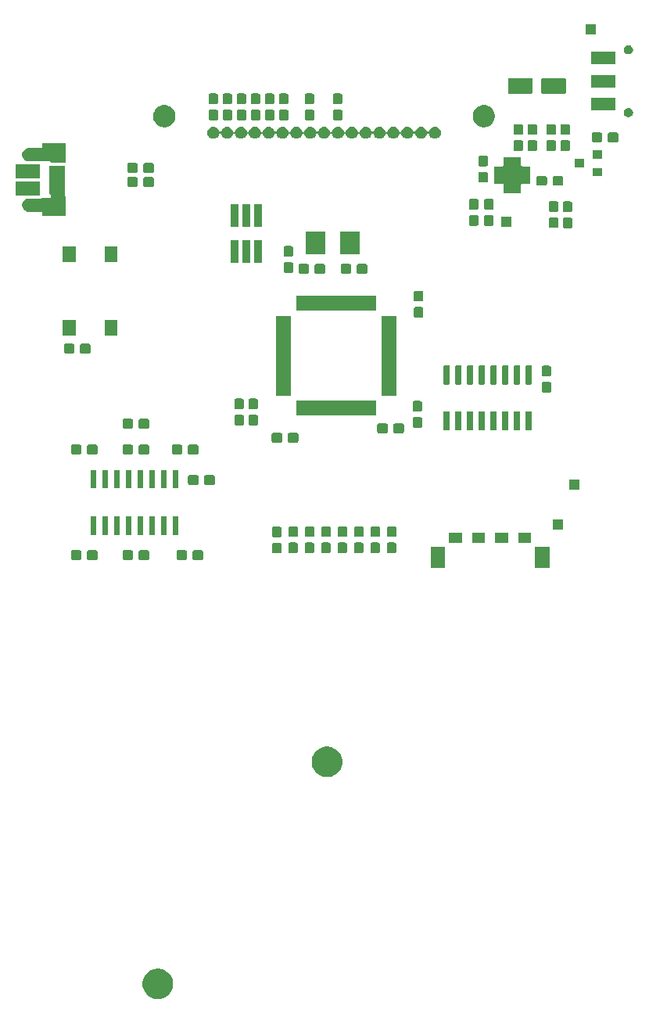
<source format=gbr>
G04 #@! TF.GenerationSoftware,KiCad,Pcbnew,5.1.2*
G04 #@! TF.CreationDate,2019-06-27T09:05:03-04:00*
G04 #@! TF.ProjectId,repl_sharp_el-w516x,7265706c-5f73-4686-9172-705f656c2d77,rev?*
G04 #@! TF.SameCoordinates,Original*
G04 #@! TF.FileFunction,Soldermask,Bot*
G04 #@! TF.FilePolarity,Negative*
%FSLAX46Y46*%
G04 Gerber Fmt 4.6, Leading zero omitted, Abs format (unit mm)*
G04 Created by KiCad (PCBNEW 5.1.2) date 2019-06-27 09:05:03*
%MOMM*%
%LPD*%
G04 APERTURE LIST*
%ADD10C,0.100000*%
G04 APERTURE END LIST*
D10*
G36*
X117270856Y-124937098D02*
G01*
X117377179Y-124958247D01*
X117677642Y-125082703D01*
X117948051Y-125263385D01*
X118178015Y-125493349D01*
X118358697Y-125763758D01*
X118483153Y-126064221D01*
X118546600Y-126383191D01*
X118546600Y-126708409D01*
X118483153Y-127027379D01*
X118358697Y-127327842D01*
X118178015Y-127598251D01*
X117948051Y-127828215D01*
X117677642Y-128008897D01*
X117377179Y-128133353D01*
X117270856Y-128154502D01*
X117058211Y-128196800D01*
X116732989Y-128196800D01*
X116520344Y-128154502D01*
X116414021Y-128133353D01*
X116113558Y-128008897D01*
X115843149Y-127828215D01*
X115613185Y-127598251D01*
X115432503Y-127327842D01*
X115308047Y-127027379D01*
X115244600Y-126708409D01*
X115244600Y-126383191D01*
X115308047Y-126064221D01*
X115432503Y-125763758D01*
X115613185Y-125493349D01*
X115843149Y-125263385D01*
X116113558Y-125082703D01*
X116414021Y-124958247D01*
X116520344Y-124937098D01*
X116732989Y-124894800D01*
X117058211Y-124894800D01*
X117270856Y-124937098D01*
X117270856Y-124937098D01*
G37*
G36*
X135584256Y-100908698D02*
G01*
X135690579Y-100929847D01*
X135991042Y-101054303D01*
X136261451Y-101234985D01*
X136491415Y-101464949D01*
X136672097Y-101735358D01*
X136796553Y-102035821D01*
X136860000Y-102354791D01*
X136860000Y-102680009D01*
X136796553Y-102998979D01*
X136672097Y-103299442D01*
X136491415Y-103569851D01*
X136261451Y-103799815D01*
X135991042Y-103980497D01*
X135690579Y-104104953D01*
X135584256Y-104126102D01*
X135371611Y-104168400D01*
X135046389Y-104168400D01*
X134833744Y-104126102D01*
X134727421Y-104104953D01*
X134426958Y-103980497D01*
X134156549Y-103799815D01*
X133926585Y-103569851D01*
X133745903Y-103299442D01*
X133621447Y-102998979D01*
X133558000Y-102680009D01*
X133558000Y-102354791D01*
X133621447Y-102035821D01*
X133745903Y-101735358D01*
X133926585Y-101464949D01*
X134156549Y-101234985D01*
X134426958Y-101054303D01*
X134727421Y-100929847D01*
X134833744Y-100908698D01*
X135046389Y-100866400D01*
X135371611Y-100866400D01*
X135584256Y-100908698D01*
X135584256Y-100908698D01*
G37*
G36*
X159313000Y-81520000D02*
G01*
X157711000Y-81520000D01*
X157711000Y-79268000D01*
X159313000Y-79268000D01*
X159313000Y-81520000D01*
X159313000Y-81520000D01*
G37*
G36*
X148013000Y-81520000D02*
G01*
X146411000Y-81520000D01*
X146411000Y-79268000D01*
X148013000Y-79268000D01*
X148013000Y-81520000D01*
X148013000Y-81520000D01*
G37*
G36*
X114047499Y-79618445D02*
G01*
X114084995Y-79629820D01*
X114119554Y-79648292D01*
X114149847Y-79673153D01*
X114174708Y-79703446D01*
X114193180Y-79738005D01*
X114204555Y-79775501D01*
X114209000Y-79820638D01*
X114209000Y-80459362D01*
X114204555Y-80504499D01*
X114193180Y-80541995D01*
X114174708Y-80576554D01*
X114149847Y-80606847D01*
X114119554Y-80631708D01*
X114084995Y-80650180D01*
X114047499Y-80661555D01*
X114002362Y-80666000D01*
X113263638Y-80666000D01*
X113218501Y-80661555D01*
X113181005Y-80650180D01*
X113146446Y-80631708D01*
X113116153Y-80606847D01*
X113091292Y-80576554D01*
X113072820Y-80541995D01*
X113061445Y-80504499D01*
X113057000Y-80459362D01*
X113057000Y-79820638D01*
X113061445Y-79775501D01*
X113072820Y-79738005D01*
X113091292Y-79703446D01*
X113116153Y-79673153D01*
X113146446Y-79648292D01*
X113181005Y-79629820D01*
X113218501Y-79618445D01*
X113263638Y-79614000D01*
X114002362Y-79614000D01*
X114047499Y-79618445D01*
X114047499Y-79618445D01*
G37*
G36*
X115797499Y-79618445D02*
G01*
X115834995Y-79629820D01*
X115869554Y-79648292D01*
X115899847Y-79673153D01*
X115924708Y-79703446D01*
X115943180Y-79738005D01*
X115954555Y-79775501D01*
X115959000Y-79820638D01*
X115959000Y-80459362D01*
X115954555Y-80504499D01*
X115943180Y-80541995D01*
X115924708Y-80576554D01*
X115899847Y-80606847D01*
X115869554Y-80631708D01*
X115834995Y-80650180D01*
X115797499Y-80661555D01*
X115752362Y-80666000D01*
X115013638Y-80666000D01*
X114968501Y-80661555D01*
X114931005Y-80650180D01*
X114896446Y-80631708D01*
X114866153Y-80606847D01*
X114841292Y-80576554D01*
X114822820Y-80541995D01*
X114811445Y-80504499D01*
X114807000Y-80459362D01*
X114807000Y-79820638D01*
X114811445Y-79775501D01*
X114822820Y-79738005D01*
X114841292Y-79703446D01*
X114866153Y-79673153D01*
X114896446Y-79648292D01*
X114931005Y-79629820D01*
X114968501Y-79618445D01*
X115013638Y-79614000D01*
X115752362Y-79614000D01*
X115797499Y-79618445D01*
X115797499Y-79618445D01*
G37*
G36*
X119889499Y-79618445D02*
G01*
X119926995Y-79629820D01*
X119961554Y-79648292D01*
X119991847Y-79673153D01*
X120016708Y-79703446D01*
X120035180Y-79738005D01*
X120046555Y-79775501D01*
X120051000Y-79820638D01*
X120051000Y-80459362D01*
X120046555Y-80504499D01*
X120035180Y-80541995D01*
X120016708Y-80576554D01*
X119991847Y-80606847D01*
X119961554Y-80631708D01*
X119926995Y-80650180D01*
X119889499Y-80661555D01*
X119844362Y-80666000D01*
X119105638Y-80666000D01*
X119060501Y-80661555D01*
X119023005Y-80650180D01*
X118988446Y-80631708D01*
X118958153Y-80606847D01*
X118933292Y-80576554D01*
X118914820Y-80541995D01*
X118903445Y-80504499D01*
X118899000Y-80459362D01*
X118899000Y-79820638D01*
X118903445Y-79775501D01*
X118914820Y-79738005D01*
X118933292Y-79703446D01*
X118958153Y-79673153D01*
X118988446Y-79648292D01*
X119023005Y-79629820D01*
X119060501Y-79618445D01*
X119105638Y-79614000D01*
X119844362Y-79614000D01*
X119889499Y-79618445D01*
X119889499Y-79618445D01*
G37*
G36*
X121639499Y-79618445D02*
G01*
X121676995Y-79629820D01*
X121711554Y-79648292D01*
X121741847Y-79673153D01*
X121766708Y-79703446D01*
X121785180Y-79738005D01*
X121796555Y-79775501D01*
X121801000Y-79820638D01*
X121801000Y-80459362D01*
X121796555Y-80504499D01*
X121785180Y-80541995D01*
X121766708Y-80576554D01*
X121741847Y-80606847D01*
X121711554Y-80631708D01*
X121676995Y-80650180D01*
X121639499Y-80661555D01*
X121594362Y-80666000D01*
X120855638Y-80666000D01*
X120810501Y-80661555D01*
X120773005Y-80650180D01*
X120738446Y-80631708D01*
X120708153Y-80606847D01*
X120683292Y-80576554D01*
X120664820Y-80541995D01*
X120653445Y-80504499D01*
X120649000Y-80459362D01*
X120649000Y-79820638D01*
X120653445Y-79775501D01*
X120664820Y-79738005D01*
X120683292Y-79703446D01*
X120708153Y-79673153D01*
X120738446Y-79648292D01*
X120773005Y-79629820D01*
X120810501Y-79618445D01*
X120855638Y-79614000D01*
X121594362Y-79614000D01*
X121639499Y-79618445D01*
X121639499Y-79618445D01*
G37*
G36*
X110209499Y-79618445D02*
G01*
X110246995Y-79629820D01*
X110281554Y-79648292D01*
X110311847Y-79673153D01*
X110336708Y-79703446D01*
X110355180Y-79738005D01*
X110366555Y-79775501D01*
X110371000Y-79820638D01*
X110371000Y-80459362D01*
X110366555Y-80504499D01*
X110355180Y-80541995D01*
X110336708Y-80576554D01*
X110311847Y-80606847D01*
X110281554Y-80631708D01*
X110246995Y-80650180D01*
X110209499Y-80661555D01*
X110164362Y-80666000D01*
X109425638Y-80666000D01*
X109380501Y-80661555D01*
X109343005Y-80650180D01*
X109308446Y-80631708D01*
X109278153Y-80606847D01*
X109253292Y-80576554D01*
X109234820Y-80541995D01*
X109223445Y-80504499D01*
X109219000Y-80459362D01*
X109219000Y-79820638D01*
X109223445Y-79775501D01*
X109234820Y-79738005D01*
X109253292Y-79703446D01*
X109278153Y-79673153D01*
X109308446Y-79648292D01*
X109343005Y-79629820D01*
X109380501Y-79618445D01*
X109425638Y-79614000D01*
X110164362Y-79614000D01*
X110209499Y-79618445D01*
X110209499Y-79618445D01*
G37*
G36*
X108459499Y-79618445D02*
G01*
X108496995Y-79629820D01*
X108531554Y-79648292D01*
X108561847Y-79673153D01*
X108586708Y-79703446D01*
X108605180Y-79738005D01*
X108616555Y-79775501D01*
X108621000Y-79820638D01*
X108621000Y-80459362D01*
X108616555Y-80504499D01*
X108605180Y-80541995D01*
X108586708Y-80576554D01*
X108561847Y-80606847D01*
X108531554Y-80631708D01*
X108496995Y-80650180D01*
X108459499Y-80661555D01*
X108414362Y-80666000D01*
X107675638Y-80666000D01*
X107630501Y-80661555D01*
X107593005Y-80650180D01*
X107558446Y-80631708D01*
X107528153Y-80606847D01*
X107503292Y-80576554D01*
X107484820Y-80541995D01*
X107473445Y-80504499D01*
X107469000Y-80459362D01*
X107469000Y-79820638D01*
X107473445Y-79775501D01*
X107484820Y-79738005D01*
X107503292Y-79703446D01*
X107528153Y-79673153D01*
X107558446Y-79648292D01*
X107593005Y-79629820D01*
X107630501Y-79618445D01*
X107675638Y-79614000D01*
X108414362Y-79614000D01*
X108459499Y-79618445D01*
X108459499Y-79618445D01*
G37*
G36*
X130112499Y-78806445D02*
G01*
X130149995Y-78817820D01*
X130184554Y-78836292D01*
X130214847Y-78861153D01*
X130239708Y-78891446D01*
X130258180Y-78926005D01*
X130269555Y-78963501D01*
X130274000Y-79008638D01*
X130274000Y-79747362D01*
X130269555Y-79792499D01*
X130258180Y-79829995D01*
X130239708Y-79864554D01*
X130214847Y-79894847D01*
X130184554Y-79919708D01*
X130149995Y-79938180D01*
X130112499Y-79949555D01*
X130067362Y-79954000D01*
X129428638Y-79954000D01*
X129383501Y-79949555D01*
X129346005Y-79938180D01*
X129311446Y-79919708D01*
X129281153Y-79894847D01*
X129256292Y-79864554D01*
X129237820Y-79829995D01*
X129226445Y-79792499D01*
X129222000Y-79747362D01*
X129222000Y-79008638D01*
X129226445Y-78963501D01*
X129237820Y-78926005D01*
X129256292Y-78891446D01*
X129281153Y-78861153D01*
X129311446Y-78836292D01*
X129346005Y-78817820D01*
X129383501Y-78806445D01*
X129428638Y-78802000D01*
X130067362Y-78802000D01*
X130112499Y-78806445D01*
X130112499Y-78806445D01*
G37*
G36*
X142558499Y-78778445D02*
G01*
X142595995Y-78789820D01*
X142630554Y-78808292D01*
X142660847Y-78833153D01*
X142685708Y-78863446D01*
X142704180Y-78898005D01*
X142715555Y-78935501D01*
X142720000Y-78980638D01*
X142720000Y-79719362D01*
X142715555Y-79764499D01*
X142704180Y-79801995D01*
X142685708Y-79836554D01*
X142660847Y-79866847D01*
X142630554Y-79891708D01*
X142595995Y-79910180D01*
X142558499Y-79921555D01*
X142513362Y-79926000D01*
X141874638Y-79926000D01*
X141829501Y-79921555D01*
X141792005Y-79910180D01*
X141757446Y-79891708D01*
X141727153Y-79866847D01*
X141702292Y-79836554D01*
X141683820Y-79801995D01*
X141672445Y-79764499D01*
X141668000Y-79719362D01*
X141668000Y-78980638D01*
X141672445Y-78935501D01*
X141683820Y-78898005D01*
X141702292Y-78863446D01*
X141727153Y-78833153D01*
X141757446Y-78808292D01*
X141792005Y-78789820D01*
X141829501Y-78778445D01*
X141874638Y-78774000D01*
X142513362Y-78774000D01*
X142558499Y-78778445D01*
X142558499Y-78778445D01*
G37*
G36*
X139002499Y-78778445D02*
G01*
X139039995Y-78789820D01*
X139074554Y-78808292D01*
X139104847Y-78833153D01*
X139129708Y-78863446D01*
X139148180Y-78898005D01*
X139159555Y-78935501D01*
X139164000Y-78980638D01*
X139164000Y-79719362D01*
X139159555Y-79764499D01*
X139148180Y-79801995D01*
X139129708Y-79836554D01*
X139104847Y-79866847D01*
X139074554Y-79891708D01*
X139039995Y-79910180D01*
X139002499Y-79921555D01*
X138957362Y-79926000D01*
X138318638Y-79926000D01*
X138273501Y-79921555D01*
X138236005Y-79910180D01*
X138201446Y-79891708D01*
X138171153Y-79866847D01*
X138146292Y-79836554D01*
X138127820Y-79801995D01*
X138116445Y-79764499D01*
X138112000Y-79719362D01*
X138112000Y-78980638D01*
X138116445Y-78935501D01*
X138127820Y-78898005D01*
X138146292Y-78863446D01*
X138171153Y-78833153D01*
X138201446Y-78808292D01*
X138236005Y-78789820D01*
X138273501Y-78778445D01*
X138318638Y-78774000D01*
X138957362Y-78774000D01*
X139002499Y-78778445D01*
X139002499Y-78778445D01*
G37*
G36*
X140780499Y-78778445D02*
G01*
X140817995Y-78789820D01*
X140852554Y-78808292D01*
X140882847Y-78833153D01*
X140907708Y-78863446D01*
X140926180Y-78898005D01*
X140937555Y-78935501D01*
X140942000Y-78980638D01*
X140942000Y-79719362D01*
X140937555Y-79764499D01*
X140926180Y-79801995D01*
X140907708Y-79836554D01*
X140882847Y-79866847D01*
X140852554Y-79891708D01*
X140817995Y-79910180D01*
X140780499Y-79921555D01*
X140735362Y-79926000D01*
X140096638Y-79926000D01*
X140051501Y-79921555D01*
X140014005Y-79910180D01*
X139979446Y-79891708D01*
X139949153Y-79866847D01*
X139924292Y-79836554D01*
X139905820Y-79801995D01*
X139894445Y-79764499D01*
X139890000Y-79719362D01*
X139890000Y-78980638D01*
X139894445Y-78935501D01*
X139905820Y-78898005D01*
X139924292Y-78863446D01*
X139949153Y-78833153D01*
X139979446Y-78808292D01*
X140014005Y-78789820D01*
X140051501Y-78778445D01*
X140096638Y-78774000D01*
X140735362Y-78774000D01*
X140780499Y-78778445D01*
X140780499Y-78778445D01*
G37*
G36*
X135446499Y-78778445D02*
G01*
X135483995Y-78789820D01*
X135518554Y-78808292D01*
X135548847Y-78833153D01*
X135573708Y-78863446D01*
X135592180Y-78898005D01*
X135603555Y-78935501D01*
X135608000Y-78980638D01*
X135608000Y-79719362D01*
X135603555Y-79764499D01*
X135592180Y-79801995D01*
X135573708Y-79836554D01*
X135548847Y-79866847D01*
X135518554Y-79891708D01*
X135483995Y-79910180D01*
X135446499Y-79921555D01*
X135401362Y-79926000D01*
X134762638Y-79926000D01*
X134717501Y-79921555D01*
X134680005Y-79910180D01*
X134645446Y-79891708D01*
X134615153Y-79866847D01*
X134590292Y-79836554D01*
X134571820Y-79801995D01*
X134560445Y-79764499D01*
X134556000Y-79719362D01*
X134556000Y-78980638D01*
X134560445Y-78935501D01*
X134571820Y-78898005D01*
X134590292Y-78863446D01*
X134615153Y-78833153D01*
X134645446Y-78808292D01*
X134680005Y-78789820D01*
X134717501Y-78778445D01*
X134762638Y-78774000D01*
X135401362Y-78774000D01*
X135446499Y-78778445D01*
X135446499Y-78778445D01*
G37*
G36*
X133668499Y-78778445D02*
G01*
X133705995Y-78789820D01*
X133740554Y-78808292D01*
X133770847Y-78833153D01*
X133795708Y-78863446D01*
X133814180Y-78898005D01*
X133825555Y-78935501D01*
X133830000Y-78980638D01*
X133830000Y-79719362D01*
X133825555Y-79764499D01*
X133814180Y-79801995D01*
X133795708Y-79836554D01*
X133770847Y-79866847D01*
X133740554Y-79891708D01*
X133705995Y-79910180D01*
X133668499Y-79921555D01*
X133623362Y-79926000D01*
X132984638Y-79926000D01*
X132939501Y-79921555D01*
X132902005Y-79910180D01*
X132867446Y-79891708D01*
X132837153Y-79866847D01*
X132812292Y-79836554D01*
X132793820Y-79801995D01*
X132782445Y-79764499D01*
X132778000Y-79719362D01*
X132778000Y-78980638D01*
X132782445Y-78935501D01*
X132793820Y-78898005D01*
X132812292Y-78863446D01*
X132837153Y-78833153D01*
X132867446Y-78808292D01*
X132902005Y-78789820D01*
X132939501Y-78778445D01*
X132984638Y-78774000D01*
X133623362Y-78774000D01*
X133668499Y-78778445D01*
X133668499Y-78778445D01*
G37*
G36*
X131890499Y-78778445D02*
G01*
X131927995Y-78789820D01*
X131962554Y-78808292D01*
X131992847Y-78833153D01*
X132017708Y-78863446D01*
X132036180Y-78898005D01*
X132047555Y-78935501D01*
X132052000Y-78980638D01*
X132052000Y-79719362D01*
X132047555Y-79764499D01*
X132036180Y-79801995D01*
X132017708Y-79836554D01*
X131992847Y-79866847D01*
X131962554Y-79891708D01*
X131927995Y-79910180D01*
X131890499Y-79921555D01*
X131845362Y-79926000D01*
X131206638Y-79926000D01*
X131161501Y-79921555D01*
X131124005Y-79910180D01*
X131089446Y-79891708D01*
X131059153Y-79866847D01*
X131034292Y-79836554D01*
X131015820Y-79801995D01*
X131004445Y-79764499D01*
X131000000Y-79719362D01*
X131000000Y-78980638D01*
X131004445Y-78935501D01*
X131015820Y-78898005D01*
X131034292Y-78863446D01*
X131059153Y-78833153D01*
X131089446Y-78808292D01*
X131124005Y-78789820D01*
X131161501Y-78778445D01*
X131206638Y-78774000D01*
X131845362Y-78774000D01*
X131890499Y-78778445D01*
X131890499Y-78778445D01*
G37*
G36*
X137224499Y-78778445D02*
G01*
X137261995Y-78789820D01*
X137296554Y-78808292D01*
X137326847Y-78833153D01*
X137351708Y-78863446D01*
X137370180Y-78898005D01*
X137381555Y-78935501D01*
X137386000Y-78980638D01*
X137386000Y-79719362D01*
X137381555Y-79764499D01*
X137370180Y-79801995D01*
X137351708Y-79836554D01*
X137326847Y-79866847D01*
X137296554Y-79891708D01*
X137261995Y-79910180D01*
X137224499Y-79921555D01*
X137179362Y-79926000D01*
X136540638Y-79926000D01*
X136495501Y-79921555D01*
X136458005Y-79910180D01*
X136423446Y-79891708D01*
X136393153Y-79866847D01*
X136368292Y-79836554D01*
X136349820Y-79801995D01*
X136338445Y-79764499D01*
X136334000Y-79719362D01*
X136334000Y-78980638D01*
X136338445Y-78935501D01*
X136349820Y-78898005D01*
X136368292Y-78863446D01*
X136393153Y-78833153D01*
X136423446Y-78808292D01*
X136458005Y-78789820D01*
X136495501Y-78778445D01*
X136540638Y-78774000D01*
X137179362Y-78774000D01*
X137224499Y-78778445D01*
X137224499Y-78778445D01*
G37*
G36*
X152313000Y-78795000D02*
G01*
X150911000Y-78795000D01*
X150911000Y-77693000D01*
X152313000Y-77693000D01*
X152313000Y-78795000D01*
X152313000Y-78795000D01*
G37*
G36*
X149813000Y-78795000D02*
G01*
X148411000Y-78795000D01*
X148411000Y-77693000D01*
X149813000Y-77693000D01*
X149813000Y-78795000D01*
X149813000Y-78795000D01*
G37*
G36*
X154813000Y-78795000D02*
G01*
X153411000Y-78795000D01*
X153411000Y-77693000D01*
X154813000Y-77693000D01*
X154813000Y-78795000D01*
X154813000Y-78795000D01*
G37*
G36*
X157313000Y-78795000D02*
G01*
X155911000Y-78795000D01*
X155911000Y-77693000D01*
X157313000Y-77693000D01*
X157313000Y-78795000D01*
X157313000Y-78795000D01*
G37*
G36*
X130112499Y-77056445D02*
G01*
X130149995Y-77067820D01*
X130184554Y-77086292D01*
X130214847Y-77111153D01*
X130239708Y-77141446D01*
X130258180Y-77176005D01*
X130269555Y-77213501D01*
X130274000Y-77258638D01*
X130274000Y-77997362D01*
X130269555Y-78042499D01*
X130258180Y-78079995D01*
X130239708Y-78114554D01*
X130214847Y-78144847D01*
X130184554Y-78169708D01*
X130149995Y-78188180D01*
X130112499Y-78199555D01*
X130067362Y-78204000D01*
X129428638Y-78204000D01*
X129383501Y-78199555D01*
X129346005Y-78188180D01*
X129311446Y-78169708D01*
X129281153Y-78144847D01*
X129256292Y-78114554D01*
X129237820Y-78079995D01*
X129226445Y-78042499D01*
X129222000Y-77997362D01*
X129222000Y-77258638D01*
X129226445Y-77213501D01*
X129237820Y-77176005D01*
X129256292Y-77141446D01*
X129281153Y-77111153D01*
X129311446Y-77086292D01*
X129346005Y-77067820D01*
X129383501Y-77056445D01*
X129428638Y-77052000D01*
X130067362Y-77052000D01*
X130112499Y-77056445D01*
X130112499Y-77056445D01*
G37*
G36*
X142558499Y-77028445D02*
G01*
X142595995Y-77039820D01*
X142630554Y-77058292D01*
X142660847Y-77083153D01*
X142685708Y-77113446D01*
X142704180Y-77148005D01*
X142715555Y-77185501D01*
X142720000Y-77230638D01*
X142720000Y-77969362D01*
X142715555Y-78014499D01*
X142704180Y-78051995D01*
X142685708Y-78086554D01*
X142660847Y-78116847D01*
X142630554Y-78141708D01*
X142595995Y-78160180D01*
X142558499Y-78171555D01*
X142513362Y-78176000D01*
X141874638Y-78176000D01*
X141829501Y-78171555D01*
X141792005Y-78160180D01*
X141757446Y-78141708D01*
X141727153Y-78116847D01*
X141702292Y-78086554D01*
X141683820Y-78051995D01*
X141672445Y-78014499D01*
X141668000Y-77969362D01*
X141668000Y-77230638D01*
X141672445Y-77185501D01*
X141683820Y-77148005D01*
X141702292Y-77113446D01*
X141727153Y-77083153D01*
X141757446Y-77058292D01*
X141792005Y-77039820D01*
X141829501Y-77028445D01*
X141874638Y-77024000D01*
X142513362Y-77024000D01*
X142558499Y-77028445D01*
X142558499Y-77028445D01*
G37*
G36*
X135446499Y-77028445D02*
G01*
X135483995Y-77039820D01*
X135518554Y-77058292D01*
X135548847Y-77083153D01*
X135573708Y-77113446D01*
X135592180Y-77148005D01*
X135603555Y-77185501D01*
X135608000Y-77230638D01*
X135608000Y-77969362D01*
X135603555Y-78014499D01*
X135592180Y-78051995D01*
X135573708Y-78086554D01*
X135548847Y-78116847D01*
X135518554Y-78141708D01*
X135483995Y-78160180D01*
X135446499Y-78171555D01*
X135401362Y-78176000D01*
X134762638Y-78176000D01*
X134717501Y-78171555D01*
X134680005Y-78160180D01*
X134645446Y-78141708D01*
X134615153Y-78116847D01*
X134590292Y-78086554D01*
X134571820Y-78051995D01*
X134560445Y-78014499D01*
X134556000Y-77969362D01*
X134556000Y-77230638D01*
X134560445Y-77185501D01*
X134571820Y-77148005D01*
X134590292Y-77113446D01*
X134615153Y-77083153D01*
X134645446Y-77058292D01*
X134680005Y-77039820D01*
X134717501Y-77028445D01*
X134762638Y-77024000D01*
X135401362Y-77024000D01*
X135446499Y-77028445D01*
X135446499Y-77028445D01*
G37*
G36*
X140780499Y-77028445D02*
G01*
X140817995Y-77039820D01*
X140852554Y-77058292D01*
X140882847Y-77083153D01*
X140907708Y-77113446D01*
X140926180Y-77148005D01*
X140937555Y-77185501D01*
X140942000Y-77230638D01*
X140942000Y-77969362D01*
X140937555Y-78014499D01*
X140926180Y-78051995D01*
X140907708Y-78086554D01*
X140882847Y-78116847D01*
X140852554Y-78141708D01*
X140817995Y-78160180D01*
X140780499Y-78171555D01*
X140735362Y-78176000D01*
X140096638Y-78176000D01*
X140051501Y-78171555D01*
X140014005Y-78160180D01*
X139979446Y-78141708D01*
X139949153Y-78116847D01*
X139924292Y-78086554D01*
X139905820Y-78051995D01*
X139894445Y-78014499D01*
X139890000Y-77969362D01*
X139890000Y-77230638D01*
X139894445Y-77185501D01*
X139905820Y-77148005D01*
X139924292Y-77113446D01*
X139949153Y-77083153D01*
X139979446Y-77058292D01*
X140014005Y-77039820D01*
X140051501Y-77028445D01*
X140096638Y-77024000D01*
X140735362Y-77024000D01*
X140780499Y-77028445D01*
X140780499Y-77028445D01*
G37*
G36*
X133668499Y-77028445D02*
G01*
X133705995Y-77039820D01*
X133740554Y-77058292D01*
X133770847Y-77083153D01*
X133795708Y-77113446D01*
X133814180Y-77148005D01*
X133825555Y-77185501D01*
X133830000Y-77230638D01*
X133830000Y-77969362D01*
X133825555Y-78014499D01*
X133814180Y-78051995D01*
X133795708Y-78086554D01*
X133770847Y-78116847D01*
X133740554Y-78141708D01*
X133705995Y-78160180D01*
X133668499Y-78171555D01*
X133623362Y-78176000D01*
X132984638Y-78176000D01*
X132939501Y-78171555D01*
X132902005Y-78160180D01*
X132867446Y-78141708D01*
X132837153Y-78116847D01*
X132812292Y-78086554D01*
X132793820Y-78051995D01*
X132782445Y-78014499D01*
X132778000Y-77969362D01*
X132778000Y-77230638D01*
X132782445Y-77185501D01*
X132793820Y-77148005D01*
X132812292Y-77113446D01*
X132837153Y-77083153D01*
X132867446Y-77058292D01*
X132902005Y-77039820D01*
X132939501Y-77028445D01*
X132984638Y-77024000D01*
X133623362Y-77024000D01*
X133668499Y-77028445D01*
X133668499Y-77028445D01*
G37*
G36*
X137224499Y-77028445D02*
G01*
X137261995Y-77039820D01*
X137296554Y-77058292D01*
X137326847Y-77083153D01*
X137351708Y-77113446D01*
X137370180Y-77148005D01*
X137381555Y-77185501D01*
X137386000Y-77230638D01*
X137386000Y-77969362D01*
X137381555Y-78014499D01*
X137370180Y-78051995D01*
X137351708Y-78086554D01*
X137326847Y-78116847D01*
X137296554Y-78141708D01*
X137261995Y-78160180D01*
X137224499Y-78171555D01*
X137179362Y-78176000D01*
X136540638Y-78176000D01*
X136495501Y-78171555D01*
X136458005Y-78160180D01*
X136423446Y-78141708D01*
X136393153Y-78116847D01*
X136368292Y-78086554D01*
X136349820Y-78051995D01*
X136338445Y-78014499D01*
X136334000Y-77969362D01*
X136334000Y-77230638D01*
X136338445Y-77185501D01*
X136349820Y-77148005D01*
X136368292Y-77113446D01*
X136393153Y-77083153D01*
X136423446Y-77058292D01*
X136458005Y-77039820D01*
X136495501Y-77028445D01*
X136540638Y-77024000D01*
X137179362Y-77024000D01*
X137224499Y-77028445D01*
X137224499Y-77028445D01*
G37*
G36*
X139002499Y-77028445D02*
G01*
X139039995Y-77039820D01*
X139074554Y-77058292D01*
X139104847Y-77083153D01*
X139129708Y-77113446D01*
X139148180Y-77148005D01*
X139159555Y-77185501D01*
X139164000Y-77230638D01*
X139164000Y-77969362D01*
X139159555Y-78014499D01*
X139148180Y-78051995D01*
X139129708Y-78086554D01*
X139104847Y-78116847D01*
X139074554Y-78141708D01*
X139039995Y-78160180D01*
X139002499Y-78171555D01*
X138957362Y-78176000D01*
X138318638Y-78176000D01*
X138273501Y-78171555D01*
X138236005Y-78160180D01*
X138201446Y-78141708D01*
X138171153Y-78116847D01*
X138146292Y-78086554D01*
X138127820Y-78051995D01*
X138116445Y-78014499D01*
X138112000Y-77969362D01*
X138112000Y-77230638D01*
X138116445Y-77185501D01*
X138127820Y-77148005D01*
X138146292Y-77113446D01*
X138171153Y-77083153D01*
X138201446Y-77058292D01*
X138236005Y-77039820D01*
X138273501Y-77028445D01*
X138318638Y-77024000D01*
X138957362Y-77024000D01*
X139002499Y-77028445D01*
X139002499Y-77028445D01*
G37*
G36*
X131890499Y-77028445D02*
G01*
X131927995Y-77039820D01*
X131962554Y-77058292D01*
X131992847Y-77083153D01*
X132017708Y-77113446D01*
X132036180Y-77148005D01*
X132047555Y-77185501D01*
X132052000Y-77230638D01*
X132052000Y-77969362D01*
X132047555Y-78014499D01*
X132036180Y-78051995D01*
X132017708Y-78086554D01*
X131992847Y-78116847D01*
X131962554Y-78141708D01*
X131927995Y-78160180D01*
X131890499Y-78171555D01*
X131845362Y-78176000D01*
X131206638Y-78176000D01*
X131161501Y-78171555D01*
X131124005Y-78160180D01*
X131089446Y-78141708D01*
X131059153Y-78116847D01*
X131034292Y-78086554D01*
X131015820Y-78051995D01*
X131004445Y-78014499D01*
X131000000Y-77969362D01*
X131000000Y-77230638D01*
X131004445Y-77185501D01*
X131015820Y-77148005D01*
X131034292Y-77113446D01*
X131059153Y-77083153D01*
X131089446Y-77058292D01*
X131124005Y-77039820D01*
X131161501Y-77028445D01*
X131206638Y-77024000D01*
X131845362Y-77024000D01*
X131890499Y-77028445D01*
X131890499Y-77028445D01*
G37*
G36*
X117873700Y-77930400D02*
G01*
X117238300Y-77930400D01*
X117238300Y-75923400D01*
X117873700Y-75923400D01*
X117873700Y-77930400D01*
X117873700Y-77930400D01*
G37*
G36*
X116603700Y-77930400D02*
G01*
X115968300Y-77930400D01*
X115968300Y-75923400D01*
X116603700Y-75923400D01*
X116603700Y-77930400D01*
X116603700Y-77930400D01*
G37*
G36*
X115333700Y-77930400D02*
G01*
X114698300Y-77930400D01*
X114698300Y-75923400D01*
X115333700Y-75923400D01*
X115333700Y-77930400D01*
X115333700Y-77930400D01*
G37*
G36*
X114063700Y-77930400D02*
G01*
X113428300Y-77930400D01*
X113428300Y-75923400D01*
X114063700Y-75923400D01*
X114063700Y-77930400D01*
X114063700Y-77930400D01*
G37*
G36*
X112793700Y-77930400D02*
G01*
X112158300Y-77930400D01*
X112158300Y-75923400D01*
X112793700Y-75923400D01*
X112793700Y-77930400D01*
X112793700Y-77930400D01*
G37*
G36*
X111523700Y-77930400D02*
G01*
X110888300Y-77930400D01*
X110888300Y-75923400D01*
X111523700Y-75923400D01*
X111523700Y-77930400D01*
X111523700Y-77930400D01*
G37*
G36*
X110253700Y-77930400D02*
G01*
X109618300Y-77930400D01*
X109618300Y-75923400D01*
X110253700Y-75923400D01*
X110253700Y-77930400D01*
X110253700Y-77930400D01*
G37*
G36*
X119143700Y-77930400D02*
G01*
X118508300Y-77930400D01*
X118508300Y-75923400D01*
X119143700Y-75923400D01*
X119143700Y-77930400D01*
X119143700Y-77930400D01*
G37*
G36*
X160779000Y-77389000D02*
G01*
X159677000Y-77389000D01*
X159677000Y-76287000D01*
X160779000Y-76287000D01*
X160779000Y-77389000D01*
X160779000Y-77389000D01*
G37*
G36*
X162557000Y-73071000D02*
G01*
X161455000Y-73071000D01*
X161455000Y-71969000D01*
X162557000Y-71969000D01*
X162557000Y-73071000D01*
X162557000Y-73071000D01*
G37*
G36*
X110253700Y-72926600D02*
G01*
X109618300Y-72926600D01*
X109618300Y-70919600D01*
X110253700Y-70919600D01*
X110253700Y-72926600D01*
X110253700Y-72926600D01*
G37*
G36*
X116603700Y-72926600D02*
G01*
X115968300Y-72926600D01*
X115968300Y-70919600D01*
X116603700Y-70919600D01*
X116603700Y-72926600D01*
X116603700Y-72926600D01*
G37*
G36*
X114063700Y-72926600D02*
G01*
X113428300Y-72926600D01*
X113428300Y-70919600D01*
X114063700Y-70919600D01*
X114063700Y-72926600D01*
X114063700Y-72926600D01*
G37*
G36*
X115333700Y-72926600D02*
G01*
X114698300Y-72926600D01*
X114698300Y-70919600D01*
X115333700Y-70919600D01*
X115333700Y-72926600D01*
X115333700Y-72926600D01*
G37*
G36*
X117873700Y-72926600D02*
G01*
X117238300Y-72926600D01*
X117238300Y-70919600D01*
X117873700Y-70919600D01*
X117873700Y-72926600D01*
X117873700Y-72926600D01*
G37*
G36*
X112793700Y-72926600D02*
G01*
X112158300Y-72926600D01*
X112158300Y-70919600D01*
X112793700Y-70919600D01*
X112793700Y-72926600D01*
X112793700Y-72926600D01*
G37*
G36*
X119143700Y-72926600D02*
G01*
X118508300Y-72926600D01*
X118508300Y-70919600D01*
X119143700Y-70919600D01*
X119143700Y-72926600D01*
X119143700Y-72926600D01*
G37*
G36*
X111523700Y-72926600D02*
G01*
X110888300Y-72926600D01*
X110888300Y-70919600D01*
X111523700Y-70919600D01*
X111523700Y-72926600D01*
X111523700Y-72926600D01*
G37*
G36*
X122895499Y-71490445D02*
G01*
X122932995Y-71501820D01*
X122967554Y-71520292D01*
X122997847Y-71545153D01*
X123022708Y-71575446D01*
X123041180Y-71610005D01*
X123052555Y-71647501D01*
X123057000Y-71692638D01*
X123057000Y-72331362D01*
X123052555Y-72376499D01*
X123041180Y-72413995D01*
X123022708Y-72448554D01*
X122997847Y-72478847D01*
X122967554Y-72503708D01*
X122932995Y-72522180D01*
X122895499Y-72533555D01*
X122850362Y-72538000D01*
X122111638Y-72538000D01*
X122066501Y-72533555D01*
X122029005Y-72522180D01*
X121994446Y-72503708D01*
X121964153Y-72478847D01*
X121939292Y-72448554D01*
X121920820Y-72413995D01*
X121909445Y-72376499D01*
X121905000Y-72331362D01*
X121905000Y-71692638D01*
X121909445Y-71647501D01*
X121920820Y-71610005D01*
X121939292Y-71575446D01*
X121964153Y-71545153D01*
X121994446Y-71520292D01*
X122029005Y-71501820D01*
X122066501Y-71490445D01*
X122111638Y-71486000D01*
X122850362Y-71486000D01*
X122895499Y-71490445D01*
X122895499Y-71490445D01*
G37*
G36*
X121145499Y-71490445D02*
G01*
X121182995Y-71501820D01*
X121217554Y-71520292D01*
X121247847Y-71545153D01*
X121272708Y-71575446D01*
X121291180Y-71610005D01*
X121302555Y-71647501D01*
X121307000Y-71692638D01*
X121307000Y-72331362D01*
X121302555Y-72376499D01*
X121291180Y-72413995D01*
X121272708Y-72448554D01*
X121247847Y-72478847D01*
X121217554Y-72503708D01*
X121182995Y-72522180D01*
X121145499Y-72533555D01*
X121100362Y-72538000D01*
X120361638Y-72538000D01*
X120316501Y-72533555D01*
X120279005Y-72522180D01*
X120244446Y-72503708D01*
X120214153Y-72478847D01*
X120189292Y-72448554D01*
X120170820Y-72413995D01*
X120159445Y-72376499D01*
X120155000Y-72331362D01*
X120155000Y-71692638D01*
X120159445Y-71647501D01*
X120170820Y-71610005D01*
X120189292Y-71575446D01*
X120214153Y-71545153D01*
X120244446Y-71520292D01*
X120279005Y-71501820D01*
X120316501Y-71490445D01*
X120361638Y-71486000D01*
X121100362Y-71486000D01*
X121145499Y-71490445D01*
X121145499Y-71490445D01*
G37*
G36*
X119381499Y-68188445D02*
G01*
X119418995Y-68199820D01*
X119453554Y-68218292D01*
X119483847Y-68243153D01*
X119508708Y-68273446D01*
X119527180Y-68308005D01*
X119538555Y-68345501D01*
X119543000Y-68390638D01*
X119543000Y-69029362D01*
X119538555Y-69074499D01*
X119527180Y-69111995D01*
X119508708Y-69146554D01*
X119483847Y-69176847D01*
X119453554Y-69201708D01*
X119418995Y-69220180D01*
X119381499Y-69231555D01*
X119336362Y-69236000D01*
X118597638Y-69236000D01*
X118552501Y-69231555D01*
X118515005Y-69220180D01*
X118480446Y-69201708D01*
X118450153Y-69176847D01*
X118425292Y-69146554D01*
X118406820Y-69111995D01*
X118395445Y-69074499D01*
X118391000Y-69029362D01*
X118391000Y-68390638D01*
X118395445Y-68345501D01*
X118406820Y-68308005D01*
X118425292Y-68273446D01*
X118450153Y-68243153D01*
X118480446Y-68218292D01*
X118515005Y-68199820D01*
X118552501Y-68188445D01*
X118597638Y-68184000D01*
X119336362Y-68184000D01*
X119381499Y-68188445D01*
X119381499Y-68188445D01*
G37*
G36*
X121131499Y-68188445D02*
G01*
X121168995Y-68199820D01*
X121203554Y-68218292D01*
X121233847Y-68243153D01*
X121258708Y-68273446D01*
X121277180Y-68308005D01*
X121288555Y-68345501D01*
X121293000Y-68390638D01*
X121293000Y-69029362D01*
X121288555Y-69074499D01*
X121277180Y-69111995D01*
X121258708Y-69146554D01*
X121233847Y-69176847D01*
X121203554Y-69201708D01*
X121168995Y-69220180D01*
X121131499Y-69231555D01*
X121086362Y-69236000D01*
X120347638Y-69236000D01*
X120302501Y-69231555D01*
X120265005Y-69220180D01*
X120230446Y-69201708D01*
X120200153Y-69176847D01*
X120175292Y-69146554D01*
X120156820Y-69111995D01*
X120145445Y-69074499D01*
X120141000Y-69029362D01*
X120141000Y-68390638D01*
X120145445Y-68345501D01*
X120156820Y-68308005D01*
X120175292Y-68273446D01*
X120200153Y-68243153D01*
X120230446Y-68218292D01*
X120265005Y-68199820D01*
X120302501Y-68188445D01*
X120347638Y-68184000D01*
X121086362Y-68184000D01*
X121131499Y-68188445D01*
X121131499Y-68188445D01*
G37*
G36*
X108459499Y-68188445D02*
G01*
X108496995Y-68199820D01*
X108531554Y-68218292D01*
X108561847Y-68243153D01*
X108586708Y-68273446D01*
X108605180Y-68308005D01*
X108616555Y-68345501D01*
X108621000Y-68390638D01*
X108621000Y-69029362D01*
X108616555Y-69074499D01*
X108605180Y-69111995D01*
X108586708Y-69146554D01*
X108561847Y-69176847D01*
X108531554Y-69201708D01*
X108496995Y-69220180D01*
X108459499Y-69231555D01*
X108414362Y-69236000D01*
X107675638Y-69236000D01*
X107630501Y-69231555D01*
X107593005Y-69220180D01*
X107558446Y-69201708D01*
X107528153Y-69176847D01*
X107503292Y-69146554D01*
X107484820Y-69111995D01*
X107473445Y-69074499D01*
X107469000Y-69029362D01*
X107469000Y-68390638D01*
X107473445Y-68345501D01*
X107484820Y-68308005D01*
X107503292Y-68273446D01*
X107528153Y-68243153D01*
X107558446Y-68218292D01*
X107593005Y-68199820D01*
X107630501Y-68188445D01*
X107675638Y-68184000D01*
X108414362Y-68184000D01*
X108459499Y-68188445D01*
X108459499Y-68188445D01*
G37*
G36*
X110209499Y-68188445D02*
G01*
X110246995Y-68199820D01*
X110281554Y-68218292D01*
X110311847Y-68243153D01*
X110336708Y-68273446D01*
X110355180Y-68308005D01*
X110366555Y-68345501D01*
X110371000Y-68390638D01*
X110371000Y-69029362D01*
X110366555Y-69074499D01*
X110355180Y-69111995D01*
X110336708Y-69146554D01*
X110311847Y-69176847D01*
X110281554Y-69201708D01*
X110246995Y-69220180D01*
X110209499Y-69231555D01*
X110164362Y-69236000D01*
X109425638Y-69236000D01*
X109380501Y-69231555D01*
X109343005Y-69220180D01*
X109308446Y-69201708D01*
X109278153Y-69176847D01*
X109253292Y-69146554D01*
X109234820Y-69111995D01*
X109223445Y-69074499D01*
X109219000Y-69029362D01*
X109219000Y-68390638D01*
X109223445Y-68345501D01*
X109234820Y-68308005D01*
X109253292Y-68273446D01*
X109278153Y-68243153D01*
X109308446Y-68218292D01*
X109343005Y-68199820D01*
X109380501Y-68188445D01*
X109425638Y-68184000D01*
X110164362Y-68184000D01*
X110209499Y-68188445D01*
X110209499Y-68188445D01*
G37*
G36*
X114047499Y-68188445D02*
G01*
X114084995Y-68199820D01*
X114119554Y-68218292D01*
X114149847Y-68243153D01*
X114174708Y-68273446D01*
X114193180Y-68308005D01*
X114204555Y-68345501D01*
X114209000Y-68390638D01*
X114209000Y-69029362D01*
X114204555Y-69074499D01*
X114193180Y-69111995D01*
X114174708Y-69146554D01*
X114149847Y-69176847D01*
X114119554Y-69201708D01*
X114084995Y-69220180D01*
X114047499Y-69231555D01*
X114002362Y-69236000D01*
X113263638Y-69236000D01*
X113218501Y-69231555D01*
X113181005Y-69220180D01*
X113146446Y-69201708D01*
X113116153Y-69176847D01*
X113091292Y-69146554D01*
X113072820Y-69111995D01*
X113061445Y-69074499D01*
X113057000Y-69029362D01*
X113057000Y-68390638D01*
X113061445Y-68345501D01*
X113072820Y-68308005D01*
X113091292Y-68273446D01*
X113116153Y-68243153D01*
X113146446Y-68218292D01*
X113181005Y-68199820D01*
X113218501Y-68188445D01*
X113263638Y-68184000D01*
X114002362Y-68184000D01*
X114047499Y-68188445D01*
X114047499Y-68188445D01*
G37*
G36*
X115797499Y-68188445D02*
G01*
X115834995Y-68199820D01*
X115869554Y-68218292D01*
X115899847Y-68243153D01*
X115924708Y-68273446D01*
X115943180Y-68308005D01*
X115954555Y-68345501D01*
X115959000Y-68390638D01*
X115959000Y-69029362D01*
X115954555Y-69074499D01*
X115943180Y-69111995D01*
X115924708Y-69146554D01*
X115899847Y-69176847D01*
X115869554Y-69201708D01*
X115834995Y-69220180D01*
X115797499Y-69231555D01*
X115752362Y-69236000D01*
X115013638Y-69236000D01*
X114968501Y-69231555D01*
X114931005Y-69220180D01*
X114896446Y-69201708D01*
X114866153Y-69176847D01*
X114841292Y-69146554D01*
X114822820Y-69111995D01*
X114811445Y-69074499D01*
X114807000Y-69029362D01*
X114807000Y-68390638D01*
X114811445Y-68345501D01*
X114822820Y-68308005D01*
X114841292Y-68273446D01*
X114866153Y-68243153D01*
X114896446Y-68218292D01*
X114931005Y-68199820D01*
X114968501Y-68188445D01*
X115013638Y-68184000D01*
X115752362Y-68184000D01*
X115797499Y-68188445D01*
X115797499Y-68188445D01*
G37*
G36*
X131951999Y-66918445D02*
G01*
X131989495Y-66929820D01*
X132024054Y-66948292D01*
X132054347Y-66973153D01*
X132079208Y-67003446D01*
X132097680Y-67038005D01*
X132109055Y-67075501D01*
X132113500Y-67120638D01*
X132113500Y-67759362D01*
X132109055Y-67804499D01*
X132097680Y-67841995D01*
X132079208Y-67876554D01*
X132054347Y-67906847D01*
X132024054Y-67931708D01*
X131989495Y-67950180D01*
X131951999Y-67961555D01*
X131906862Y-67966000D01*
X131168138Y-67966000D01*
X131123001Y-67961555D01*
X131085505Y-67950180D01*
X131050946Y-67931708D01*
X131020653Y-67906847D01*
X130995792Y-67876554D01*
X130977320Y-67841995D01*
X130965945Y-67804499D01*
X130961500Y-67759362D01*
X130961500Y-67120638D01*
X130965945Y-67075501D01*
X130977320Y-67038005D01*
X130995792Y-67003446D01*
X131020653Y-66973153D01*
X131050946Y-66948292D01*
X131085505Y-66929820D01*
X131123001Y-66918445D01*
X131168138Y-66914000D01*
X131906862Y-66914000D01*
X131951999Y-66918445D01*
X131951999Y-66918445D01*
G37*
G36*
X130201999Y-66918445D02*
G01*
X130239495Y-66929820D01*
X130274054Y-66948292D01*
X130304347Y-66973153D01*
X130329208Y-67003446D01*
X130347680Y-67038005D01*
X130359055Y-67075501D01*
X130363500Y-67120638D01*
X130363500Y-67759362D01*
X130359055Y-67804499D01*
X130347680Y-67841995D01*
X130329208Y-67876554D01*
X130304347Y-67906847D01*
X130274054Y-67931708D01*
X130239495Y-67950180D01*
X130201999Y-67961555D01*
X130156862Y-67966000D01*
X129418138Y-67966000D01*
X129373001Y-67961555D01*
X129335505Y-67950180D01*
X129300946Y-67931708D01*
X129270653Y-67906847D01*
X129245792Y-67876554D01*
X129227320Y-67841995D01*
X129215945Y-67804499D01*
X129211500Y-67759362D01*
X129211500Y-67120638D01*
X129215945Y-67075501D01*
X129227320Y-67038005D01*
X129245792Y-67003446D01*
X129270653Y-66973153D01*
X129300946Y-66948292D01*
X129335505Y-66929820D01*
X129373001Y-66918445D01*
X129418138Y-66914000D01*
X130156862Y-66914000D01*
X130201999Y-66918445D01*
X130201999Y-66918445D01*
G37*
G36*
X141631999Y-65902445D02*
G01*
X141669495Y-65913820D01*
X141704054Y-65932292D01*
X141734347Y-65957153D01*
X141759208Y-65987446D01*
X141777680Y-66022005D01*
X141789055Y-66059501D01*
X141793500Y-66104638D01*
X141793500Y-66743362D01*
X141789055Y-66788499D01*
X141777680Y-66825995D01*
X141759208Y-66860554D01*
X141734347Y-66890847D01*
X141704054Y-66915708D01*
X141669495Y-66934180D01*
X141631999Y-66945555D01*
X141586862Y-66950000D01*
X140848138Y-66950000D01*
X140803001Y-66945555D01*
X140765505Y-66934180D01*
X140730946Y-66915708D01*
X140700653Y-66890847D01*
X140675792Y-66860554D01*
X140657320Y-66825995D01*
X140645945Y-66788499D01*
X140641500Y-66743362D01*
X140641500Y-66104638D01*
X140645945Y-66059501D01*
X140657320Y-66022005D01*
X140675792Y-65987446D01*
X140700653Y-65957153D01*
X140730946Y-65932292D01*
X140765505Y-65913820D01*
X140803001Y-65902445D01*
X140848138Y-65898000D01*
X141586862Y-65898000D01*
X141631999Y-65902445D01*
X141631999Y-65902445D01*
G37*
G36*
X143381999Y-65902445D02*
G01*
X143419495Y-65913820D01*
X143454054Y-65932292D01*
X143484347Y-65957153D01*
X143509208Y-65987446D01*
X143527680Y-66022005D01*
X143539055Y-66059501D01*
X143543500Y-66104638D01*
X143543500Y-66743362D01*
X143539055Y-66788499D01*
X143527680Y-66825995D01*
X143509208Y-66860554D01*
X143484347Y-66890847D01*
X143454054Y-66915708D01*
X143419495Y-66934180D01*
X143381999Y-66945555D01*
X143336862Y-66950000D01*
X142598138Y-66950000D01*
X142553001Y-66945555D01*
X142515505Y-66934180D01*
X142480946Y-66915708D01*
X142450653Y-66890847D01*
X142425792Y-66860554D01*
X142407320Y-66825995D01*
X142395945Y-66788499D01*
X142391500Y-66743362D01*
X142391500Y-66104638D01*
X142395945Y-66059501D01*
X142407320Y-66022005D01*
X142425792Y-65987446D01*
X142450653Y-65957153D01*
X142480946Y-65932292D01*
X142515505Y-65913820D01*
X142553001Y-65902445D01*
X142598138Y-65898000D01*
X143336862Y-65898000D01*
X143381999Y-65902445D01*
X143381999Y-65902445D01*
G37*
G36*
X153502928Y-64573764D02*
G01*
X153524009Y-64580160D01*
X153543445Y-64590548D01*
X153560476Y-64604524D01*
X153574452Y-64621555D01*
X153584840Y-64640991D01*
X153591236Y-64662072D01*
X153594000Y-64690140D01*
X153594000Y-66503860D01*
X153591236Y-66531928D01*
X153584840Y-66553009D01*
X153574452Y-66572445D01*
X153560476Y-66589476D01*
X153543445Y-66603452D01*
X153524009Y-66613840D01*
X153502928Y-66620236D01*
X153474860Y-66623000D01*
X153011140Y-66623000D01*
X152983072Y-66620236D01*
X152961991Y-66613840D01*
X152942555Y-66603452D01*
X152925524Y-66589476D01*
X152911548Y-66572445D01*
X152901160Y-66553009D01*
X152894764Y-66531928D01*
X152892000Y-66503860D01*
X152892000Y-64690140D01*
X152894764Y-64662072D01*
X152901160Y-64640991D01*
X152911548Y-64621555D01*
X152925524Y-64604524D01*
X152942555Y-64590548D01*
X152961991Y-64580160D01*
X152983072Y-64573764D01*
X153011140Y-64571000D01*
X153474860Y-64571000D01*
X153502928Y-64573764D01*
X153502928Y-64573764D01*
G37*
G36*
X156042928Y-64573764D02*
G01*
X156064009Y-64580160D01*
X156083445Y-64590548D01*
X156100476Y-64604524D01*
X156114452Y-64621555D01*
X156124840Y-64640991D01*
X156131236Y-64662072D01*
X156134000Y-64690140D01*
X156134000Y-66503860D01*
X156131236Y-66531928D01*
X156124840Y-66553009D01*
X156114452Y-66572445D01*
X156100476Y-66589476D01*
X156083445Y-66603452D01*
X156064009Y-66613840D01*
X156042928Y-66620236D01*
X156014860Y-66623000D01*
X155551140Y-66623000D01*
X155523072Y-66620236D01*
X155501991Y-66613840D01*
X155482555Y-66603452D01*
X155465524Y-66589476D01*
X155451548Y-66572445D01*
X155441160Y-66553009D01*
X155434764Y-66531928D01*
X155432000Y-66503860D01*
X155432000Y-64690140D01*
X155434764Y-64662072D01*
X155441160Y-64640991D01*
X155451548Y-64621555D01*
X155465524Y-64604524D01*
X155482555Y-64590548D01*
X155501991Y-64580160D01*
X155523072Y-64573764D01*
X155551140Y-64571000D01*
X156014860Y-64571000D01*
X156042928Y-64573764D01*
X156042928Y-64573764D01*
G37*
G36*
X152232928Y-64573764D02*
G01*
X152254009Y-64580160D01*
X152273445Y-64590548D01*
X152290476Y-64604524D01*
X152304452Y-64621555D01*
X152314840Y-64640991D01*
X152321236Y-64662072D01*
X152324000Y-64690140D01*
X152324000Y-66503860D01*
X152321236Y-66531928D01*
X152314840Y-66553009D01*
X152304452Y-66572445D01*
X152290476Y-66589476D01*
X152273445Y-66603452D01*
X152254009Y-66613840D01*
X152232928Y-66620236D01*
X152204860Y-66623000D01*
X151741140Y-66623000D01*
X151713072Y-66620236D01*
X151691991Y-66613840D01*
X151672555Y-66603452D01*
X151655524Y-66589476D01*
X151641548Y-66572445D01*
X151631160Y-66553009D01*
X151624764Y-66531928D01*
X151622000Y-66503860D01*
X151622000Y-64690140D01*
X151624764Y-64662072D01*
X151631160Y-64640991D01*
X151641548Y-64621555D01*
X151655524Y-64604524D01*
X151672555Y-64590548D01*
X151691991Y-64580160D01*
X151713072Y-64573764D01*
X151741140Y-64571000D01*
X152204860Y-64571000D01*
X152232928Y-64573764D01*
X152232928Y-64573764D01*
G37*
G36*
X148422928Y-64573764D02*
G01*
X148444009Y-64580160D01*
X148463445Y-64590548D01*
X148480476Y-64604524D01*
X148494452Y-64621555D01*
X148504840Y-64640991D01*
X148511236Y-64662072D01*
X148514000Y-64690140D01*
X148514000Y-66503860D01*
X148511236Y-66531928D01*
X148504840Y-66553009D01*
X148494452Y-66572445D01*
X148480476Y-66589476D01*
X148463445Y-66603452D01*
X148444009Y-66613840D01*
X148422928Y-66620236D01*
X148394860Y-66623000D01*
X147931140Y-66623000D01*
X147903072Y-66620236D01*
X147881991Y-66613840D01*
X147862555Y-66603452D01*
X147845524Y-66589476D01*
X147831548Y-66572445D01*
X147821160Y-66553009D01*
X147814764Y-66531928D01*
X147812000Y-66503860D01*
X147812000Y-64690140D01*
X147814764Y-64662072D01*
X147821160Y-64640991D01*
X147831548Y-64621555D01*
X147845524Y-64604524D01*
X147862555Y-64590548D01*
X147881991Y-64580160D01*
X147903072Y-64573764D01*
X147931140Y-64571000D01*
X148394860Y-64571000D01*
X148422928Y-64573764D01*
X148422928Y-64573764D01*
G37*
G36*
X149692928Y-64573764D02*
G01*
X149714009Y-64580160D01*
X149733445Y-64590548D01*
X149750476Y-64604524D01*
X149764452Y-64621555D01*
X149774840Y-64640991D01*
X149781236Y-64662072D01*
X149784000Y-64690140D01*
X149784000Y-66503860D01*
X149781236Y-66531928D01*
X149774840Y-66553009D01*
X149764452Y-66572445D01*
X149750476Y-66589476D01*
X149733445Y-66603452D01*
X149714009Y-66613840D01*
X149692928Y-66620236D01*
X149664860Y-66623000D01*
X149201140Y-66623000D01*
X149173072Y-66620236D01*
X149151991Y-66613840D01*
X149132555Y-66603452D01*
X149115524Y-66589476D01*
X149101548Y-66572445D01*
X149091160Y-66553009D01*
X149084764Y-66531928D01*
X149082000Y-66503860D01*
X149082000Y-64690140D01*
X149084764Y-64662072D01*
X149091160Y-64640991D01*
X149101548Y-64621555D01*
X149115524Y-64604524D01*
X149132555Y-64590548D01*
X149151991Y-64580160D01*
X149173072Y-64573764D01*
X149201140Y-64571000D01*
X149664860Y-64571000D01*
X149692928Y-64573764D01*
X149692928Y-64573764D01*
G37*
G36*
X150962928Y-64573764D02*
G01*
X150984009Y-64580160D01*
X151003445Y-64590548D01*
X151020476Y-64604524D01*
X151034452Y-64621555D01*
X151044840Y-64640991D01*
X151051236Y-64662072D01*
X151054000Y-64690140D01*
X151054000Y-66503860D01*
X151051236Y-66531928D01*
X151044840Y-66553009D01*
X151034452Y-66572445D01*
X151020476Y-66589476D01*
X151003445Y-66603452D01*
X150984009Y-66613840D01*
X150962928Y-66620236D01*
X150934860Y-66623000D01*
X150471140Y-66623000D01*
X150443072Y-66620236D01*
X150421991Y-66613840D01*
X150402555Y-66603452D01*
X150385524Y-66589476D01*
X150371548Y-66572445D01*
X150361160Y-66553009D01*
X150354764Y-66531928D01*
X150352000Y-66503860D01*
X150352000Y-64690140D01*
X150354764Y-64662072D01*
X150361160Y-64640991D01*
X150371548Y-64621555D01*
X150385524Y-64604524D01*
X150402555Y-64590548D01*
X150421991Y-64580160D01*
X150443072Y-64573764D01*
X150471140Y-64571000D01*
X150934860Y-64571000D01*
X150962928Y-64573764D01*
X150962928Y-64573764D01*
G37*
G36*
X157312928Y-64573764D02*
G01*
X157334009Y-64580160D01*
X157353445Y-64590548D01*
X157370476Y-64604524D01*
X157384452Y-64621555D01*
X157394840Y-64640991D01*
X157401236Y-64662072D01*
X157404000Y-64690140D01*
X157404000Y-66503860D01*
X157401236Y-66531928D01*
X157394840Y-66553009D01*
X157384452Y-66572445D01*
X157370476Y-66589476D01*
X157353445Y-66603452D01*
X157334009Y-66613840D01*
X157312928Y-66620236D01*
X157284860Y-66623000D01*
X156821140Y-66623000D01*
X156793072Y-66620236D01*
X156771991Y-66613840D01*
X156752555Y-66603452D01*
X156735524Y-66589476D01*
X156721548Y-66572445D01*
X156711160Y-66553009D01*
X156704764Y-66531928D01*
X156702000Y-66503860D01*
X156702000Y-64690140D01*
X156704764Y-64662072D01*
X156711160Y-64640991D01*
X156721548Y-64621555D01*
X156735524Y-64604524D01*
X156752555Y-64590548D01*
X156771991Y-64580160D01*
X156793072Y-64573764D01*
X156821140Y-64571000D01*
X157284860Y-64571000D01*
X157312928Y-64573764D01*
X157312928Y-64573764D01*
G37*
G36*
X154772928Y-64573764D02*
G01*
X154794009Y-64580160D01*
X154813445Y-64590548D01*
X154830476Y-64604524D01*
X154844452Y-64621555D01*
X154854840Y-64640991D01*
X154861236Y-64662072D01*
X154864000Y-64690140D01*
X154864000Y-66503860D01*
X154861236Y-66531928D01*
X154854840Y-66553009D01*
X154844452Y-66572445D01*
X154830476Y-66589476D01*
X154813445Y-66603452D01*
X154794009Y-66613840D01*
X154772928Y-66620236D01*
X154744860Y-66623000D01*
X154281140Y-66623000D01*
X154253072Y-66620236D01*
X154231991Y-66613840D01*
X154212555Y-66603452D01*
X154195524Y-66589476D01*
X154181548Y-66572445D01*
X154171160Y-66553009D01*
X154164764Y-66531928D01*
X154162000Y-66503860D01*
X154162000Y-64690140D01*
X154164764Y-64662072D01*
X154171160Y-64640991D01*
X154181548Y-64621555D01*
X154195524Y-64604524D01*
X154212555Y-64590548D01*
X154231991Y-64580160D01*
X154253072Y-64573764D01*
X154281140Y-64571000D01*
X154744860Y-64571000D01*
X154772928Y-64573764D01*
X154772928Y-64573764D01*
G37*
G36*
X115797499Y-65394445D02*
G01*
X115834995Y-65405820D01*
X115869554Y-65424292D01*
X115899847Y-65449153D01*
X115924708Y-65479446D01*
X115943180Y-65514005D01*
X115954555Y-65551501D01*
X115959000Y-65596638D01*
X115959000Y-66235362D01*
X115954555Y-66280499D01*
X115943180Y-66317995D01*
X115924708Y-66352554D01*
X115899847Y-66382847D01*
X115869554Y-66407708D01*
X115834995Y-66426180D01*
X115797499Y-66437555D01*
X115752362Y-66442000D01*
X115013638Y-66442000D01*
X114968501Y-66437555D01*
X114931005Y-66426180D01*
X114896446Y-66407708D01*
X114866153Y-66382847D01*
X114841292Y-66352554D01*
X114822820Y-66317995D01*
X114811445Y-66280499D01*
X114807000Y-66235362D01*
X114807000Y-65596638D01*
X114811445Y-65551501D01*
X114822820Y-65514005D01*
X114841292Y-65479446D01*
X114866153Y-65449153D01*
X114896446Y-65424292D01*
X114931005Y-65405820D01*
X114968501Y-65394445D01*
X115013638Y-65390000D01*
X115752362Y-65390000D01*
X115797499Y-65394445D01*
X115797499Y-65394445D01*
G37*
G36*
X114047499Y-65394445D02*
G01*
X114084995Y-65405820D01*
X114119554Y-65424292D01*
X114149847Y-65449153D01*
X114174708Y-65479446D01*
X114193180Y-65514005D01*
X114204555Y-65551501D01*
X114209000Y-65596638D01*
X114209000Y-66235362D01*
X114204555Y-66280499D01*
X114193180Y-66317995D01*
X114174708Y-66352554D01*
X114149847Y-66382847D01*
X114119554Y-66407708D01*
X114084995Y-66426180D01*
X114047499Y-66437555D01*
X114002362Y-66442000D01*
X113263638Y-66442000D01*
X113218501Y-66437555D01*
X113181005Y-66426180D01*
X113146446Y-66407708D01*
X113116153Y-66382847D01*
X113091292Y-66352554D01*
X113072820Y-66317995D01*
X113061445Y-66280499D01*
X113057000Y-66235362D01*
X113057000Y-65596638D01*
X113061445Y-65551501D01*
X113072820Y-65514005D01*
X113091292Y-65479446D01*
X113116153Y-65449153D01*
X113146446Y-65424292D01*
X113181005Y-65405820D01*
X113218501Y-65394445D01*
X113263638Y-65390000D01*
X114002362Y-65390000D01*
X114047499Y-65394445D01*
X114047499Y-65394445D01*
G37*
G36*
X145352499Y-65203445D02*
G01*
X145389995Y-65214820D01*
X145424554Y-65233292D01*
X145454847Y-65258153D01*
X145479708Y-65288446D01*
X145498180Y-65323005D01*
X145509555Y-65360501D01*
X145514000Y-65405638D01*
X145514000Y-66144362D01*
X145509555Y-66189499D01*
X145498180Y-66226995D01*
X145479708Y-66261554D01*
X145454847Y-66291847D01*
X145424554Y-66316708D01*
X145389995Y-66335180D01*
X145352499Y-66346555D01*
X145307362Y-66351000D01*
X144668638Y-66351000D01*
X144623501Y-66346555D01*
X144586005Y-66335180D01*
X144551446Y-66316708D01*
X144521153Y-66291847D01*
X144496292Y-66261554D01*
X144477820Y-66226995D01*
X144466445Y-66189499D01*
X144462000Y-66144362D01*
X144462000Y-65405638D01*
X144466445Y-65360501D01*
X144477820Y-65323005D01*
X144496292Y-65288446D01*
X144521153Y-65258153D01*
X144551446Y-65233292D01*
X144586005Y-65214820D01*
X144623501Y-65203445D01*
X144668638Y-65199000D01*
X145307362Y-65199000D01*
X145352499Y-65203445D01*
X145352499Y-65203445D01*
G37*
G36*
X127572499Y-64949445D02*
G01*
X127609995Y-64960820D01*
X127644554Y-64979292D01*
X127674847Y-65004153D01*
X127699708Y-65034446D01*
X127718180Y-65069005D01*
X127729555Y-65106501D01*
X127734000Y-65151638D01*
X127734000Y-65890362D01*
X127729555Y-65935499D01*
X127718180Y-65972995D01*
X127699708Y-66007554D01*
X127674847Y-66037847D01*
X127644554Y-66062708D01*
X127609995Y-66081180D01*
X127572499Y-66092555D01*
X127527362Y-66097000D01*
X126888638Y-66097000D01*
X126843501Y-66092555D01*
X126806005Y-66081180D01*
X126771446Y-66062708D01*
X126741153Y-66037847D01*
X126716292Y-66007554D01*
X126697820Y-65972995D01*
X126686445Y-65935499D01*
X126682000Y-65890362D01*
X126682000Y-65151638D01*
X126686445Y-65106501D01*
X126697820Y-65069005D01*
X126716292Y-65034446D01*
X126741153Y-65004153D01*
X126771446Y-64979292D01*
X126806005Y-64960820D01*
X126843501Y-64949445D01*
X126888638Y-64945000D01*
X127527362Y-64945000D01*
X127572499Y-64949445D01*
X127572499Y-64949445D01*
G37*
G36*
X126048499Y-64949445D02*
G01*
X126085995Y-64960820D01*
X126120554Y-64979292D01*
X126150847Y-65004153D01*
X126175708Y-65034446D01*
X126194180Y-65069005D01*
X126205555Y-65106501D01*
X126210000Y-65151638D01*
X126210000Y-65890362D01*
X126205555Y-65935499D01*
X126194180Y-65972995D01*
X126175708Y-66007554D01*
X126150847Y-66037847D01*
X126120554Y-66062708D01*
X126085995Y-66081180D01*
X126048499Y-66092555D01*
X126003362Y-66097000D01*
X125364638Y-66097000D01*
X125319501Y-66092555D01*
X125282005Y-66081180D01*
X125247446Y-66062708D01*
X125217153Y-66037847D01*
X125192292Y-66007554D01*
X125173820Y-65972995D01*
X125162445Y-65935499D01*
X125158000Y-65890362D01*
X125158000Y-65151638D01*
X125162445Y-65106501D01*
X125173820Y-65069005D01*
X125192292Y-65034446D01*
X125217153Y-65004153D01*
X125247446Y-64979292D01*
X125282005Y-64960820D01*
X125319501Y-64949445D01*
X125364638Y-64945000D01*
X126003362Y-64945000D01*
X126048499Y-64949445D01*
X126048499Y-64949445D01*
G37*
G36*
X140551000Y-65051000D02*
G01*
X131899000Y-65051000D01*
X131899000Y-63449000D01*
X140551000Y-63449000D01*
X140551000Y-65051000D01*
X140551000Y-65051000D01*
G37*
G36*
X145352499Y-63453445D02*
G01*
X145389995Y-63464820D01*
X145424554Y-63483292D01*
X145454847Y-63508153D01*
X145479708Y-63538446D01*
X145498180Y-63573005D01*
X145509555Y-63610501D01*
X145514000Y-63655638D01*
X145514000Y-64394362D01*
X145509555Y-64439499D01*
X145498180Y-64476995D01*
X145479708Y-64511554D01*
X145454847Y-64541847D01*
X145424554Y-64566708D01*
X145389995Y-64585180D01*
X145352499Y-64596555D01*
X145307362Y-64601000D01*
X144668638Y-64601000D01*
X144623501Y-64596555D01*
X144586005Y-64585180D01*
X144551446Y-64566708D01*
X144521153Y-64541847D01*
X144496292Y-64511554D01*
X144477820Y-64476995D01*
X144466445Y-64439499D01*
X144462000Y-64394362D01*
X144462000Y-63655638D01*
X144466445Y-63610501D01*
X144477820Y-63573005D01*
X144496292Y-63538446D01*
X144521153Y-63508153D01*
X144551446Y-63483292D01*
X144586005Y-63464820D01*
X144623501Y-63453445D01*
X144668638Y-63449000D01*
X145307362Y-63449000D01*
X145352499Y-63453445D01*
X145352499Y-63453445D01*
G37*
G36*
X127572499Y-63199445D02*
G01*
X127609995Y-63210820D01*
X127644554Y-63229292D01*
X127674847Y-63254153D01*
X127699708Y-63284446D01*
X127718180Y-63319005D01*
X127729555Y-63356501D01*
X127734000Y-63401638D01*
X127734000Y-64140362D01*
X127729555Y-64185499D01*
X127718180Y-64222995D01*
X127699708Y-64257554D01*
X127674847Y-64287847D01*
X127644554Y-64312708D01*
X127609995Y-64331180D01*
X127572499Y-64342555D01*
X127527362Y-64347000D01*
X126888638Y-64347000D01*
X126843501Y-64342555D01*
X126806005Y-64331180D01*
X126771446Y-64312708D01*
X126741153Y-64287847D01*
X126716292Y-64257554D01*
X126697820Y-64222995D01*
X126686445Y-64185499D01*
X126682000Y-64140362D01*
X126682000Y-63401638D01*
X126686445Y-63356501D01*
X126697820Y-63319005D01*
X126716292Y-63284446D01*
X126741153Y-63254153D01*
X126771446Y-63229292D01*
X126806005Y-63210820D01*
X126843501Y-63199445D01*
X126888638Y-63195000D01*
X127527362Y-63195000D01*
X127572499Y-63199445D01*
X127572499Y-63199445D01*
G37*
G36*
X126048499Y-63199445D02*
G01*
X126085995Y-63210820D01*
X126120554Y-63229292D01*
X126150847Y-63254153D01*
X126175708Y-63284446D01*
X126194180Y-63319005D01*
X126205555Y-63356501D01*
X126210000Y-63401638D01*
X126210000Y-64140362D01*
X126205555Y-64185499D01*
X126194180Y-64222995D01*
X126175708Y-64257554D01*
X126150847Y-64287847D01*
X126120554Y-64312708D01*
X126085995Y-64331180D01*
X126048499Y-64342555D01*
X126003362Y-64347000D01*
X125364638Y-64347000D01*
X125319501Y-64342555D01*
X125282005Y-64331180D01*
X125247446Y-64312708D01*
X125217153Y-64287847D01*
X125192292Y-64257554D01*
X125173820Y-64222995D01*
X125162445Y-64185499D01*
X125158000Y-64140362D01*
X125158000Y-63401638D01*
X125162445Y-63356501D01*
X125173820Y-63319005D01*
X125192292Y-63284446D01*
X125217153Y-63254153D01*
X125247446Y-63229292D01*
X125282005Y-63210820D01*
X125319501Y-63199445D01*
X125364638Y-63195000D01*
X126003362Y-63195000D01*
X126048499Y-63199445D01*
X126048499Y-63199445D01*
G37*
G36*
X131326000Y-62876000D02*
G01*
X129724000Y-62876000D01*
X129724000Y-54224000D01*
X131326000Y-54224000D01*
X131326000Y-62876000D01*
X131326000Y-62876000D01*
G37*
G36*
X142726000Y-62876000D02*
G01*
X141124000Y-62876000D01*
X141124000Y-54224000D01*
X142726000Y-54224000D01*
X142726000Y-62876000D01*
X142726000Y-62876000D01*
G37*
G36*
X159322499Y-61393445D02*
G01*
X159359995Y-61404820D01*
X159394554Y-61423292D01*
X159424847Y-61448153D01*
X159449708Y-61478446D01*
X159468180Y-61513005D01*
X159479555Y-61550501D01*
X159484000Y-61595638D01*
X159484000Y-62334362D01*
X159479555Y-62379499D01*
X159468180Y-62416995D01*
X159449708Y-62451554D01*
X159424847Y-62481847D01*
X159394554Y-62506708D01*
X159359995Y-62525180D01*
X159322499Y-62536555D01*
X159277362Y-62541000D01*
X158638638Y-62541000D01*
X158593501Y-62536555D01*
X158556005Y-62525180D01*
X158521446Y-62506708D01*
X158491153Y-62481847D01*
X158466292Y-62451554D01*
X158447820Y-62416995D01*
X158436445Y-62379499D01*
X158432000Y-62334362D01*
X158432000Y-61595638D01*
X158436445Y-61550501D01*
X158447820Y-61513005D01*
X158466292Y-61478446D01*
X158491153Y-61448153D01*
X158521446Y-61423292D01*
X158556005Y-61404820D01*
X158593501Y-61393445D01*
X158638638Y-61389000D01*
X159277362Y-61389000D01*
X159322499Y-61393445D01*
X159322499Y-61393445D01*
G37*
G36*
X153502928Y-59623764D02*
G01*
X153524009Y-59630160D01*
X153543445Y-59640548D01*
X153560476Y-59654524D01*
X153574452Y-59671555D01*
X153584840Y-59690991D01*
X153591236Y-59712072D01*
X153594000Y-59740140D01*
X153594000Y-61553860D01*
X153591236Y-61581928D01*
X153584840Y-61603009D01*
X153574452Y-61622445D01*
X153560476Y-61639476D01*
X153543445Y-61653452D01*
X153524009Y-61663840D01*
X153502928Y-61670236D01*
X153474860Y-61673000D01*
X153011140Y-61673000D01*
X152983072Y-61670236D01*
X152961991Y-61663840D01*
X152942555Y-61653452D01*
X152925524Y-61639476D01*
X152911548Y-61622445D01*
X152901160Y-61603009D01*
X152894764Y-61581928D01*
X152892000Y-61553860D01*
X152892000Y-59740140D01*
X152894764Y-59712072D01*
X152901160Y-59690991D01*
X152911548Y-59671555D01*
X152925524Y-59654524D01*
X152942555Y-59640548D01*
X152961991Y-59630160D01*
X152983072Y-59623764D01*
X153011140Y-59621000D01*
X153474860Y-59621000D01*
X153502928Y-59623764D01*
X153502928Y-59623764D01*
G37*
G36*
X154772928Y-59623764D02*
G01*
X154794009Y-59630160D01*
X154813445Y-59640548D01*
X154830476Y-59654524D01*
X154844452Y-59671555D01*
X154854840Y-59690991D01*
X154861236Y-59712072D01*
X154864000Y-59740140D01*
X154864000Y-61553860D01*
X154861236Y-61581928D01*
X154854840Y-61603009D01*
X154844452Y-61622445D01*
X154830476Y-61639476D01*
X154813445Y-61653452D01*
X154794009Y-61663840D01*
X154772928Y-61670236D01*
X154744860Y-61673000D01*
X154281140Y-61673000D01*
X154253072Y-61670236D01*
X154231991Y-61663840D01*
X154212555Y-61653452D01*
X154195524Y-61639476D01*
X154181548Y-61622445D01*
X154171160Y-61603009D01*
X154164764Y-61581928D01*
X154162000Y-61553860D01*
X154162000Y-59740140D01*
X154164764Y-59712072D01*
X154171160Y-59690991D01*
X154181548Y-59671555D01*
X154195524Y-59654524D01*
X154212555Y-59640548D01*
X154231991Y-59630160D01*
X154253072Y-59623764D01*
X154281140Y-59621000D01*
X154744860Y-59621000D01*
X154772928Y-59623764D01*
X154772928Y-59623764D01*
G37*
G36*
X152232928Y-59623764D02*
G01*
X152254009Y-59630160D01*
X152273445Y-59640548D01*
X152290476Y-59654524D01*
X152304452Y-59671555D01*
X152314840Y-59690991D01*
X152321236Y-59712072D01*
X152324000Y-59740140D01*
X152324000Y-61553860D01*
X152321236Y-61581928D01*
X152314840Y-61603009D01*
X152304452Y-61622445D01*
X152290476Y-61639476D01*
X152273445Y-61653452D01*
X152254009Y-61663840D01*
X152232928Y-61670236D01*
X152204860Y-61673000D01*
X151741140Y-61673000D01*
X151713072Y-61670236D01*
X151691991Y-61663840D01*
X151672555Y-61653452D01*
X151655524Y-61639476D01*
X151641548Y-61622445D01*
X151631160Y-61603009D01*
X151624764Y-61581928D01*
X151622000Y-61553860D01*
X151622000Y-59740140D01*
X151624764Y-59712072D01*
X151631160Y-59690991D01*
X151641548Y-59671555D01*
X151655524Y-59654524D01*
X151672555Y-59640548D01*
X151691991Y-59630160D01*
X151713072Y-59623764D01*
X151741140Y-59621000D01*
X152204860Y-59621000D01*
X152232928Y-59623764D01*
X152232928Y-59623764D01*
G37*
G36*
X150962928Y-59623764D02*
G01*
X150984009Y-59630160D01*
X151003445Y-59640548D01*
X151020476Y-59654524D01*
X151034452Y-59671555D01*
X151044840Y-59690991D01*
X151051236Y-59712072D01*
X151054000Y-59740140D01*
X151054000Y-61553860D01*
X151051236Y-61581928D01*
X151044840Y-61603009D01*
X151034452Y-61622445D01*
X151020476Y-61639476D01*
X151003445Y-61653452D01*
X150984009Y-61663840D01*
X150962928Y-61670236D01*
X150934860Y-61673000D01*
X150471140Y-61673000D01*
X150443072Y-61670236D01*
X150421991Y-61663840D01*
X150402555Y-61653452D01*
X150385524Y-61639476D01*
X150371548Y-61622445D01*
X150361160Y-61603009D01*
X150354764Y-61581928D01*
X150352000Y-61553860D01*
X150352000Y-59740140D01*
X150354764Y-59712072D01*
X150361160Y-59690991D01*
X150371548Y-59671555D01*
X150385524Y-59654524D01*
X150402555Y-59640548D01*
X150421991Y-59630160D01*
X150443072Y-59623764D01*
X150471140Y-59621000D01*
X150934860Y-59621000D01*
X150962928Y-59623764D01*
X150962928Y-59623764D01*
G37*
G36*
X149692928Y-59623764D02*
G01*
X149714009Y-59630160D01*
X149733445Y-59640548D01*
X149750476Y-59654524D01*
X149764452Y-59671555D01*
X149774840Y-59690991D01*
X149781236Y-59712072D01*
X149784000Y-59740140D01*
X149784000Y-61553860D01*
X149781236Y-61581928D01*
X149774840Y-61603009D01*
X149764452Y-61622445D01*
X149750476Y-61639476D01*
X149733445Y-61653452D01*
X149714009Y-61663840D01*
X149692928Y-61670236D01*
X149664860Y-61673000D01*
X149201140Y-61673000D01*
X149173072Y-61670236D01*
X149151991Y-61663840D01*
X149132555Y-61653452D01*
X149115524Y-61639476D01*
X149101548Y-61622445D01*
X149091160Y-61603009D01*
X149084764Y-61581928D01*
X149082000Y-61553860D01*
X149082000Y-59740140D01*
X149084764Y-59712072D01*
X149091160Y-59690991D01*
X149101548Y-59671555D01*
X149115524Y-59654524D01*
X149132555Y-59640548D01*
X149151991Y-59630160D01*
X149173072Y-59623764D01*
X149201140Y-59621000D01*
X149664860Y-59621000D01*
X149692928Y-59623764D01*
X149692928Y-59623764D01*
G37*
G36*
X148422928Y-59623764D02*
G01*
X148444009Y-59630160D01*
X148463445Y-59640548D01*
X148480476Y-59654524D01*
X148494452Y-59671555D01*
X148504840Y-59690991D01*
X148511236Y-59712072D01*
X148514000Y-59740140D01*
X148514000Y-61553860D01*
X148511236Y-61581928D01*
X148504840Y-61603009D01*
X148494452Y-61622445D01*
X148480476Y-61639476D01*
X148463445Y-61653452D01*
X148444009Y-61663840D01*
X148422928Y-61670236D01*
X148394860Y-61673000D01*
X147931140Y-61673000D01*
X147903072Y-61670236D01*
X147881991Y-61663840D01*
X147862555Y-61653452D01*
X147845524Y-61639476D01*
X147831548Y-61622445D01*
X147821160Y-61603009D01*
X147814764Y-61581928D01*
X147812000Y-61553860D01*
X147812000Y-59740140D01*
X147814764Y-59712072D01*
X147821160Y-59690991D01*
X147831548Y-59671555D01*
X147845524Y-59654524D01*
X147862555Y-59640548D01*
X147881991Y-59630160D01*
X147903072Y-59623764D01*
X147931140Y-59621000D01*
X148394860Y-59621000D01*
X148422928Y-59623764D01*
X148422928Y-59623764D01*
G37*
G36*
X156042928Y-59623764D02*
G01*
X156064009Y-59630160D01*
X156083445Y-59640548D01*
X156100476Y-59654524D01*
X156114452Y-59671555D01*
X156124840Y-59690991D01*
X156131236Y-59712072D01*
X156134000Y-59740140D01*
X156134000Y-61553860D01*
X156131236Y-61581928D01*
X156124840Y-61603009D01*
X156114452Y-61622445D01*
X156100476Y-61639476D01*
X156083445Y-61653452D01*
X156064009Y-61663840D01*
X156042928Y-61670236D01*
X156014860Y-61673000D01*
X155551140Y-61673000D01*
X155523072Y-61670236D01*
X155501991Y-61663840D01*
X155482555Y-61653452D01*
X155465524Y-61639476D01*
X155451548Y-61622445D01*
X155441160Y-61603009D01*
X155434764Y-61581928D01*
X155432000Y-61553860D01*
X155432000Y-59740140D01*
X155434764Y-59712072D01*
X155441160Y-59690991D01*
X155451548Y-59671555D01*
X155465524Y-59654524D01*
X155482555Y-59640548D01*
X155501991Y-59630160D01*
X155523072Y-59623764D01*
X155551140Y-59621000D01*
X156014860Y-59621000D01*
X156042928Y-59623764D01*
X156042928Y-59623764D01*
G37*
G36*
X157312928Y-59623764D02*
G01*
X157334009Y-59630160D01*
X157353445Y-59640548D01*
X157370476Y-59654524D01*
X157384452Y-59671555D01*
X157394840Y-59690991D01*
X157401236Y-59712072D01*
X157404000Y-59740140D01*
X157404000Y-61553860D01*
X157401236Y-61581928D01*
X157394840Y-61603009D01*
X157384452Y-61622445D01*
X157370476Y-61639476D01*
X157353445Y-61653452D01*
X157334009Y-61663840D01*
X157312928Y-61670236D01*
X157284860Y-61673000D01*
X156821140Y-61673000D01*
X156793072Y-61670236D01*
X156771991Y-61663840D01*
X156752555Y-61653452D01*
X156735524Y-61639476D01*
X156721548Y-61622445D01*
X156711160Y-61603009D01*
X156704764Y-61581928D01*
X156702000Y-61553860D01*
X156702000Y-59740140D01*
X156704764Y-59712072D01*
X156711160Y-59690991D01*
X156721548Y-59671555D01*
X156735524Y-59654524D01*
X156752555Y-59640548D01*
X156771991Y-59630160D01*
X156793072Y-59623764D01*
X156821140Y-59621000D01*
X157284860Y-59621000D01*
X157312928Y-59623764D01*
X157312928Y-59623764D01*
G37*
G36*
X159322499Y-59643445D02*
G01*
X159359995Y-59654820D01*
X159394554Y-59673292D01*
X159424847Y-59698153D01*
X159449708Y-59728446D01*
X159468180Y-59763005D01*
X159479555Y-59800501D01*
X159484000Y-59845638D01*
X159484000Y-60584362D01*
X159479555Y-60629499D01*
X159468180Y-60666995D01*
X159449708Y-60701554D01*
X159424847Y-60731847D01*
X159394554Y-60756708D01*
X159359995Y-60775180D01*
X159322499Y-60786555D01*
X159277362Y-60791000D01*
X158638638Y-60791000D01*
X158593501Y-60786555D01*
X158556005Y-60775180D01*
X158521446Y-60756708D01*
X158491153Y-60731847D01*
X158466292Y-60701554D01*
X158447820Y-60666995D01*
X158436445Y-60629499D01*
X158432000Y-60584362D01*
X158432000Y-59845638D01*
X158436445Y-59800501D01*
X158447820Y-59763005D01*
X158466292Y-59728446D01*
X158491153Y-59698153D01*
X158521446Y-59673292D01*
X158556005Y-59654820D01*
X158593501Y-59643445D01*
X158638638Y-59639000D01*
X159277362Y-59639000D01*
X159322499Y-59643445D01*
X159322499Y-59643445D01*
G37*
G36*
X107697499Y-57266445D02*
G01*
X107734995Y-57277820D01*
X107769554Y-57296292D01*
X107799847Y-57321153D01*
X107824708Y-57351446D01*
X107843180Y-57386005D01*
X107854555Y-57423501D01*
X107859000Y-57468638D01*
X107859000Y-58107362D01*
X107854555Y-58152499D01*
X107843180Y-58189995D01*
X107824708Y-58224554D01*
X107799847Y-58254847D01*
X107769554Y-58279708D01*
X107734995Y-58298180D01*
X107697499Y-58309555D01*
X107652362Y-58314000D01*
X106913638Y-58314000D01*
X106868501Y-58309555D01*
X106831005Y-58298180D01*
X106796446Y-58279708D01*
X106766153Y-58254847D01*
X106741292Y-58224554D01*
X106722820Y-58189995D01*
X106711445Y-58152499D01*
X106707000Y-58107362D01*
X106707000Y-57468638D01*
X106711445Y-57423501D01*
X106722820Y-57386005D01*
X106741292Y-57351446D01*
X106766153Y-57321153D01*
X106796446Y-57296292D01*
X106831005Y-57277820D01*
X106868501Y-57266445D01*
X106913638Y-57262000D01*
X107652362Y-57262000D01*
X107697499Y-57266445D01*
X107697499Y-57266445D01*
G37*
G36*
X109447499Y-57266445D02*
G01*
X109484995Y-57277820D01*
X109519554Y-57296292D01*
X109549847Y-57321153D01*
X109574708Y-57351446D01*
X109593180Y-57386005D01*
X109604555Y-57423501D01*
X109609000Y-57468638D01*
X109609000Y-58107362D01*
X109604555Y-58152499D01*
X109593180Y-58189995D01*
X109574708Y-58224554D01*
X109549847Y-58254847D01*
X109519554Y-58279708D01*
X109484995Y-58298180D01*
X109447499Y-58309555D01*
X109402362Y-58314000D01*
X108663638Y-58314000D01*
X108618501Y-58309555D01*
X108581005Y-58298180D01*
X108546446Y-58279708D01*
X108516153Y-58254847D01*
X108491292Y-58224554D01*
X108472820Y-58189995D01*
X108461445Y-58152499D01*
X108457000Y-58107362D01*
X108457000Y-57468638D01*
X108461445Y-57423501D01*
X108472820Y-57386005D01*
X108491292Y-57351446D01*
X108516153Y-57321153D01*
X108546446Y-57296292D01*
X108581005Y-57277820D01*
X108618501Y-57266445D01*
X108663638Y-57262000D01*
X109402362Y-57262000D01*
X109447499Y-57266445D01*
X109447499Y-57266445D01*
G37*
G36*
X112506000Y-56366000D02*
G01*
X111104000Y-56366000D01*
X111104000Y-54714000D01*
X112506000Y-54714000D01*
X112506000Y-56366000D01*
X112506000Y-56366000D01*
G37*
G36*
X108006000Y-56366000D02*
G01*
X106604000Y-56366000D01*
X106604000Y-54714000D01*
X108006000Y-54714000D01*
X108006000Y-56366000D01*
X108006000Y-56366000D01*
G37*
G36*
X145479499Y-53290945D02*
G01*
X145516995Y-53302320D01*
X145551554Y-53320792D01*
X145581847Y-53345653D01*
X145606708Y-53375946D01*
X145625180Y-53410505D01*
X145636555Y-53448001D01*
X145641000Y-53493138D01*
X145641000Y-54231862D01*
X145636555Y-54276999D01*
X145625180Y-54314495D01*
X145606708Y-54349054D01*
X145581847Y-54379347D01*
X145551554Y-54404208D01*
X145516995Y-54422680D01*
X145479499Y-54434055D01*
X145434362Y-54438500D01*
X144795638Y-54438500D01*
X144750501Y-54434055D01*
X144713005Y-54422680D01*
X144678446Y-54404208D01*
X144648153Y-54379347D01*
X144623292Y-54349054D01*
X144604820Y-54314495D01*
X144593445Y-54276999D01*
X144589000Y-54231862D01*
X144589000Y-53493138D01*
X144593445Y-53448001D01*
X144604820Y-53410505D01*
X144623292Y-53375946D01*
X144648153Y-53345653D01*
X144678446Y-53320792D01*
X144713005Y-53302320D01*
X144750501Y-53290945D01*
X144795638Y-53286500D01*
X145434362Y-53286500D01*
X145479499Y-53290945D01*
X145479499Y-53290945D01*
G37*
G36*
X140551000Y-53651000D02*
G01*
X131899000Y-53651000D01*
X131899000Y-52049000D01*
X140551000Y-52049000D01*
X140551000Y-53651000D01*
X140551000Y-53651000D01*
G37*
G36*
X145479499Y-51540945D02*
G01*
X145516995Y-51552320D01*
X145551554Y-51570792D01*
X145581847Y-51595653D01*
X145606708Y-51625946D01*
X145625180Y-51660505D01*
X145636555Y-51698001D01*
X145641000Y-51743138D01*
X145641000Y-52481862D01*
X145636555Y-52526999D01*
X145625180Y-52564495D01*
X145606708Y-52599054D01*
X145581847Y-52629347D01*
X145551554Y-52654208D01*
X145516995Y-52672680D01*
X145479499Y-52684055D01*
X145434362Y-52688500D01*
X144795638Y-52688500D01*
X144750501Y-52684055D01*
X144713005Y-52672680D01*
X144678446Y-52654208D01*
X144648153Y-52629347D01*
X144623292Y-52599054D01*
X144604820Y-52564495D01*
X144593445Y-52526999D01*
X144589000Y-52481862D01*
X144589000Y-51743138D01*
X144593445Y-51698001D01*
X144604820Y-51660505D01*
X144623292Y-51625946D01*
X144648153Y-51595653D01*
X144678446Y-51570792D01*
X144713005Y-51552320D01*
X144750501Y-51540945D01*
X144795638Y-51536500D01*
X145434362Y-51536500D01*
X145479499Y-51540945D01*
X145479499Y-51540945D01*
G37*
G36*
X134847499Y-48630445D02*
G01*
X134884995Y-48641820D01*
X134919554Y-48660292D01*
X134949847Y-48685153D01*
X134974708Y-48715446D01*
X134993180Y-48750005D01*
X135004555Y-48787501D01*
X135009000Y-48832638D01*
X135009000Y-49471362D01*
X135004555Y-49516499D01*
X134993180Y-49553995D01*
X134974708Y-49588554D01*
X134949847Y-49618847D01*
X134919554Y-49643708D01*
X134884995Y-49662180D01*
X134847499Y-49673555D01*
X134802362Y-49678000D01*
X134063638Y-49678000D01*
X134018501Y-49673555D01*
X133981005Y-49662180D01*
X133946446Y-49643708D01*
X133916153Y-49618847D01*
X133891292Y-49588554D01*
X133872820Y-49553995D01*
X133861445Y-49516499D01*
X133857000Y-49471362D01*
X133857000Y-48832638D01*
X133861445Y-48787501D01*
X133872820Y-48750005D01*
X133891292Y-48715446D01*
X133916153Y-48685153D01*
X133946446Y-48660292D01*
X133981005Y-48641820D01*
X134018501Y-48630445D01*
X134063638Y-48626000D01*
X134802362Y-48626000D01*
X134847499Y-48630445D01*
X134847499Y-48630445D01*
G37*
G36*
X133097499Y-48630445D02*
G01*
X133134995Y-48641820D01*
X133169554Y-48660292D01*
X133199847Y-48685153D01*
X133224708Y-48715446D01*
X133243180Y-48750005D01*
X133254555Y-48787501D01*
X133259000Y-48832638D01*
X133259000Y-49471362D01*
X133254555Y-49516499D01*
X133243180Y-49553995D01*
X133224708Y-49588554D01*
X133199847Y-49618847D01*
X133169554Y-49643708D01*
X133134995Y-49662180D01*
X133097499Y-49673555D01*
X133052362Y-49678000D01*
X132313638Y-49678000D01*
X132268501Y-49673555D01*
X132231005Y-49662180D01*
X132196446Y-49643708D01*
X132166153Y-49618847D01*
X132141292Y-49588554D01*
X132122820Y-49553995D01*
X132111445Y-49516499D01*
X132107000Y-49471362D01*
X132107000Y-48832638D01*
X132111445Y-48787501D01*
X132122820Y-48750005D01*
X132141292Y-48715446D01*
X132166153Y-48685153D01*
X132196446Y-48660292D01*
X132231005Y-48641820D01*
X132268501Y-48630445D01*
X132313638Y-48626000D01*
X133052362Y-48626000D01*
X133097499Y-48630445D01*
X133097499Y-48630445D01*
G37*
G36*
X137669499Y-48630445D02*
G01*
X137706995Y-48641820D01*
X137741554Y-48660292D01*
X137771847Y-48685153D01*
X137796708Y-48715446D01*
X137815180Y-48750005D01*
X137826555Y-48787501D01*
X137831000Y-48832638D01*
X137831000Y-49471362D01*
X137826555Y-49516499D01*
X137815180Y-49553995D01*
X137796708Y-49588554D01*
X137771847Y-49618847D01*
X137741554Y-49643708D01*
X137706995Y-49662180D01*
X137669499Y-49673555D01*
X137624362Y-49678000D01*
X136885638Y-49678000D01*
X136840501Y-49673555D01*
X136803005Y-49662180D01*
X136768446Y-49643708D01*
X136738153Y-49618847D01*
X136713292Y-49588554D01*
X136694820Y-49553995D01*
X136683445Y-49516499D01*
X136679000Y-49471362D01*
X136679000Y-48832638D01*
X136683445Y-48787501D01*
X136694820Y-48750005D01*
X136713292Y-48715446D01*
X136738153Y-48685153D01*
X136768446Y-48660292D01*
X136803005Y-48641820D01*
X136840501Y-48630445D01*
X136885638Y-48626000D01*
X137624362Y-48626000D01*
X137669499Y-48630445D01*
X137669499Y-48630445D01*
G37*
G36*
X139419499Y-48630445D02*
G01*
X139456995Y-48641820D01*
X139491554Y-48660292D01*
X139521847Y-48685153D01*
X139546708Y-48715446D01*
X139565180Y-48750005D01*
X139576555Y-48787501D01*
X139581000Y-48832638D01*
X139581000Y-49471362D01*
X139576555Y-49516499D01*
X139565180Y-49553995D01*
X139546708Y-49588554D01*
X139521847Y-49618847D01*
X139491554Y-49643708D01*
X139456995Y-49662180D01*
X139419499Y-49673555D01*
X139374362Y-49678000D01*
X138635638Y-49678000D01*
X138590501Y-49673555D01*
X138553005Y-49662180D01*
X138518446Y-49643708D01*
X138488153Y-49618847D01*
X138463292Y-49588554D01*
X138444820Y-49553995D01*
X138433445Y-49516499D01*
X138429000Y-49471362D01*
X138429000Y-48832638D01*
X138433445Y-48787501D01*
X138444820Y-48750005D01*
X138463292Y-48715446D01*
X138488153Y-48685153D01*
X138518446Y-48660292D01*
X138553005Y-48641820D01*
X138590501Y-48630445D01*
X138635638Y-48626000D01*
X139374362Y-48626000D01*
X139419499Y-48630445D01*
X139419499Y-48630445D01*
G37*
G36*
X131382499Y-48439445D02*
G01*
X131419995Y-48450820D01*
X131454554Y-48469292D01*
X131484847Y-48494153D01*
X131509708Y-48524446D01*
X131528180Y-48559005D01*
X131539555Y-48596501D01*
X131544000Y-48641638D01*
X131544000Y-49380362D01*
X131539555Y-49425499D01*
X131528180Y-49462995D01*
X131509708Y-49497554D01*
X131484847Y-49527847D01*
X131454554Y-49552708D01*
X131419995Y-49571180D01*
X131382499Y-49582555D01*
X131337362Y-49587000D01*
X130698638Y-49587000D01*
X130653501Y-49582555D01*
X130616005Y-49571180D01*
X130581446Y-49552708D01*
X130551153Y-49527847D01*
X130526292Y-49497554D01*
X130507820Y-49462995D01*
X130496445Y-49425499D01*
X130492000Y-49380362D01*
X130492000Y-48641638D01*
X130496445Y-48596501D01*
X130507820Y-48559005D01*
X130526292Y-48524446D01*
X130551153Y-48494153D01*
X130581446Y-48469292D01*
X130616005Y-48450820D01*
X130653501Y-48439445D01*
X130698638Y-48435000D01*
X131337362Y-48435000D01*
X131382499Y-48439445D01*
X131382499Y-48439445D01*
G37*
G36*
X128137000Y-48543000D02*
G01*
X127295000Y-48543000D01*
X127295000Y-46041000D01*
X128137000Y-46041000D01*
X128137000Y-48543000D01*
X128137000Y-48543000D01*
G37*
G36*
X125597000Y-48543000D02*
G01*
X124755000Y-48543000D01*
X124755000Y-46041000D01*
X125597000Y-46041000D01*
X125597000Y-48543000D01*
X125597000Y-48543000D01*
G37*
G36*
X126867000Y-48543000D02*
G01*
X126025000Y-48543000D01*
X126025000Y-46041000D01*
X126867000Y-46041000D01*
X126867000Y-48543000D01*
X126867000Y-48543000D01*
G37*
G36*
X108006000Y-48416000D02*
G01*
X106604000Y-48416000D01*
X106604000Y-46764000D01*
X108006000Y-46764000D01*
X108006000Y-48416000D01*
X108006000Y-48416000D01*
G37*
G36*
X112506000Y-48416000D02*
G01*
X111104000Y-48416000D01*
X111104000Y-46764000D01*
X112506000Y-46764000D01*
X112506000Y-48416000D01*
X112506000Y-48416000D01*
G37*
G36*
X131382499Y-46689445D02*
G01*
X131419995Y-46700820D01*
X131454554Y-46719292D01*
X131484847Y-46744153D01*
X131509708Y-46774446D01*
X131528180Y-46809005D01*
X131539555Y-46846501D01*
X131544000Y-46891638D01*
X131544000Y-47630362D01*
X131539555Y-47675499D01*
X131528180Y-47712995D01*
X131509708Y-47747554D01*
X131484847Y-47777847D01*
X131454554Y-47802708D01*
X131419995Y-47821180D01*
X131382499Y-47832555D01*
X131337362Y-47837000D01*
X130698638Y-47837000D01*
X130653501Y-47832555D01*
X130616005Y-47821180D01*
X130581446Y-47802708D01*
X130551153Y-47777847D01*
X130526292Y-47747554D01*
X130507820Y-47712995D01*
X130496445Y-47675499D01*
X130492000Y-47630362D01*
X130492000Y-46891638D01*
X130496445Y-46846501D01*
X130507820Y-46809005D01*
X130526292Y-46774446D01*
X130551153Y-46744153D01*
X130581446Y-46719292D01*
X130616005Y-46700820D01*
X130653501Y-46689445D01*
X130698638Y-46685000D01*
X131337362Y-46685000D01*
X131382499Y-46689445D01*
X131382499Y-46689445D01*
G37*
G36*
X138745000Y-47609000D02*
G01*
X136643000Y-47609000D01*
X136643000Y-45107000D01*
X138745000Y-45107000D01*
X138745000Y-47609000D01*
X138745000Y-47609000D01*
G37*
G36*
X135045000Y-47609000D02*
G01*
X132943000Y-47609000D01*
X132943000Y-45107000D01*
X135045000Y-45107000D01*
X135045000Y-47609000D01*
X135045000Y-47609000D01*
G37*
G36*
X161608499Y-43613445D02*
G01*
X161645995Y-43624820D01*
X161680554Y-43643292D01*
X161710847Y-43668153D01*
X161735708Y-43698446D01*
X161754180Y-43733005D01*
X161765555Y-43770501D01*
X161770000Y-43815638D01*
X161770000Y-44554362D01*
X161765555Y-44599499D01*
X161754180Y-44636995D01*
X161735708Y-44671554D01*
X161710847Y-44701847D01*
X161680554Y-44726708D01*
X161645995Y-44745180D01*
X161608499Y-44756555D01*
X161563362Y-44761000D01*
X160924638Y-44761000D01*
X160879501Y-44756555D01*
X160842005Y-44745180D01*
X160807446Y-44726708D01*
X160777153Y-44701847D01*
X160752292Y-44671554D01*
X160733820Y-44636995D01*
X160722445Y-44599499D01*
X160718000Y-44554362D01*
X160718000Y-43815638D01*
X160722445Y-43770501D01*
X160733820Y-43733005D01*
X160752292Y-43698446D01*
X160777153Y-43668153D01*
X160807446Y-43643292D01*
X160842005Y-43624820D01*
X160879501Y-43613445D01*
X160924638Y-43609000D01*
X161563362Y-43609000D01*
X161608499Y-43613445D01*
X161608499Y-43613445D01*
G37*
G36*
X160084499Y-43587945D02*
G01*
X160121995Y-43599320D01*
X160156554Y-43617792D01*
X160186847Y-43642653D01*
X160211708Y-43672946D01*
X160230180Y-43707505D01*
X160241555Y-43745001D01*
X160246000Y-43790138D01*
X160246000Y-44528862D01*
X160241555Y-44573999D01*
X160230180Y-44611495D01*
X160211708Y-44646054D01*
X160186847Y-44676347D01*
X160156554Y-44701208D01*
X160121995Y-44719680D01*
X160084499Y-44731055D01*
X160039362Y-44735500D01*
X159400638Y-44735500D01*
X159355501Y-44731055D01*
X159318005Y-44719680D01*
X159283446Y-44701208D01*
X159253153Y-44676347D01*
X159228292Y-44646054D01*
X159209820Y-44611495D01*
X159198445Y-44573999D01*
X159194000Y-44528862D01*
X159194000Y-43790138D01*
X159198445Y-43745001D01*
X159209820Y-43707505D01*
X159228292Y-43672946D01*
X159253153Y-43642653D01*
X159283446Y-43617792D01*
X159318005Y-43599320D01*
X159355501Y-43587945D01*
X159400638Y-43583500D01*
X160039362Y-43583500D01*
X160084499Y-43587945D01*
X160084499Y-43587945D01*
G37*
G36*
X125597000Y-44643000D02*
G01*
X124755000Y-44643000D01*
X124755000Y-42141000D01*
X125597000Y-42141000D01*
X125597000Y-44643000D01*
X125597000Y-44643000D01*
G37*
G36*
X128137000Y-44643000D02*
G01*
X127295000Y-44643000D01*
X127295000Y-42141000D01*
X128137000Y-42141000D01*
X128137000Y-44643000D01*
X128137000Y-44643000D01*
G37*
G36*
X126867000Y-44643000D02*
G01*
X126025000Y-44643000D01*
X126025000Y-42141000D01*
X126867000Y-42141000D01*
X126867000Y-44643000D01*
X126867000Y-44643000D01*
G37*
G36*
X155191000Y-44623000D02*
G01*
X154089000Y-44623000D01*
X154089000Y-43521000D01*
X155191000Y-43521000D01*
X155191000Y-44623000D01*
X155191000Y-44623000D01*
G37*
G36*
X153099499Y-43345445D02*
G01*
X153136995Y-43356820D01*
X153171554Y-43375292D01*
X153201847Y-43400153D01*
X153226708Y-43430446D01*
X153245180Y-43465005D01*
X153256555Y-43502501D01*
X153261000Y-43547638D01*
X153261000Y-44286362D01*
X153256555Y-44331499D01*
X153245180Y-44368995D01*
X153226708Y-44403554D01*
X153201847Y-44433847D01*
X153171554Y-44458708D01*
X153136995Y-44477180D01*
X153099499Y-44488555D01*
X153054362Y-44493000D01*
X152415638Y-44493000D01*
X152370501Y-44488555D01*
X152333005Y-44477180D01*
X152298446Y-44458708D01*
X152268153Y-44433847D01*
X152243292Y-44403554D01*
X152224820Y-44368995D01*
X152213445Y-44331499D01*
X152209000Y-44286362D01*
X152209000Y-43547638D01*
X152213445Y-43502501D01*
X152224820Y-43465005D01*
X152243292Y-43430446D01*
X152268153Y-43400153D01*
X152298446Y-43375292D01*
X152333005Y-43356820D01*
X152370501Y-43345445D01*
X152415638Y-43341000D01*
X153054362Y-43341000D01*
X153099499Y-43345445D01*
X153099499Y-43345445D01*
G37*
G36*
X151448499Y-43345445D02*
G01*
X151485995Y-43356820D01*
X151520554Y-43375292D01*
X151550847Y-43400153D01*
X151575708Y-43430446D01*
X151594180Y-43465005D01*
X151605555Y-43502501D01*
X151610000Y-43547638D01*
X151610000Y-44286362D01*
X151605555Y-44331499D01*
X151594180Y-44368995D01*
X151575708Y-44403554D01*
X151550847Y-44433847D01*
X151520554Y-44458708D01*
X151485995Y-44477180D01*
X151448499Y-44488555D01*
X151403362Y-44493000D01*
X150764638Y-44493000D01*
X150719501Y-44488555D01*
X150682005Y-44477180D01*
X150647446Y-44458708D01*
X150617153Y-44433847D01*
X150592292Y-44403554D01*
X150573820Y-44368995D01*
X150562445Y-44331499D01*
X150558000Y-44286362D01*
X150558000Y-43547638D01*
X150562445Y-43502501D01*
X150573820Y-43465005D01*
X150592292Y-43430446D01*
X150617153Y-43400153D01*
X150647446Y-43375292D01*
X150682005Y-43356820D01*
X150719501Y-43345445D01*
X150764638Y-43341000D01*
X151403362Y-43341000D01*
X151448499Y-43345445D01*
X151448499Y-43345445D01*
G37*
G36*
X106850000Y-41199001D02*
G01*
X106852402Y-41223387D01*
X106859515Y-41246836D01*
X106871066Y-41268447D01*
X106875000Y-41273241D01*
X106875000Y-41771379D01*
X106877402Y-41795765D01*
X106880383Y-41807665D01*
X106886304Y-41827182D01*
X106897907Y-41945000D01*
X106886304Y-42062818D01*
X106880383Y-42082335D01*
X106875602Y-42106368D01*
X106875000Y-42118621D01*
X106875000Y-43426000D01*
X105299999Y-43426000D01*
X105275613Y-43428402D01*
X105252164Y-43435515D01*
X105246579Y-43438500D01*
X104373000Y-43438500D01*
X104373000Y-43105999D01*
X104370598Y-43081613D01*
X104363485Y-43058164D01*
X104351934Y-43036553D01*
X104336389Y-43017611D01*
X104317447Y-43002066D01*
X104295836Y-42990515D01*
X104272387Y-42983402D01*
X104248001Y-42981000D01*
X102873950Y-42981000D01*
X102872387Y-42980526D01*
X102860255Y-42978726D01*
X102776679Y-42970495D01*
X102639828Y-42928981D01*
X102639825Y-42928980D01*
X102513706Y-42861568D01*
X102403157Y-42770843D01*
X102312432Y-42660294D01*
X102245020Y-42534175D01*
X102218615Y-42447130D01*
X102203505Y-42397321D01*
X102189488Y-42255000D01*
X102203505Y-42112679D01*
X102245019Y-41975828D01*
X102245020Y-41975825D01*
X102312432Y-41849706D01*
X102403157Y-41739157D01*
X102513706Y-41648432D01*
X102639825Y-41581020D01*
X102639828Y-41581019D01*
X102776679Y-41539505D01*
X102860254Y-41531274D01*
X102871686Y-41529000D01*
X104248001Y-41529000D01*
X104272387Y-41526598D01*
X104295836Y-41519485D01*
X104310775Y-41511500D01*
X105148001Y-41511500D01*
X105172387Y-41509098D01*
X105195836Y-41501985D01*
X105217447Y-41490434D01*
X105236389Y-41474889D01*
X105251934Y-41455947D01*
X105263485Y-41434336D01*
X105270598Y-41410887D01*
X105273000Y-41386501D01*
X105273000Y-41200999D01*
X105270598Y-41176613D01*
X105263485Y-41153164D01*
X105251934Y-41131553D01*
X105236389Y-41112611D01*
X105217447Y-41097066D01*
X105195836Y-41085515D01*
X105172387Y-41078402D01*
X105148001Y-41076000D01*
X105098000Y-41076000D01*
X105098000Y-37974000D01*
X106850000Y-37974000D01*
X106850000Y-41199001D01*
X106850000Y-41199001D01*
G37*
G36*
X161608499Y-41863445D02*
G01*
X161645995Y-41874820D01*
X161680554Y-41893292D01*
X161710847Y-41918153D01*
X161735708Y-41948446D01*
X161754180Y-41983005D01*
X161765555Y-42020501D01*
X161770000Y-42065638D01*
X161770000Y-42804362D01*
X161765555Y-42849499D01*
X161754180Y-42886995D01*
X161735708Y-42921554D01*
X161710847Y-42951847D01*
X161680554Y-42976708D01*
X161645995Y-42995180D01*
X161608499Y-43006555D01*
X161563362Y-43011000D01*
X160924638Y-43011000D01*
X160879501Y-43006555D01*
X160842005Y-42995180D01*
X160807446Y-42976708D01*
X160777153Y-42951847D01*
X160752292Y-42921554D01*
X160733820Y-42886995D01*
X160722445Y-42849499D01*
X160718000Y-42804362D01*
X160718000Y-42065638D01*
X160722445Y-42020501D01*
X160733820Y-41983005D01*
X160752292Y-41948446D01*
X160777153Y-41918153D01*
X160807446Y-41893292D01*
X160842005Y-41874820D01*
X160879501Y-41863445D01*
X160924638Y-41859000D01*
X161563362Y-41859000D01*
X161608499Y-41863445D01*
X161608499Y-41863445D01*
G37*
G36*
X160084499Y-41837945D02*
G01*
X160121995Y-41849320D01*
X160156554Y-41867792D01*
X160186847Y-41892653D01*
X160211708Y-41922946D01*
X160230180Y-41957505D01*
X160241555Y-41995001D01*
X160246000Y-42040138D01*
X160246000Y-42778862D01*
X160241555Y-42823999D01*
X160230180Y-42861495D01*
X160211708Y-42896054D01*
X160186847Y-42926347D01*
X160156554Y-42951208D01*
X160121995Y-42969680D01*
X160084499Y-42981055D01*
X160039362Y-42985500D01*
X159400638Y-42985500D01*
X159355501Y-42981055D01*
X159318005Y-42969680D01*
X159283446Y-42951208D01*
X159253153Y-42926347D01*
X159228292Y-42896054D01*
X159209820Y-42861495D01*
X159198445Y-42823999D01*
X159194000Y-42778862D01*
X159194000Y-42040138D01*
X159198445Y-41995001D01*
X159209820Y-41957505D01*
X159228292Y-41922946D01*
X159253153Y-41892653D01*
X159283446Y-41867792D01*
X159318005Y-41849320D01*
X159355501Y-41837945D01*
X159400638Y-41833500D01*
X160039362Y-41833500D01*
X160084499Y-41837945D01*
X160084499Y-41837945D01*
G37*
G36*
X153099499Y-41595445D02*
G01*
X153136995Y-41606820D01*
X153171554Y-41625292D01*
X153201847Y-41650153D01*
X153226708Y-41680446D01*
X153245180Y-41715005D01*
X153256555Y-41752501D01*
X153261000Y-41797638D01*
X153261000Y-42536362D01*
X153256555Y-42581499D01*
X153245180Y-42618995D01*
X153226708Y-42653554D01*
X153201847Y-42683847D01*
X153171554Y-42708708D01*
X153136995Y-42727180D01*
X153099499Y-42738555D01*
X153054362Y-42743000D01*
X152415638Y-42743000D01*
X152370501Y-42738555D01*
X152333005Y-42727180D01*
X152298446Y-42708708D01*
X152268153Y-42683847D01*
X152243292Y-42653554D01*
X152224820Y-42618995D01*
X152213445Y-42581499D01*
X152209000Y-42536362D01*
X152209000Y-41797638D01*
X152213445Y-41752501D01*
X152224820Y-41715005D01*
X152243292Y-41680446D01*
X152268153Y-41650153D01*
X152298446Y-41625292D01*
X152333005Y-41606820D01*
X152370501Y-41595445D01*
X152415638Y-41591000D01*
X153054362Y-41591000D01*
X153099499Y-41595445D01*
X153099499Y-41595445D01*
G37*
G36*
X151448499Y-41595445D02*
G01*
X151485995Y-41606820D01*
X151520554Y-41625292D01*
X151550847Y-41650153D01*
X151575708Y-41680446D01*
X151594180Y-41715005D01*
X151605555Y-41752501D01*
X151610000Y-41797638D01*
X151610000Y-42536362D01*
X151605555Y-42581499D01*
X151594180Y-42618995D01*
X151575708Y-42653554D01*
X151550847Y-42683847D01*
X151520554Y-42708708D01*
X151485995Y-42727180D01*
X151448499Y-42738555D01*
X151403362Y-42743000D01*
X150764638Y-42743000D01*
X150719501Y-42738555D01*
X150682005Y-42727180D01*
X150647446Y-42708708D01*
X150617153Y-42683847D01*
X150592292Y-42653554D01*
X150573820Y-42618995D01*
X150562445Y-42581499D01*
X150558000Y-42536362D01*
X150558000Y-41797638D01*
X150562445Y-41752501D01*
X150573820Y-41715005D01*
X150592292Y-41680446D01*
X150617153Y-41650153D01*
X150647446Y-41625292D01*
X150682005Y-41606820D01*
X150719501Y-41595445D01*
X150764638Y-41591000D01*
X151403362Y-41591000D01*
X151448499Y-41595445D01*
X151448499Y-41595445D01*
G37*
G36*
X104125000Y-41251000D02*
G01*
X101523000Y-41251000D01*
X101523000Y-39719000D01*
X104125000Y-39719000D01*
X104125000Y-41251000D01*
X104125000Y-41251000D01*
G37*
G36*
X156216189Y-37926000D02*
G01*
X156218591Y-37950386D01*
X156225704Y-37973835D01*
X156237255Y-37995446D01*
X156252800Y-38014388D01*
X156271742Y-38029933D01*
X156293353Y-38041484D01*
X156316802Y-38048597D01*
X156341188Y-38050999D01*
X157226001Y-38050999D01*
X157226001Y-39933001D01*
X156341188Y-39933001D01*
X156316802Y-39935403D01*
X156293353Y-39942516D01*
X156271742Y-39954067D01*
X156252800Y-39969612D01*
X156237255Y-39988554D01*
X156225704Y-40010165D01*
X156218591Y-40033614D01*
X156216189Y-40058000D01*
X156216189Y-40943001D01*
X154333811Y-40943001D01*
X154333811Y-40058000D01*
X154331409Y-40033614D01*
X154324296Y-40010165D01*
X154312745Y-39988554D01*
X154297200Y-39969612D01*
X154278258Y-39954067D01*
X154256647Y-39942516D01*
X154233198Y-39935403D01*
X154208812Y-39933001D01*
X153323999Y-39933001D01*
X153323999Y-38050999D01*
X154208812Y-38050999D01*
X154233198Y-38048597D01*
X154256647Y-38041484D01*
X154278258Y-38029933D01*
X154297200Y-38014388D01*
X154312745Y-37995446D01*
X154324296Y-37973835D01*
X154331409Y-37950386D01*
X154333811Y-37926000D01*
X154333811Y-37040999D01*
X156216189Y-37040999D01*
X156216189Y-37926000D01*
X156216189Y-37926000D01*
G37*
G36*
X116305499Y-39232445D02*
G01*
X116342995Y-39243820D01*
X116377554Y-39262292D01*
X116407847Y-39287153D01*
X116432708Y-39317446D01*
X116451180Y-39352005D01*
X116462555Y-39389501D01*
X116467000Y-39434638D01*
X116467000Y-40073362D01*
X116462555Y-40118499D01*
X116451180Y-40155995D01*
X116432708Y-40190554D01*
X116407847Y-40220847D01*
X116377554Y-40245708D01*
X116342995Y-40264180D01*
X116305499Y-40275555D01*
X116260362Y-40280000D01*
X115521638Y-40280000D01*
X115476501Y-40275555D01*
X115439005Y-40264180D01*
X115404446Y-40245708D01*
X115374153Y-40220847D01*
X115349292Y-40190554D01*
X115330820Y-40155995D01*
X115319445Y-40118499D01*
X115315000Y-40073362D01*
X115315000Y-39434638D01*
X115319445Y-39389501D01*
X115330820Y-39352005D01*
X115349292Y-39317446D01*
X115374153Y-39287153D01*
X115404446Y-39262292D01*
X115439005Y-39243820D01*
X115476501Y-39232445D01*
X115521638Y-39228000D01*
X116260362Y-39228000D01*
X116305499Y-39232445D01*
X116305499Y-39232445D01*
G37*
G36*
X114555499Y-39232445D02*
G01*
X114592995Y-39243820D01*
X114627554Y-39262292D01*
X114657847Y-39287153D01*
X114682708Y-39317446D01*
X114701180Y-39352005D01*
X114712555Y-39389501D01*
X114717000Y-39434638D01*
X114717000Y-40073362D01*
X114712555Y-40118499D01*
X114701180Y-40155995D01*
X114682708Y-40190554D01*
X114657847Y-40220847D01*
X114627554Y-40245708D01*
X114592995Y-40264180D01*
X114555499Y-40275555D01*
X114510362Y-40280000D01*
X113771638Y-40280000D01*
X113726501Y-40275555D01*
X113689005Y-40264180D01*
X113654446Y-40245708D01*
X113624153Y-40220847D01*
X113599292Y-40190554D01*
X113580820Y-40155995D01*
X113569445Y-40118499D01*
X113565000Y-40073362D01*
X113565000Y-39434638D01*
X113569445Y-39389501D01*
X113580820Y-39352005D01*
X113599292Y-39317446D01*
X113624153Y-39287153D01*
X113654446Y-39262292D01*
X113689005Y-39243820D01*
X113726501Y-39232445D01*
X113771638Y-39228000D01*
X114510362Y-39228000D01*
X114555499Y-39232445D01*
X114555499Y-39232445D01*
G37*
G36*
X160614499Y-39105445D02*
G01*
X160651995Y-39116820D01*
X160686554Y-39135292D01*
X160716847Y-39160153D01*
X160741708Y-39190446D01*
X160760180Y-39225005D01*
X160771555Y-39262501D01*
X160776000Y-39307638D01*
X160776000Y-39946362D01*
X160771555Y-39991499D01*
X160760180Y-40028995D01*
X160741708Y-40063554D01*
X160716847Y-40093847D01*
X160686554Y-40118708D01*
X160651995Y-40137180D01*
X160614499Y-40148555D01*
X160569362Y-40153000D01*
X159830638Y-40153000D01*
X159785501Y-40148555D01*
X159748005Y-40137180D01*
X159713446Y-40118708D01*
X159683153Y-40093847D01*
X159658292Y-40063554D01*
X159639820Y-40028995D01*
X159628445Y-39991499D01*
X159624000Y-39946362D01*
X159624000Y-39307638D01*
X159628445Y-39262501D01*
X159639820Y-39225005D01*
X159658292Y-39190446D01*
X159683153Y-39160153D01*
X159713446Y-39135292D01*
X159748005Y-39116820D01*
X159785501Y-39105445D01*
X159830638Y-39101000D01*
X160569362Y-39101000D01*
X160614499Y-39105445D01*
X160614499Y-39105445D01*
G37*
G36*
X158864499Y-39105445D02*
G01*
X158901995Y-39116820D01*
X158936554Y-39135292D01*
X158966847Y-39160153D01*
X158991708Y-39190446D01*
X159010180Y-39225005D01*
X159021555Y-39262501D01*
X159026000Y-39307638D01*
X159026000Y-39946362D01*
X159021555Y-39991499D01*
X159010180Y-40028995D01*
X158991708Y-40063554D01*
X158966847Y-40093847D01*
X158936554Y-40118708D01*
X158901995Y-40137180D01*
X158864499Y-40148555D01*
X158819362Y-40153000D01*
X158080638Y-40153000D01*
X158035501Y-40148555D01*
X157998005Y-40137180D01*
X157963446Y-40118708D01*
X157933153Y-40093847D01*
X157908292Y-40063554D01*
X157889820Y-40028995D01*
X157878445Y-39991499D01*
X157874000Y-39946362D01*
X157874000Y-39307638D01*
X157878445Y-39262501D01*
X157889820Y-39225005D01*
X157908292Y-39190446D01*
X157933153Y-39160153D01*
X157963446Y-39135292D01*
X157998005Y-39116820D01*
X158035501Y-39105445D01*
X158080638Y-39101000D01*
X158819362Y-39101000D01*
X158864499Y-39105445D01*
X158864499Y-39105445D01*
G37*
G36*
X152464499Y-38660445D02*
G01*
X152501995Y-38671820D01*
X152536554Y-38690292D01*
X152566847Y-38715153D01*
X152591708Y-38745446D01*
X152610180Y-38780005D01*
X152621555Y-38817501D01*
X152626000Y-38862638D01*
X152626000Y-39601362D01*
X152621555Y-39646499D01*
X152610180Y-39683995D01*
X152591708Y-39718554D01*
X152566847Y-39748847D01*
X152536554Y-39773708D01*
X152501995Y-39792180D01*
X152464499Y-39803555D01*
X152419362Y-39808000D01*
X151780638Y-39808000D01*
X151735501Y-39803555D01*
X151698005Y-39792180D01*
X151663446Y-39773708D01*
X151633153Y-39748847D01*
X151608292Y-39718554D01*
X151589820Y-39683995D01*
X151578445Y-39646499D01*
X151574000Y-39601362D01*
X151574000Y-38862638D01*
X151578445Y-38817501D01*
X151589820Y-38780005D01*
X151608292Y-38745446D01*
X151633153Y-38715153D01*
X151663446Y-38690292D01*
X151698005Y-38671820D01*
X151735501Y-38660445D01*
X151780638Y-38656000D01*
X152419362Y-38656000D01*
X152464499Y-38660445D01*
X152464499Y-38660445D01*
G37*
G36*
X104125000Y-39331000D02*
G01*
X101523000Y-39331000D01*
X101523000Y-37799000D01*
X104125000Y-37799000D01*
X104125000Y-39331000D01*
X104125000Y-39331000D01*
G37*
G36*
X165015000Y-39123000D02*
G01*
X164013000Y-39123000D01*
X164013000Y-38221000D01*
X165015000Y-38221000D01*
X165015000Y-39123000D01*
X165015000Y-39123000D01*
G37*
G36*
X116305499Y-37708445D02*
G01*
X116342995Y-37719820D01*
X116377554Y-37738292D01*
X116407847Y-37763153D01*
X116432708Y-37793446D01*
X116451180Y-37828005D01*
X116462555Y-37865501D01*
X116467000Y-37910638D01*
X116467000Y-38549362D01*
X116462555Y-38594499D01*
X116451180Y-38631995D01*
X116432708Y-38666554D01*
X116407847Y-38696847D01*
X116377554Y-38721708D01*
X116342995Y-38740180D01*
X116305499Y-38751555D01*
X116260362Y-38756000D01*
X115521638Y-38756000D01*
X115476501Y-38751555D01*
X115439005Y-38740180D01*
X115404446Y-38721708D01*
X115374153Y-38696847D01*
X115349292Y-38666554D01*
X115330820Y-38631995D01*
X115319445Y-38594499D01*
X115315000Y-38549362D01*
X115315000Y-37910638D01*
X115319445Y-37865501D01*
X115330820Y-37828005D01*
X115349292Y-37793446D01*
X115374153Y-37763153D01*
X115404446Y-37738292D01*
X115439005Y-37719820D01*
X115476501Y-37708445D01*
X115521638Y-37704000D01*
X116260362Y-37704000D01*
X116305499Y-37708445D01*
X116305499Y-37708445D01*
G37*
G36*
X114555499Y-37708445D02*
G01*
X114592995Y-37719820D01*
X114627554Y-37738292D01*
X114657847Y-37763153D01*
X114682708Y-37793446D01*
X114701180Y-37828005D01*
X114712555Y-37865501D01*
X114717000Y-37910638D01*
X114717000Y-38549362D01*
X114712555Y-38594499D01*
X114701180Y-38631995D01*
X114682708Y-38666554D01*
X114657847Y-38696847D01*
X114627554Y-38721708D01*
X114592995Y-38740180D01*
X114555499Y-38751555D01*
X114510362Y-38756000D01*
X113771638Y-38756000D01*
X113726501Y-38751555D01*
X113689005Y-38740180D01*
X113654446Y-38721708D01*
X113624153Y-38696847D01*
X113599292Y-38666554D01*
X113580820Y-38631995D01*
X113569445Y-38594499D01*
X113565000Y-38549362D01*
X113565000Y-37910638D01*
X113569445Y-37865501D01*
X113580820Y-37828005D01*
X113599292Y-37793446D01*
X113624153Y-37763153D01*
X113654446Y-37738292D01*
X113689005Y-37719820D01*
X113726501Y-37708445D01*
X113771638Y-37704000D01*
X114510362Y-37704000D01*
X114555499Y-37708445D01*
X114555499Y-37708445D01*
G37*
G36*
X163015000Y-38173000D02*
G01*
X162013000Y-38173000D01*
X162013000Y-37271000D01*
X163015000Y-37271000D01*
X163015000Y-38173000D01*
X163015000Y-38173000D01*
G37*
G36*
X152464499Y-36910445D02*
G01*
X152501995Y-36921820D01*
X152536554Y-36940292D01*
X152566847Y-36965153D01*
X152591708Y-36995446D01*
X152610180Y-37030005D01*
X152621555Y-37067501D01*
X152626000Y-37112638D01*
X152626000Y-37851362D01*
X152621555Y-37896499D01*
X152610180Y-37933995D01*
X152591708Y-37968554D01*
X152566847Y-37998847D01*
X152536554Y-38023708D01*
X152501995Y-38042180D01*
X152464499Y-38053555D01*
X152419362Y-38058000D01*
X151780638Y-38058000D01*
X151735501Y-38053555D01*
X151698005Y-38042180D01*
X151663446Y-38023708D01*
X151633153Y-37998847D01*
X151608292Y-37968554D01*
X151589820Y-37933995D01*
X151578445Y-37896499D01*
X151574000Y-37851362D01*
X151574000Y-37112638D01*
X151578445Y-37067501D01*
X151589820Y-37030005D01*
X151608292Y-36995446D01*
X151633153Y-36965153D01*
X151663446Y-36940292D01*
X151698005Y-36921820D01*
X151735501Y-36910445D01*
X151780638Y-36906000D01*
X152419362Y-36906000D01*
X152464499Y-36910445D01*
X152464499Y-36910445D01*
G37*
G36*
X105252164Y-35564485D02*
G01*
X105275613Y-35571598D01*
X105299999Y-35574000D01*
X106895000Y-35574000D01*
X106895000Y-37069341D01*
X106895602Y-37081593D01*
X106897907Y-37105000D01*
X106895602Y-37128407D01*
X106895000Y-37140659D01*
X106895000Y-37676000D01*
X106500586Y-37676000D01*
X106476200Y-37678402D01*
X106464300Y-37681383D01*
X106411818Y-37697304D01*
X106323519Y-37706000D01*
X105864481Y-37706000D01*
X105776182Y-37697304D01*
X105723700Y-37681383D01*
X105699667Y-37676602D01*
X105687414Y-37676000D01*
X105293000Y-37676000D01*
X105293000Y-37625999D01*
X105290598Y-37601613D01*
X105283485Y-37578164D01*
X105271934Y-37556553D01*
X105256389Y-37537611D01*
X105237447Y-37522066D01*
X105215836Y-37510515D01*
X105192387Y-37503402D01*
X105168001Y-37501000D01*
X103461162Y-37501000D01*
X103436776Y-37503402D01*
X103424876Y-37506383D01*
X103411322Y-37510495D01*
X103304660Y-37521000D01*
X102883340Y-37521000D01*
X102847787Y-37517498D01*
X102776679Y-37510495D01*
X102639828Y-37468981D01*
X102639825Y-37468980D01*
X102513706Y-37401568D01*
X102403157Y-37310843D01*
X102312432Y-37200294D01*
X102245020Y-37074175D01*
X102229461Y-37022885D01*
X102203505Y-36937321D01*
X102189488Y-36795000D01*
X102203505Y-36652679D01*
X102245019Y-36515828D01*
X102245020Y-36515825D01*
X102312432Y-36389706D01*
X102403157Y-36279157D01*
X102513706Y-36188432D01*
X102639825Y-36121020D01*
X102639828Y-36121019D01*
X102776679Y-36079505D01*
X102860254Y-36071274D01*
X102884286Y-36066494D01*
X102906925Y-36057116D01*
X102919072Y-36049000D01*
X104248001Y-36049000D01*
X104272387Y-36046598D01*
X104295836Y-36039485D01*
X104317447Y-36027934D01*
X104336389Y-36012389D01*
X104351934Y-35993447D01*
X104363485Y-35971836D01*
X104370598Y-35948387D01*
X104373000Y-35924001D01*
X104373000Y-35561500D01*
X105246579Y-35561500D01*
X105252164Y-35564485D01*
X105252164Y-35564485D01*
G37*
G36*
X165015000Y-37223000D02*
G01*
X164013000Y-37223000D01*
X164013000Y-36321000D01*
X165015000Y-36321000D01*
X165015000Y-37223000D01*
X165015000Y-37223000D01*
G37*
G36*
X157798499Y-35245445D02*
G01*
X157835995Y-35256820D01*
X157870554Y-35275292D01*
X157900847Y-35300153D01*
X157925708Y-35330446D01*
X157944180Y-35365005D01*
X157955555Y-35402501D01*
X157960000Y-35447638D01*
X157960000Y-36186362D01*
X157955555Y-36231499D01*
X157944180Y-36268995D01*
X157925708Y-36303554D01*
X157900847Y-36333847D01*
X157870554Y-36358708D01*
X157835995Y-36377180D01*
X157798499Y-36388555D01*
X157753362Y-36393000D01*
X157114638Y-36393000D01*
X157069501Y-36388555D01*
X157032005Y-36377180D01*
X156997446Y-36358708D01*
X156967153Y-36333847D01*
X156942292Y-36303554D01*
X156923820Y-36268995D01*
X156912445Y-36231499D01*
X156908000Y-36186362D01*
X156908000Y-35447638D01*
X156912445Y-35402501D01*
X156923820Y-35365005D01*
X156942292Y-35330446D01*
X156967153Y-35300153D01*
X156997446Y-35275292D01*
X157032005Y-35256820D01*
X157069501Y-35245445D01*
X157114638Y-35241000D01*
X157753362Y-35241000D01*
X157798499Y-35245445D01*
X157798499Y-35245445D01*
G37*
G36*
X161354499Y-35245445D02*
G01*
X161391995Y-35256820D01*
X161426554Y-35275292D01*
X161456847Y-35300153D01*
X161481708Y-35330446D01*
X161500180Y-35365005D01*
X161511555Y-35402501D01*
X161516000Y-35447638D01*
X161516000Y-36186362D01*
X161511555Y-36231499D01*
X161500180Y-36268995D01*
X161481708Y-36303554D01*
X161456847Y-36333847D01*
X161426554Y-36358708D01*
X161391995Y-36377180D01*
X161354499Y-36388555D01*
X161309362Y-36393000D01*
X160670638Y-36393000D01*
X160625501Y-36388555D01*
X160588005Y-36377180D01*
X160553446Y-36358708D01*
X160523153Y-36333847D01*
X160498292Y-36303554D01*
X160479820Y-36268995D01*
X160468445Y-36231499D01*
X160464000Y-36186362D01*
X160464000Y-35447638D01*
X160468445Y-35402501D01*
X160479820Y-35365005D01*
X160498292Y-35330446D01*
X160523153Y-35300153D01*
X160553446Y-35275292D01*
X160588005Y-35256820D01*
X160625501Y-35245445D01*
X160670638Y-35241000D01*
X161309362Y-35241000D01*
X161354499Y-35245445D01*
X161354499Y-35245445D01*
G37*
G36*
X159830499Y-35245445D02*
G01*
X159867995Y-35256820D01*
X159902554Y-35275292D01*
X159932847Y-35300153D01*
X159957708Y-35330446D01*
X159976180Y-35365005D01*
X159987555Y-35402501D01*
X159992000Y-35447638D01*
X159992000Y-36186362D01*
X159987555Y-36231499D01*
X159976180Y-36268995D01*
X159957708Y-36303554D01*
X159932847Y-36333847D01*
X159902554Y-36358708D01*
X159867995Y-36377180D01*
X159830499Y-36388555D01*
X159785362Y-36393000D01*
X159146638Y-36393000D01*
X159101501Y-36388555D01*
X159064005Y-36377180D01*
X159029446Y-36358708D01*
X158999153Y-36333847D01*
X158974292Y-36303554D01*
X158955820Y-36268995D01*
X158944445Y-36231499D01*
X158940000Y-36186362D01*
X158940000Y-35447638D01*
X158944445Y-35402501D01*
X158955820Y-35365005D01*
X158974292Y-35330446D01*
X158999153Y-35300153D01*
X159029446Y-35275292D01*
X159064005Y-35256820D01*
X159101501Y-35245445D01*
X159146638Y-35241000D01*
X159785362Y-35241000D01*
X159830499Y-35245445D01*
X159830499Y-35245445D01*
G37*
G36*
X156274499Y-35245445D02*
G01*
X156311995Y-35256820D01*
X156346554Y-35275292D01*
X156376847Y-35300153D01*
X156401708Y-35330446D01*
X156420180Y-35365005D01*
X156431555Y-35402501D01*
X156436000Y-35447638D01*
X156436000Y-36186362D01*
X156431555Y-36231499D01*
X156420180Y-36268995D01*
X156401708Y-36303554D01*
X156376847Y-36333847D01*
X156346554Y-36358708D01*
X156311995Y-36377180D01*
X156274499Y-36388555D01*
X156229362Y-36393000D01*
X155590638Y-36393000D01*
X155545501Y-36388555D01*
X155508005Y-36377180D01*
X155473446Y-36358708D01*
X155443153Y-36333847D01*
X155418292Y-36303554D01*
X155399820Y-36268995D01*
X155388445Y-36231499D01*
X155384000Y-36186362D01*
X155384000Y-35447638D01*
X155388445Y-35402501D01*
X155399820Y-35365005D01*
X155418292Y-35330446D01*
X155443153Y-35300153D01*
X155473446Y-35275292D01*
X155508005Y-35256820D01*
X155545501Y-35245445D01*
X155590638Y-35241000D01*
X156229362Y-35241000D01*
X156274499Y-35245445D01*
X156274499Y-35245445D01*
G37*
G36*
X164847499Y-34406445D02*
G01*
X164884995Y-34417820D01*
X164919554Y-34436292D01*
X164949847Y-34461153D01*
X164974708Y-34491446D01*
X164993180Y-34526005D01*
X165004555Y-34563501D01*
X165009000Y-34608638D01*
X165009000Y-35247362D01*
X165004555Y-35292499D01*
X164993180Y-35329995D01*
X164974708Y-35364554D01*
X164949847Y-35394847D01*
X164919554Y-35419708D01*
X164884995Y-35438180D01*
X164847499Y-35449555D01*
X164802362Y-35454000D01*
X164063638Y-35454000D01*
X164018501Y-35449555D01*
X163981005Y-35438180D01*
X163946446Y-35419708D01*
X163916153Y-35394847D01*
X163891292Y-35364554D01*
X163872820Y-35329995D01*
X163861445Y-35292499D01*
X163857000Y-35247362D01*
X163857000Y-34608638D01*
X163861445Y-34563501D01*
X163872820Y-34526005D01*
X163891292Y-34491446D01*
X163916153Y-34461153D01*
X163946446Y-34436292D01*
X163981005Y-34417820D01*
X164018501Y-34406445D01*
X164063638Y-34402000D01*
X164802362Y-34402000D01*
X164847499Y-34406445D01*
X164847499Y-34406445D01*
G37*
G36*
X166597499Y-34406445D02*
G01*
X166634995Y-34417820D01*
X166669554Y-34436292D01*
X166699847Y-34461153D01*
X166724708Y-34491446D01*
X166743180Y-34526005D01*
X166754555Y-34563501D01*
X166759000Y-34608638D01*
X166759000Y-35247362D01*
X166754555Y-35292499D01*
X166743180Y-35329995D01*
X166724708Y-35364554D01*
X166699847Y-35394847D01*
X166669554Y-35419708D01*
X166634995Y-35438180D01*
X166597499Y-35449555D01*
X166552362Y-35454000D01*
X165813638Y-35454000D01*
X165768501Y-35449555D01*
X165731005Y-35438180D01*
X165696446Y-35419708D01*
X165666153Y-35394847D01*
X165641292Y-35364554D01*
X165622820Y-35329995D01*
X165611445Y-35292499D01*
X165607000Y-35247362D01*
X165607000Y-34608638D01*
X165611445Y-34563501D01*
X165622820Y-34526005D01*
X165641292Y-34491446D01*
X165666153Y-34461153D01*
X165696446Y-34436292D01*
X165731005Y-34417820D01*
X165768501Y-34406445D01*
X165813638Y-34402000D01*
X166552362Y-34402000D01*
X166597499Y-34406445D01*
X166597499Y-34406445D01*
G37*
G36*
X123007681Y-33779654D02*
G01*
X123079890Y-33794017D01*
X123198364Y-33843091D01*
X123304988Y-33914335D01*
X123395665Y-34005012D01*
X123466910Y-34111638D01*
X123515983Y-34230111D01*
X123517403Y-34237249D01*
X123524516Y-34260698D01*
X123536067Y-34282309D01*
X123551612Y-34301251D01*
X123570554Y-34316797D01*
X123592164Y-34328348D01*
X123615613Y-34335461D01*
X123639999Y-34337863D01*
X123664385Y-34335461D01*
X123687834Y-34328348D01*
X123709445Y-34316797D01*
X123728387Y-34301252D01*
X123743933Y-34282310D01*
X123755484Y-34260700D01*
X123762597Y-34237249D01*
X123764017Y-34230111D01*
X123813090Y-34111638D01*
X123884335Y-34005012D01*
X123975012Y-33914335D01*
X124081636Y-33843091D01*
X124200110Y-33794017D01*
X124272319Y-33779654D01*
X124325881Y-33769000D01*
X124454119Y-33769000D01*
X124507681Y-33779654D01*
X124579890Y-33794017D01*
X124698364Y-33843091D01*
X124804988Y-33914335D01*
X124895665Y-34005012D01*
X124966910Y-34111638D01*
X125015983Y-34230111D01*
X125017403Y-34237249D01*
X125024516Y-34260698D01*
X125036067Y-34282309D01*
X125051612Y-34301251D01*
X125070554Y-34316797D01*
X125092164Y-34328348D01*
X125115613Y-34335461D01*
X125139999Y-34337863D01*
X125164385Y-34335461D01*
X125187834Y-34328348D01*
X125209445Y-34316797D01*
X125228387Y-34301252D01*
X125243933Y-34282310D01*
X125255484Y-34260700D01*
X125262597Y-34237249D01*
X125264017Y-34230111D01*
X125313090Y-34111638D01*
X125384335Y-34005012D01*
X125475012Y-33914335D01*
X125581636Y-33843091D01*
X125700110Y-33794017D01*
X125772319Y-33779654D01*
X125825881Y-33769000D01*
X125954119Y-33769000D01*
X126007681Y-33779654D01*
X126079890Y-33794017D01*
X126198364Y-33843091D01*
X126304988Y-33914335D01*
X126395665Y-34005012D01*
X126466910Y-34111638D01*
X126515983Y-34230111D01*
X126517403Y-34237249D01*
X126524516Y-34260698D01*
X126536067Y-34282309D01*
X126551612Y-34301251D01*
X126570554Y-34316797D01*
X126592164Y-34328348D01*
X126615613Y-34335461D01*
X126639999Y-34337863D01*
X126664385Y-34335461D01*
X126687834Y-34328348D01*
X126709445Y-34316797D01*
X126728387Y-34301252D01*
X126743933Y-34282310D01*
X126755484Y-34260700D01*
X126762597Y-34237249D01*
X126764017Y-34230111D01*
X126813090Y-34111638D01*
X126884335Y-34005012D01*
X126975012Y-33914335D01*
X127081636Y-33843091D01*
X127200110Y-33794017D01*
X127272319Y-33779654D01*
X127325881Y-33769000D01*
X127454119Y-33769000D01*
X127507681Y-33779654D01*
X127579890Y-33794017D01*
X127698364Y-33843091D01*
X127804988Y-33914335D01*
X127895665Y-34005012D01*
X127966910Y-34111638D01*
X128015983Y-34230111D01*
X128017403Y-34237249D01*
X128024516Y-34260698D01*
X128036067Y-34282309D01*
X128051612Y-34301251D01*
X128070554Y-34316797D01*
X128092164Y-34328348D01*
X128115613Y-34335461D01*
X128139999Y-34337863D01*
X128164385Y-34335461D01*
X128187834Y-34328348D01*
X128209445Y-34316797D01*
X128228387Y-34301252D01*
X128243933Y-34282310D01*
X128255484Y-34260700D01*
X128262597Y-34237249D01*
X128264017Y-34230111D01*
X128313090Y-34111638D01*
X128384335Y-34005012D01*
X128475012Y-33914335D01*
X128581636Y-33843091D01*
X128700110Y-33794017D01*
X128772319Y-33779654D01*
X128825881Y-33769000D01*
X128954119Y-33769000D01*
X129007681Y-33779654D01*
X129079890Y-33794017D01*
X129198364Y-33843091D01*
X129304988Y-33914335D01*
X129395665Y-34005012D01*
X129466910Y-34111638D01*
X129515983Y-34230111D01*
X129517403Y-34237249D01*
X129524516Y-34260698D01*
X129536067Y-34282309D01*
X129551612Y-34301251D01*
X129570554Y-34316797D01*
X129592164Y-34328348D01*
X129615613Y-34335461D01*
X129639999Y-34337863D01*
X129664385Y-34335461D01*
X129687834Y-34328348D01*
X129709445Y-34316797D01*
X129728387Y-34301252D01*
X129743933Y-34282310D01*
X129755484Y-34260700D01*
X129762597Y-34237249D01*
X129764017Y-34230111D01*
X129813090Y-34111638D01*
X129884335Y-34005012D01*
X129975012Y-33914335D01*
X130081636Y-33843091D01*
X130200110Y-33794017D01*
X130272319Y-33779654D01*
X130325881Y-33769000D01*
X130454119Y-33769000D01*
X130507681Y-33779654D01*
X130579890Y-33794017D01*
X130698364Y-33843091D01*
X130804988Y-33914335D01*
X130895665Y-34005012D01*
X130966910Y-34111638D01*
X131015983Y-34230111D01*
X131017403Y-34237249D01*
X131024516Y-34260698D01*
X131036067Y-34282309D01*
X131051612Y-34301251D01*
X131070554Y-34316797D01*
X131092164Y-34328348D01*
X131115613Y-34335461D01*
X131139999Y-34337863D01*
X131164385Y-34335461D01*
X131187834Y-34328348D01*
X131209445Y-34316797D01*
X131228387Y-34301252D01*
X131243933Y-34282310D01*
X131255484Y-34260700D01*
X131262597Y-34237249D01*
X131264017Y-34230111D01*
X131313090Y-34111638D01*
X131384335Y-34005012D01*
X131475012Y-33914335D01*
X131581636Y-33843091D01*
X131700110Y-33794017D01*
X131772319Y-33779654D01*
X131825881Y-33769000D01*
X131954119Y-33769000D01*
X132007681Y-33779654D01*
X132079890Y-33794017D01*
X132198364Y-33843091D01*
X132304988Y-33914335D01*
X132395665Y-34005012D01*
X132466910Y-34111638D01*
X132515983Y-34230111D01*
X132517403Y-34237249D01*
X132524516Y-34260698D01*
X132536067Y-34282309D01*
X132551612Y-34301251D01*
X132570554Y-34316797D01*
X132592164Y-34328348D01*
X132615613Y-34335461D01*
X132639999Y-34337863D01*
X132664385Y-34335461D01*
X132687834Y-34328348D01*
X132709445Y-34316797D01*
X132728387Y-34301252D01*
X132743933Y-34282310D01*
X132755484Y-34260700D01*
X132762597Y-34237249D01*
X132764017Y-34230111D01*
X132813090Y-34111638D01*
X132884335Y-34005012D01*
X132975012Y-33914335D01*
X133081636Y-33843091D01*
X133200110Y-33794017D01*
X133272319Y-33779654D01*
X133325881Y-33769000D01*
X133454119Y-33769000D01*
X133507681Y-33779654D01*
X133579890Y-33794017D01*
X133698364Y-33843091D01*
X133804988Y-33914335D01*
X133895665Y-34005012D01*
X133966910Y-34111638D01*
X134015983Y-34230111D01*
X134017403Y-34237249D01*
X134024516Y-34260698D01*
X134036067Y-34282309D01*
X134051612Y-34301251D01*
X134070554Y-34316797D01*
X134092164Y-34328348D01*
X134115613Y-34335461D01*
X134139999Y-34337863D01*
X134164385Y-34335461D01*
X134187834Y-34328348D01*
X134209445Y-34316797D01*
X134228387Y-34301252D01*
X134243933Y-34282310D01*
X134255484Y-34260700D01*
X134262597Y-34237249D01*
X134264017Y-34230111D01*
X134313090Y-34111638D01*
X134384335Y-34005012D01*
X134475012Y-33914335D01*
X134581636Y-33843091D01*
X134700110Y-33794017D01*
X134772319Y-33779654D01*
X134825881Y-33769000D01*
X134954119Y-33769000D01*
X135007681Y-33779654D01*
X135079890Y-33794017D01*
X135198364Y-33843091D01*
X135304988Y-33914335D01*
X135395665Y-34005012D01*
X135466910Y-34111638D01*
X135515983Y-34230111D01*
X135517403Y-34237249D01*
X135524516Y-34260698D01*
X135536067Y-34282309D01*
X135551612Y-34301251D01*
X135570554Y-34316797D01*
X135592164Y-34328348D01*
X135615613Y-34335461D01*
X135639999Y-34337863D01*
X135664385Y-34335461D01*
X135687834Y-34328348D01*
X135709445Y-34316797D01*
X135728387Y-34301252D01*
X135743933Y-34282310D01*
X135755484Y-34260700D01*
X135762597Y-34237249D01*
X135764017Y-34230111D01*
X135813090Y-34111638D01*
X135884335Y-34005012D01*
X135975012Y-33914335D01*
X136081636Y-33843091D01*
X136200110Y-33794017D01*
X136272319Y-33779654D01*
X136325881Y-33769000D01*
X136454119Y-33769000D01*
X136507681Y-33779654D01*
X136579890Y-33794017D01*
X136698364Y-33843091D01*
X136804988Y-33914335D01*
X136895665Y-34005012D01*
X136966910Y-34111638D01*
X137015983Y-34230111D01*
X137017403Y-34237249D01*
X137024516Y-34260698D01*
X137036067Y-34282309D01*
X137051612Y-34301251D01*
X137070554Y-34316797D01*
X137092164Y-34328348D01*
X137115613Y-34335461D01*
X137139999Y-34337863D01*
X137164385Y-34335461D01*
X137187834Y-34328348D01*
X137209445Y-34316797D01*
X137228387Y-34301252D01*
X137243933Y-34282310D01*
X137255484Y-34260700D01*
X137262597Y-34237249D01*
X137264017Y-34230111D01*
X137313090Y-34111638D01*
X137384335Y-34005012D01*
X137475012Y-33914335D01*
X137581636Y-33843091D01*
X137700110Y-33794017D01*
X137772319Y-33779654D01*
X137825881Y-33769000D01*
X137954119Y-33769000D01*
X138007681Y-33779654D01*
X138079890Y-33794017D01*
X138198364Y-33843091D01*
X138304988Y-33914335D01*
X138395665Y-34005012D01*
X138466910Y-34111638D01*
X138515983Y-34230111D01*
X138517403Y-34237249D01*
X138524516Y-34260698D01*
X138536067Y-34282309D01*
X138551612Y-34301251D01*
X138570554Y-34316797D01*
X138592164Y-34328348D01*
X138615613Y-34335461D01*
X138639999Y-34337863D01*
X138664385Y-34335461D01*
X138687834Y-34328348D01*
X138709445Y-34316797D01*
X138728387Y-34301252D01*
X138743933Y-34282310D01*
X138755484Y-34260700D01*
X138762597Y-34237249D01*
X138764017Y-34230111D01*
X138813090Y-34111638D01*
X138884335Y-34005012D01*
X138975012Y-33914335D01*
X139081636Y-33843091D01*
X139200110Y-33794017D01*
X139272319Y-33779654D01*
X139325881Y-33769000D01*
X139454119Y-33769000D01*
X139507681Y-33779654D01*
X139579890Y-33794017D01*
X139698364Y-33843091D01*
X139804988Y-33914335D01*
X139895665Y-34005012D01*
X139966910Y-34111638D01*
X140015983Y-34230111D01*
X140017403Y-34237249D01*
X140024516Y-34260698D01*
X140036067Y-34282309D01*
X140051612Y-34301251D01*
X140070554Y-34316797D01*
X140092164Y-34328348D01*
X140115613Y-34335461D01*
X140139999Y-34337863D01*
X140164385Y-34335461D01*
X140187834Y-34328348D01*
X140209445Y-34316797D01*
X140228387Y-34301252D01*
X140243933Y-34282310D01*
X140255484Y-34260700D01*
X140262597Y-34237249D01*
X140264017Y-34230111D01*
X140313090Y-34111638D01*
X140384335Y-34005012D01*
X140475012Y-33914335D01*
X140581636Y-33843091D01*
X140700110Y-33794017D01*
X140772319Y-33779654D01*
X140825881Y-33769000D01*
X140954119Y-33769000D01*
X141007681Y-33779654D01*
X141079890Y-33794017D01*
X141198364Y-33843091D01*
X141304988Y-33914335D01*
X141395665Y-34005012D01*
X141466910Y-34111638D01*
X141515983Y-34230111D01*
X141517403Y-34237249D01*
X141524516Y-34260698D01*
X141536067Y-34282309D01*
X141551612Y-34301251D01*
X141570554Y-34316797D01*
X141592164Y-34328348D01*
X141615613Y-34335461D01*
X141639999Y-34337863D01*
X141664385Y-34335461D01*
X141687834Y-34328348D01*
X141709445Y-34316797D01*
X141728387Y-34301252D01*
X141743933Y-34282310D01*
X141755484Y-34260700D01*
X141762597Y-34237249D01*
X141764017Y-34230111D01*
X141813090Y-34111638D01*
X141884335Y-34005012D01*
X141975012Y-33914335D01*
X142081636Y-33843091D01*
X142200110Y-33794017D01*
X142272319Y-33779654D01*
X142325881Y-33769000D01*
X142454119Y-33769000D01*
X142507681Y-33779654D01*
X142579890Y-33794017D01*
X142698364Y-33843091D01*
X142804988Y-33914335D01*
X142895665Y-34005012D01*
X142966910Y-34111638D01*
X143015983Y-34230111D01*
X143017403Y-34237249D01*
X143024516Y-34260698D01*
X143036067Y-34282309D01*
X143051612Y-34301251D01*
X143070554Y-34316797D01*
X143092164Y-34328348D01*
X143115613Y-34335461D01*
X143139999Y-34337863D01*
X143164385Y-34335461D01*
X143187834Y-34328348D01*
X143209445Y-34316797D01*
X143228387Y-34301252D01*
X143243933Y-34282310D01*
X143255484Y-34260700D01*
X143262597Y-34237249D01*
X143264017Y-34230111D01*
X143313090Y-34111638D01*
X143384335Y-34005012D01*
X143475012Y-33914335D01*
X143581636Y-33843091D01*
X143700110Y-33794017D01*
X143772319Y-33779654D01*
X143825881Y-33769000D01*
X143954119Y-33769000D01*
X144007681Y-33779654D01*
X144079890Y-33794017D01*
X144198364Y-33843091D01*
X144304988Y-33914335D01*
X144395665Y-34005012D01*
X144466910Y-34111638D01*
X144515983Y-34230111D01*
X144517403Y-34237249D01*
X144524516Y-34260698D01*
X144536067Y-34282309D01*
X144551612Y-34301251D01*
X144570554Y-34316797D01*
X144592164Y-34328348D01*
X144615613Y-34335461D01*
X144639999Y-34337863D01*
X144664385Y-34335461D01*
X144687834Y-34328348D01*
X144709445Y-34316797D01*
X144728387Y-34301252D01*
X144743933Y-34282310D01*
X144755484Y-34260700D01*
X144762597Y-34237249D01*
X144764017Y-34230111D01*
X144813090Y-34111638D01*
X144884335Y-34005012D01*
X144975012Y-33914335D01*
X145081636Y-33843091D01*
X145200110Y-33794017D01*
X145272319Y-33779654D01*
X145325881Y-33769000D01*
X145454119Y-33769000D01*
X145507681Y-33779654D01*
X145579890Y-33794017D01*
X145698364Y-33843091D01*
X145804988Y-33914335D01*
X145895665Y-34005012D01*
X145966910Y-34111638D01*
X146015983Y-34230111D01*
X146017403Y-34237249D01*
X146024516Y-34260698D01*
X146036067Y-34282309D01*
X146051612Y-34301251D01*
X146070554Y-34316797D01*
X146092164Y-34328348D01*
X146115613Y-34335461D01*
X146139999Y-34337863D01*
X146164385Y-34335461D01*
X146187834Y-34328348D01*
X146209445Y-34316797D01*
X146228387Y-34301252D01*
X146243933Y-34282310D01*
X146255484Y-34260700D01*
X146262597Y-34237249D01*
X146264017Y-34230111D01*
X146313090Y-34111638D01*
X146384335Y-34005012D01*
X146475012Y-33914335D01*
X146581636Y-33843091D01*
X146700110Y-33794017D01*
X146772319Y-33779654D01*
X146825881Y-33769000D01*
X146954119Y-33769000D01*
X147007681Y-33779654D01*
X147079890Y-33794017D01*
X147198364Y-33843091D01*
X147304988Y-33914335D01*
X147395665Y-34005012D01*
X147466910Y-34111638D01*
X147515983Y-34230110D01*
X147541000Y-34355881D01*
X147541000Y-34484119D01*
X147515983Y-34609890D01*
X147493156Y-34665000D01*
X147466909Y-34728364D01*
X147395665Y-34834988D01*
X147304988Y-34925665D01*
X147198364Y-34996909D01*
X147198363Y-34996910D01*
X147198362Y-34996910D01*
X147079890Y-35045983D01*
X146954119Y-35071000D01*
X146825881Y-35071000D01*
X146700110Y-35045983D01*
X146581638Y-34996910D01*
X146581637Y-34996910D01*
X146581636Y-34996909D01*
X146475012Y-34925665D01*
X146384335Y-34834988D01*
X146313091Y-34728364D01*
X146264017Y-34609890D01*
X146262597Y-34602751D01*
X146255484Y-34579302D01*
X146243933Y-34557691D01*
X146228388Y-34538749D01*
X146209446Y-34523203D01*
X146187836Y-34511652D01*
X146164387Y-34504539D01*
X146140001Y-34502137D01*
X146115615Y-34504539D01*
X146092166Y-34511652D01*
X146070555Y-34523203D01*
X146051613Y-34538748D01*
X146036067Y-34557690D01*
X146024516Y-34579300D01*
X146017403Y-34602751D01*
X146015983Y-34609890D01*
X145966909Y-34728364D01*
X145895665Y-34834988D01*
X145804988Y-34925665D01*
X145698364Y-34996909D01*
X145698363Y-34996910D01*
X145698362Y-34996910D01*
X145579890Y-35045983D01*
X145454119Y-35071000D01*
X145325881Y-35071000D01*
X145200110Y-35045983D01*
X145081638Y-34996910D01*
X145081637Y-34996910D01*
X145081636Y-34996909D01*
X144975012Y-34925665D01*
X144884335Y-34834988D01*
X144813091Y-34728364D01*
X144764017Y-34609890D01*
X144762597Y-34602751D01*
X144755484Y-34579302D01*
X144743933Y-34557691D01*
X144728388Y-34538749D01*
X144709446Y-34523203D01*
X144687836Y-34511652D01*
X144664387Y-34504539D01*
X144640001Y-34502137D01*
X144615615Y-34504539D01*
X144592166Y-34511652D01*
X144570555Y-34523203D01*
X144551613Y-34538748D01*
X144536067Y-34557690D01*
X144524516Y-34579300D01*
X144517403Y-34602751D01*
X144515983Y-34609890D01*
X144466909Y-34728364D01*
X144395665Y-34834988D01*
X144304988Y-34925665D01*
X144198364Y-34996909D01*
X144198363Y-34996910D01*
X144198362Y-34996910D01*
X144079890Y-35045983D01*
X143954119Y-35071000D01*
X143825881Y-35071000D01*
X143700110Y-35045983D01*
X143581638Y-34996910D01*
X143581637Y-34996910D01*
X143581636Y-34996909D01*
X143475012Y-34925665D01*
X143384335Y-34834988D01*
X143313091Y-34728364D01*
X143264017Y-34609890D01*
X143262597Y-34602751D01*
X143255484Y-34579302D01*
X143243933Y-34557691D01*
X143228388Y-34538749D01*
X143209446Y-34523203D01*
X143187836Y-34511652D01*
X143164387Y-34504539D01*
X143140001Y-34502137D01*
X143115615Y-34504539D01*
X143092166Y-34511652D01*
X143070555Y-34523203D01*
X143051613Y-34538748D01*
X143036067Y-34557690D01*
X143024516Y-34579300D01*
X143017403Y-34602751D01*
X143015983Y-34609890D01*
X142966909Y-34728364D01*
X142895665Y-34834988D01*
X142804988Y-34925665D01*
X142698364Y-34996909D01*
X142698363Y-34996910D01*
X142698362Y-34996910D01*
X142579890Y-35045983D01*
X142454119Y-35071000D01*
X142325881Y-35071000D01*
X142200110Y-35045983D01*
X142081638Y-34996910D01*
X142081637Y-34996910D01*
X142081636Y-34996909D01*
X141975012Y-34925665D01*
X141884335Y-34834988D01*
X141813091Y-34728364D01*
X141764017Y-34609890D01*
X141762597Y-34602751D01*
X141755484Y-34579302D01*
X141743933Y-34557691D01*
X141728388Y-34538749D01*
X141709446Y-34523203D01*
X141687836Y-34511652D01*
X141664387Y-34504539D01*
X141640001Y-34502137D01*
X141615615Y-34504539D01*
X141592166Y-34511652D01*
X141570555Y-34523203D01*
X141551613Y-34538748D01*
X141536067Y-34557690D01*
X141524516Y-34579300D01*
X141517403Y-34602751D01*
X141515983Y-34609890D01*
X141466909Y-34728364D01*
X141395665Y-34834988D01*
X141304988Y-34925665D01*
X141198364Y-34996909D01*
X141198363Y-34996910D01*
X141198362Y-34996910D01*
X141079890Y-35045983D01*
X140954119Y-35071000D01*
X140825881Y-35071000D01*
X140700110Y-35045983D01*
X140581638Y-34996910D01*
X140581637Y-34996910D01*
X140581636Y-34996909D01*
X140475012Y-34925665D01*
X140384335Y-34834988D01*
X140313091Y-34728364D01*
X140264017Y-34609890D01*
X140262597Y-34602751D01*
X140255484Y-34579302D01*
X140243933Y-34557691D01*
X140228388Y-34538749D01*
X140209446Y-34523203D01*
X140187836Y-34511652D01*
X140164387Y-34504539D01*
X140140001Y-34502137D01*
X140115615Y-34504539D01*
X140092166Y-34511652D01*
X140070555Y-34523203D01*
X140051613Y-34538748D01*
X140036067Y-34557690D01*
X140024516Y-34579300D01*
X140017403Y-34602751D01*
X140015983Y-34609890D01*
X139966909Y-34728364D01*
X139895665Y-34834988D01*
X139804988Y-34925665D01*
X139698364Y-34996909D01*
X139698363Y-34996910D01*
X139698362Y-34996910D01*
X139579890Y-35045983D01*
X139454119Y-35071000D01*
X139325881Y-35071000D01*
X139200110Y-35045983D01*
X139081638Y-34996910D01*
X139081637Y-34996910D01*
X139081636Y-34996909D01*
X138975012Y-34925665D01*
X138884335Y-34834988D01*
X138813091Y-34728364D01*
X138764017Y-34609890D01*
X138762597Y-34602751D01*
X138755484Y-34579302D01*
X138743933Y-34557691D01*
X138728388Y-34538749D01*
X138709446Y-34523203D01*
X138687836Y-34511652D01*
X138664387Y-34504539D01*
X138640001Y-34502137D01*
X138615615Y-34504539D01*
X138592166Y-34511652D01*
X138570555Y-34523203D01*
X138551613Y-34538748D01*
X138536067Y-34557690D01*
X138524516Y-34579300D01*
X138517403Y-34602751D01*
X138515983Y-34609890D01*
X138466909Y-34728364D01*
X138395665Y-34834988D01*
X138304988Y-34925665D01*
X138198364Y-34996909D01*
X138198363Y-34996910D01*
X138198362Y-34996910D01*
X138079890Y-35045983D01*
X137954119Y-35071000D01*
X137825881Y-35071000D01*
X137700110Y-35045983D01*
X137581638Y-34996910D01*
X137581637Y-34996910D01*
X137581636Y-34996909D01*
X137475012Y-34925665D01*
X137384335Y-34834988D01*
X137313091Y-34728364D01*
X137264017Y-34609890D01*
X137262597Y-34602751D01*
X137255484Y-34579302D01*
X137243933Y-34557691D01*
X137228388Y-34538749D01*
X137209446Y-34523203D01*
X137187836Y-34511652D01*
X137164387Y-34504539D01*
X137140001Y-34502137D01*
X137115615Y-34504539D01*
X137092166Y-34511652D01*
X137070555Y-34523203D01*
X137051613Y-34538748D01*
X137036067Y-34557690D01*
X137024516Y-34579300D01*
X137017403Y-34602751D01*
X137015983Y-34609890D01*
X136966909Y-34728364D01*
X136895665Y-34834988D01*
X136804988Y-34925665D01*
X136698364Y-34996909D01*
X136698363Y-34996910D01*
X136698362Y-34996910D01*
X136579890Y-35045983D01*
X136454119Y-35071000D01*
X136325881Y-35071000D01*
X136200110Y-35045983D01*
X136081638Y-34996910D01*
X136081637Y-34996910D01*
X136081636Y-34996909D01*
X135975012Y-34925665D01*
X135884335Y-34834988D01*
X135813091Y-34728364D01*
X135764017Y-34609890D01*
X135762597Y-34602751D01*
X135755484Y-34579302D01*
X135743933Y-34557691D01*
X135728388Y-34538749D01*
X135709446Y-34523203D01*
X135687836Y-34511652D01*
X135664387Y-34504539D01*
X135640001Y-34502137D01*
X135615615Y-34504539D01*
X135592166Y-34511652D01*
X135570555Y-34523203D01*
X135551613Y-34538748D01*
X135536067Y-34557690D01*
X135524516Y-34579300D01*
X135517403Y-34602751D01*
X135515983Y-34609890D01*
X135466909Y-34728364D01*
X135395665Y-34834988D01*
X135304988Y-34925665D01*
X135198364Y-34996909D01*
X135198363Y-34996910D01*
X135198362Y-34996910D01*
X135079890Y-35045983D01*
X134954119Y-35071000D01*
X134825881Y-35071000D01*
X134700110Y-35045983D01*
X134581638Y-34996910D01*
X134581637Y-34996910D01*
X134581636Y-34996909D01*
X134475012Y-34925665D01*
X134384335Y-34834988D01*
X134313091Y-34728364D01*
X134264017Y-34609890D01*
X134262597Y-34602751D01*
X134255484Y-34579302D01*
X134243933Y-34557691D01*
X134228388Y-34538749D01*
X134209446Y-34523203D01*
X134187836Y-34511652D01*
X134164387Y-34504539D01*
X134140001Y-34502137D01*
X134115615Y-34504539D01*
X134092166Y-34511652D01*
X134070555Y-34523203D01*
X134051613Y-34538748D01*
X134036067Y-34557690D01*
X134024516Y-34579300D01*
X134017403Y-34602751D01*
X134015983Y-34609890D01*
X133966909Y-34728364D01*
X133895665Y-34834988D01*
X133804988Y-34925665D01*
X133698364Y-34996909D01*
X133698363Y-34996910D01*
X133698362Y-34996910D01*
X133579890Y-35045983D01*
X133454119Y-35071000D01*
X133325881Y-35071000D01*
X133200110Y-35045983D01*
X133081638Y-34996910D01*
X133081637Y-34996910D01*
X133081636Y-34996909D01*
X132975012Y-34925665D01*
X132884335Y-34834988D01*
X132813091Y-34728364D01*
X132764017Y-34609890D01*
X132762597Y-34602751D01*
X132755484Y-34579302D01*
X132743933Y-34557691D01*
X132728388Y-34538749D01*
X132709446Y-34523203D01*
X132687836Y-34511652D01*
X132664387Y-34504539D01*
X132640001Y-34502137D01*
X132615615Y-34504539D01*
X132592166Y-34511652D01*
X132570555Y-34523203D01*
X132551613Y-34538748D01*
X132536067Y-34557690D01*
X132524516Y-34579300D01*
X132517403Y-34602751D01*
X132515983Y-34609890D01*
X132466909Y-34728364D01*
X132395665Y-34834988D01*
X132304988Y-34925665D01*
X132198364Y-34996909D01*
X132198363Y-34996910D01*
X132198362Y-34996910D01*
X132079890Y-35045983D01*
X131954119Y-35071000D01*
X131825881Y-35071000D01*
X131700110Y-35045983D01*
X131581638Y-34996910D01*
X131581637Y-34996910D01*
X131581636Y-34996909D01*
X131475012Y-34925665D01*
X131384335Y-34834988D01*
X131313091Y-34728364D01*
X131264017Y-34609890D01*
X131262597Y-34602751D01*
X131255484Y-34579302D01*
X131243933Y-34557691D01*
X131228388Y-34538749D01*
X131209446Y-34523203D01*
X131187836Y-34511652D01*
X131164387Y-34504539D01*
X131140001Y-34502137D01*
X131115615Y-34504539D01*
X131092166Y-34511652D01*
X131070555Y-34523203D01*
X131051613Y-34538748D01*
X131036067Y-34557690D01*
X131024516Y-34579300D01*
X131017403Y-34602751D01*
X131015983Y-34609890D01*
X130966909Y-34728364D01*
X130895665Y-34834988D01*
X130804988Y-34925665D01*
X130698364Y-34996909D01*
X130698363Y-34996910D01*
X130698362Y-34996910D01*
X130579890Y-35045983D01*
X130454119Y-35071000D01*
X130325881Y-35071000D01*
X130200110Y-35045983D01*
X130081638Y-34996910D01*
X130081637Y-34996910D01*
X130081636Y-34996909D01*
X129975012Y-34925665D01*
X129884335Y-34834988D01*
X129813091Y-34728364D01*
X129764017Y-34609890D01*
X129762597Y-34602751D01*
X129755484Y-34579302D01*
X129743933Y-34557691D01*
X129728388Y-34538749D01*
X129709446Y-34523203D01*
X129687836Y-34511652D01*
X129664387Y-34504539D01*
X129640001Y-34502137D01*
X129615615Y-34504539D01*
X129592166Y-34511652D01*
X129570555Y-34523203D01*
X129551613Y-34538748D01*
X129536067Y-34557690D01*
X129524516Y-34579300D01*
X129517403Y-34602751D01*
X129515983Y-34609890D01*
X129466909Y-34728364D01*
X129395665Y-34834988D01*
X129304988Y-34925665D01*
X129198364Y-34996909D01*
X129198363Y-34996910D01*
X129198362Y-34996910D01*
X129079890Y-35045983D01*
X128954119Y-35071000D01*
X128825881Y-35071000D01*
X128700110Y-35045983D01*
X128581638Y-34996910D01*
X128581637Y-34996910D01*
X128581636Y-34996909D01*
X128475012Y-34925665D01*
X128384335Y-34834988D01*
X128313091Y-34728364D01*
X128264017Y-34609890D01*
X128262597Y-34602751D01*
X128255484Y-34579302D01*
X128243933Y-34557691D01*
X128228388Y-34538749D01*
X128209446Y-34523203D01*
X128187836Y-34511652D01*
X128164387Y-34504539D01*
X128140001Y-34502137D01*
X128115615Y-34504539D01*
X128092166Y-34511652D01*
X128070555Y-34523203D01*
X128051613Y-34538748D01*
X128036067Y-34557690D01*
X128024516Y-34579300D01*
X128017403Y-34602751D01*
X128015983Y-34609890D01*
X127966909Y-34728364D01*
X127895665Y-34834988D01*
X127804988Y-34925665D01*
X127698364Y-34996909D01*
X127698363Y-34996910D01*
X127698362Y-34996910D01*
X127579890Y-35045983D01*
X127454119Y-35071000D01*
X127325881Y-35071000D01*
X127200110Y-35045983D01*
X127081638Y-34996910D01*
X127081637Y-34996910D01*
X127081636Y-34996909D01*
X126975012Y-34925665D01*
X126884335Y-34834988D01*
X126813091Y-34728364D01*
X126764017Y-34609890D01*
X126762597Y-34602751D01*
X126755484Y-34579302D01*
X126743933Y-34557691D01*
X126728388Y-34538749D01*
X126709446Y-34523203D01*
X126687836Y-34511652D01*
X126664387Y-34504539D01*
X126640001Y-34502137D01*
X126615615Y-34504539D01*
X126592166Y-34511652D01*
X126570555Y-34523203D01*
X126551613Y-34538748D01*
X126536067Y-34557690D01*
X126524516Y-34579300D01*
X126517403Y-34602751D01*
X126515983Y-34609890D01*
X126466909Y-34728364D01*
X126395665Y-34834988D01*
X126304988Y-34925665D01*
X126198364Y-34996909D01*
X126198363Y-34996910D01*
X126198362Y-34996910D01*
X126079890Y-35045983D01*
X125954119Y-35071000D01*
X125825881Y-35071000D01*
X125700110Y-35045983D01*
X125581638Y-34996910D01*
X125581637Y-34996910D01*
X125581636Y-34996909D01*
X125475012Y-34925665D01*
X125384335Y-34834988D01*
X125313091Y-34728364D01*
X125264017Y-34609890D01*
X125262597Y-34602751D01*
X125255484Y-34579302D01*
X125243933Y-34557691D01*
X125228388Y-34538749D01*
X125209446Y-34523203D01*
X125187836Y-34511652D01*
X125164387Y-34504539D01*
X125140001Y-34502137D01*
X125115615Y-34504539D01*
X125092166Y-34511652D01*
X125070555Y-34523203D01*
X125051613Y-34538748D01*
X125036067Y-34557690D01*
X125024516Y-34579300D01*
X125017403Y-34602751D01*
X125015983Y-34609890D01*
X124966909Y-34728364D01*
X124895665Y-34834988D01*
X124804988Y-34925665D01*
X124698364Y-34996909D01*
X124698363Y-34996910D01*
X124698362Y-34996910D01*
X124579890Y-35045983D01*
X124454119Y-35071000D01*
X124325881Y-35071000D01*
X124200110Y-35045983D01*
X124081638Y-34996910D01*
X124081637Y-34996910D01*
X124081636Y-34996909D01*
X123975012Y-34925665D01*
X123884335Y-34834988D01*
X123813091Y-34728364D01*
X123764017Y-34609890D01*
X123762597Y-34602751D01*
X123755484Y-34579302D01*
X123743933Y-34557691D01*
X123728388Y-34538749D01*
X123709446Y-34523203D01*
X123687836Y-34511652D01*
X123664387Y-34504539D01*
X123640001Y-34502137D01*
X123615615Y-34504539D01*
X123592166Y-34511652D01*
X123570555Y-34523203D01*
X123551613Y-34538748D01*
X123536067Y-34557690D01*
X123524516Y-34579300D01*
X123517403Y-34602751D01*
X123515983Y-34609890D01*
X123466909Y-34728364D01*
X123395665Y-34834988D01*
X123304988Y-34925665D01*
X123198364Y-34996909D01*
X123198363Y-34996910D01*
X123198362Y-34996910D01*
X123079890Y-35045983D01*
X122954119Y-35071000D01*
X122825881Y-35071000D01*
X122700110Y-35045983D01*
X122581638Y-34996910D01*
X122581637Y-34996910D01*
X122581636Y-34996909D01*
X122475012Y-34925665D01*
X122384335Y-34834988D01*
X122313091Y-34728364D01*
X122286845Y-34665000D01*
X122264017Y-34609890D01*
X122239000Y-34484119D01*
X122239000Y-34355881D01*
X122264017Y-34230110D01*
X122313090Y-34111638D01*
X122384335Y-34005012D01*
X122475012Y-33914335D01*
X122581636Y-33843091D01*
X122700110Y-33794017D01*
X122772319Y-33779654D01*
X122825881Y-33769000D01*
X122954119Y-33769000D01*
X123007681Y-33779654D01*
X123007681Y-33779654D01*
G37*
G36*
X156274499Y-33495445D02*
G01*
X156311995Y-33506820D01*
X156346554Y-33525292D01*
X156376847Y-33550153D01*
X156401708Y-33580446D01*
X156420180Y-33615005D01*
X156431555Y-33652501D01*
X156436000Y-33697638D01*
X156436000Y-34436362D01*
X156431555Y-34481499D01*
X156420180Y-34518995D01*
X156401708Y-34553554D01*
X156376847Y-34583847D01*
X156346554Y-34608708D01*
X156311995Y-34627180D01*
X156274499Y-34638555D01*
X156229362Y-34643000D01*
X155590638Y-34643000D01*
X155545501Y-34638555D01*
X155508005Y-34627180D01*
X155473446Y-34608708D01*
X155443153Y-34583847D01*
X155418292Y-34553554D01*
X155399820Y-34518995D01*
X155388445Y-34481499D01*
X155384000Y-34436362D01*
X155384000Y-33697638D01*
X155388445Y-33652501D01*
X155399820Y-33615005D01*
X155418292Y-33580446D01*
X155443153Y-33550153D01*
X155473446Y-33525292D01*
X155508005Y-33506820D01*
X155545501Y-33495445D01*
X155590638Y-33491000D01*
X156229362Y-33491000D01*
X156274499Y-33495445D01*
X156274499Y-33495445D01*
G37*
G36*
X157798499Y-33495445D02*
G01*
X157835995Y-33506820D01*
X157870554Y-33525292D01*
X157900847Y-33550153D01*
X157925708Y-33580446D01*
X157944180Y-33615005D01*
X157955555Y-33652501D01*
X157960000Y-33697638D01*
X157960000Y-34436362D01*
X157955555Y-34481499D01*
X157944180Y-34518995D01*
X157925708Y-34553554D01*
X157900847Y-34583847D01*
X157870554Y-34608708D01*
X157835995Y-34627180D01*
X157798499Y-34638555D01*
X157753362Y-34643000D01*
X157114638Y-34643000D01*
X157069501Y-34638555D01*
X157032005Y-34627180D01*
X156997446Y-34608708D01*
X156967153Y-34583847D01*
X156942292Y-34553554D01*
X156923820Y-34518995D01*
X156912445Y-34481499D01*
X156908000Y-34436362D01*
X156908000Y-33697638D01*
X156912445Y-33652501D01*
X156923820Y-33615005D01*
X156942292Y-33580446D01*
X156967153Y-33550153D01*
X156997446Y-33525292D01*
X157032005Y-33506820D01*
X157069501Y-33495445D01*
X157114638Y-33491000D01*
X157753362Y-33491000D01*
X157798499Y-33495445D01*
X157798499Y-33495445D01*
G37*
G36*
X159830499Y-33495445D02*
G01*
X159867995Y-33506820D01*
X159902554Y-33525292D01*
X159932847Y-33550153D01*
X159957708Y-33580446D01*
X159976180Y-33615005D01*
X159987555Y-33652501D01*
X159992000Y-33697638D01*
X159992000Y-34436362D01*
X159987555Y-34481499D01*
X159976180Y-34518995D01*
X159957708Y-34553554D01*
X159932847Y-34583847D01*
X159902554Y-34608708D01*
X159867995Y-34627180D01*
X159830499Y-34638555D01*
X159785362Y-34643000D01*
X159146638Y-34643000D01*
X159101501Y-34638555D01*
X159064005Y-34627180D01*
X159029446Y-34608708D01*
X158999153Y-34583847D01*
X158974292Y-34553554D01*
X158955820Y-34518995D01*
X158944445Y-34481499D01*
X158940000Y-34436362D01*
X158940000Y-33697638D01*
X158944445Y-33652501D01*
X158955820Y-33615005D01*
X158974292Y-33580446D01*
X158999153Y-33550153D01*
X159029446Y-33525292D01*
X159064005Y-33506820D01*
X159101501Y-33495445D01*
X159146638Y-33491000D01*
X159785362Y-33491000D01*
X159830499Y-33495445D01*
X159830499Y-33495445D01*
G37*
G36*
X161354499Y-33495445D02*
G01*
X161391995Y-33506820D01*
X161426554Y-33525292D01*
X161456847Y-33550153D01*
X161481708Y-33580446D01*
X161500180Y-33615005D01*
X161511555Y-33652501D01*
X161516000Y-33697638D01*
X161516000Y-34436362D01*
X161511555Y-34481499D01*
X161500180Y-34518995D01*
X161481708Y-34553554D01*
X161456847Y-34583847D01*
X161426554Y-34608708D01*
X161391995Y-34627180D01*
X161354499Y-34638555D01*
X161309362Y-34643000D01*
X160670638Y-34643000D01*
X160625501Y-34638555D01*
X160588005Y-34627180D01*
X160553446Y-34608708D01*
X160523153Y-34583847D01*
X160498292Y-34553554D01*
X160479820Y-34518995D01*
X160468445Y-34481499D01*
X160464000Y-34436362D01*
X160464000Y-33697638D01*
X160468445Y-33652501D01*
X160479820Y-33615005D01*
X160498292Y-33580446D01*
X160523153Y-33550153D01*
X160553446Y-33525292D01*
X160588005Y-33506820D01*
X160625501Y-33495445D01*
X160670638Y-33491000D01*
X161309362Y-33491000D01*
X161354499Y-33495445D01*
X161354499Y-33495445D01*
G37*
G36*
X117825279Y-31437173D02*
G01*
X117941777Y-31460346D01*
X118161255Y-31551257D01*
X118358780Y-31683239D01*
X118526761Y-31851220D01*
X118658743Y-32048745D01*
X118749654Y-32268223D01*
X118796000Y-32501219D01*
X118796000Y-32738781D01*
X118749654Y-32971777D01*
X118658743Y-33191255D01*
X118526761Y-33388780D01*
X118358780Y-33556761D01*
X118161255Y-33688743D01*
X117941777Y-33779654D01*
X117825279Y-33802827D01*
X117708782Y-33826000D01*
X117471218Y-33826000D01*
X117354721Y-33802827D01*
X117238223Y-33779654D01*
X117018745Y-33688743D01*
X116821220Y-33556761D01*
X116653239Y-33388780D01*
X116521257Y-33191255D01*
X116430346Y-32971777D01*
X116384000Y-32738781D01*
X116384000Y-32501219D01*
X116430346Y-32268223D01*
X116521257Y-32048745D01*
X116653239Y-31851220D01*
X116821220Y-31683239D01*
X117018745Y-31551257D01*
X117238223Y-31460346D01*
X117354721Y-31437173D01*
X117471218Y-31414000D01*
X117708782Y-31414000D01*
X117825279Y-31437173D01*
X117825279Y-31437173D01*
G37*
G36*
X152425279Y-31437173D02*
G01*
X152541777Y-31460346D01*
X152761255Y-31551257D01*
X152958780Y-31683239D01*
X153126761Y-31851220D01*
X153258743Y-32048745D01*
X153349654Y-32268223D01*
X153396000Y-32501219D01*
X153396000Y-32738781D01*
X153349654Y-32971777D01*
X153258743Y-33191255D01*
X153126761Y-33388780D01*
X152958780Y-33556761D01*
X152761255Y-33688743D01*
X152541777Y-33779654D01*
X152425279Y-33802827D01*
X152308782Y-33826000D01*
X152071218Y-33826000D01*
X151954721Y-33802827D01*
X151838223Y-33779654D01*
X151618745Y-33688743D01*
X151421220Y-33556761D01*
X151253239Y-33388780D01*
X151121257Y-33191255D01*
X151030346Y-32971777D01*
X150984000Y-32738781D01*
X150984000Y-32501219D01*
X151030346Y-32268223D01*
X151121257Y-32048745D01*
X151253239Y-31851220D01*
X151421220Y-31683239D01*
X151618745Y-31551257D01*
X151838223Y-31460346D01*
X151954721Y-31437173D01*
X152071218Y-31414000D01*
X152308782Y-31414000D01*
X152425279Y-31437173D01*
X152425279Y-31437173D01*
G37*
G36*
X129350499Y-31929445D02*
G01*
X129387995Y-31940820D01*
X129422554Y-31959292D01*
X129452847Y-31984153D01*
X129477708Y-32014446D01*
X129496180Y-32049005D01*
X129507555Y-32086501D01*
X129512000Y-32131638D01*
X129512000Y-32870362D01*
X129507555Y-32915499D01*
X129496180Y-32952995D01*
X129477708Y-32987554D01*
X129452847Y-33017847D01*
X129422554Y-33042708D01*
X129387995Y-33061180D01*
X129350499Y-33072555D01*
X129305362Y-33077000D01*
X128666638Y-33077000D01*
X128621501Y-33072555D01*
X128584005Y-33061180D01*
X128549446Y-33042708D01*
X128519153Y-33017847D01*
X128494292Y-32987554D01*
X128475820Y-32952995D01*
X128464445Y-32915499D01*
X128460000Y-32870362D01*
X128460000Y-32131638D01*
X128464445Y-32086501D01*
X128475820Y-32049005D01*
X128494292Y-32014446D01*
X128519153Y-31984153D01*
X128549446Y-31959292D01*
X128584005Y-31940820D01*
X128621501Y-31929445D01*
X128666638Y-31925000D01*
X129305362Y-31925000D01*
X129350499Y-31929445D01*
X129350499Y-31929445D01*
G37*
G36*
X136716499Y-31929445D02*
G01*
X136753995Y-31940820D01*
X136788554Y-31959292D01*
X136818847Y-31984153D01*
X136843708Y-32014446D01*
X136862180Y-32049005D01*
X136873555Y-32086501D01*
X136878000Y-32131638D01*
X136878000Y-32870362D01*
X136873555Y-32915499D01*
X136862180Y-32952995D01*
X136843708Y-32987554D01*
X136818847Y-33017847D01*
X136788554Y-33042708D01*
X136753995Y-33061180D01*
X136716499Y-33072555D01*
X136671362Y-33077000D01*
X136032638Y-33077000D01*
X135987501Y-33072555D01*
X135950005Y-33061180D01*
X135915446Y-33042708D01*
X135885153Y-33017847D01*
X135860292Y-32987554D01*
X135841820Y-32952995D01*
X135830445Y-32915499D01*
X135826000Y-32870362D01*
X135826000Y-32131638D01*
X135830445Y-32086501D01*
X135841820Y-32049005D01*
X135860292Y-32014446D01*
X135885153Y-31984153D01*
X135915446Y-31959292D01*
X135950005Y-31940820D01*
X135987501Y-31929445D01*
X136032638Y-31925000D01*
X136671362Y-31925000D01*
X136716499Y-31929445D01*
X136716499Y-31929445D01*
G37*
G36*
X127826499Y-31929445D02*
G01*
X127863995Y-31940820D01*
X127898554Y-31959292D01*
X127928847Y-31984153D01*
X127953708Y-32014446D01*
X127972180Y-32049005D01*
X127983555Y-32086501D01*
X127988000Y-32131638D01*
X127988000Y-32870362D01*
X127983555Y-32915499D01*
X127972180Y-32952995D01*
X127953708Y-32987554D01*
X127928847Y-33017847D01*
X127898554Y-33042708D01*
X127863995Y-33061180D01*
X127826499Y-33072555D01*
X127781362Y-33077000D01*
X127142638Y-33077000D01*
X127097501Y-33072555D01*
X127060005Y-33061180D01*
X127025446Y-33042708D01*
X126995153Y-33017847D01*
X126970292Y-32987554D01*
X126951820Y-32952995D01*
X126940445Y-32915499D01*
X126936000Y-32870362D01*
X126936000Y-32131638D01*
X126940445Y-32086501D01*
X126951820Y-32049005D01*
X126970292Y-32014446D01*
X126995153Y-31984153D01*
X127025446Y-31959292D01*
X127060005Y-31940820D01*
X127097501Y-31929445D01*
X127142638Y-31925000D01*
X127781362Y-31925000D01*
X127826499Y-31929445D01*
X127826499Y-31929445D01*
G37*
G36*
X126302499Y-31929445D02*
G01*
X126339995Y-31940820D01*
X126374554Y-31959292D01*
X126404847Y-31984153D01*
X126429708Y-32014446D01*
X126448180Y-32049005D01*
X126459555Y-32086501D01*
X126464000Y-32131638D01*
X126464000Y-32870362D01*
X126459555Y-32915499D01*
X126448180Y-32952995D01*
X126429708Y-32987554D01*
X126404847Y-33017847D01*
X126374554Y-33042708D01*
X126339995Y-33061180D01*
X126302499Y-33072555D01*
X126257362Y-33077000D01*
X125618638Y-33077000D01*
X125573501Y-33072555D01*
X125536005Y-33061180D01*
X125501446Y-33042708D01*
X125471153Y-33017847D01*
X125446292Y-32987554D01*
X125427820Y-32952995D01*
X125416445Y-32915499D01*
X125412000Y-32870362D01*
X125412000Y-32131638D01*
X125416445Y-32086501D01*
X125427820Y-32049005D01*
X125446292Y-32014446D01*
X125471153Y-31984153D01*
X125501446Y-31959292D01*
X125536005Y-31940820D01*
X125573501Y-31929445D01*
X125618638Y-31925000D01*
X126257362Y-31925000D01*
X126302499Y-31929445D01*
X126302499Y-31929445D01*
G37*
G36*
X130874499Y-31929445D02*
G01*
X130911995Y-31940820D01*
X130946554Y-31959292D01*
X130976847Y-31984153D01*
X131001708Y-32014446D01*
X131020180Y-32049005D01*
X131031555Y-32086501D01*
X131036000Y-32131638D01*
X131036000Y-32870362D01*
X131031555Y-32915499D01*
X131020180Y-32952995D01*
X131001708Y-32987554D01*
X130976847Y-33017847D01*
X130946554Y-33042708D01*
X130911995Y-33061180D01*
X130874499Y-33072555D01*
X130829362Y-33077000D01*
X130190638Y-33077000D01*
X130145501Y-33072555D01*
X130108005Y-33061180D01*
X130073446Y-33042708D01*
X130043153Y-33017847D01*
X130018292Y-32987554D01*
X129999820Y-32952995D01*
X129988445Y-32915499D01*
X129984000Y-32870362D01*
X129984000Y-32131638D01*
X129988445Y-32086501D01*
X129999820Y-32049005D01*
X130018292Y-32014446D01*
X130043153Y-31984153D01*
X130073446Y-31959292D01*
X130108005Y-31940820D01*
X130145501Y-31929445D01*
X130190638Y-31925000D01*
X130829362Y-31925000D01*
X130874499Y-31929445D01*
X130874499Y-31929445D01*
G37*
G36*
X133668499Y-31929445D02*
G01*
X133705995Y-31940820D01*
X133740554Y-31959292D01*
X133770847Y-31984153D01*
X133795708Y-32014446D01*
X133814180Y-32049005D01*
X133825555Y-32086501D01*
X133830000Y-32131638D01*
X133830000Y-32870362D01*
X133825555Y-32915499D01*
X133814180Y-32952995D01*
X133795708Y-32987554D01*
X133770847Y-33017847D01*
X133740554Y-33042708D01*
X133705995Y-33061180D01*
X133668499Y-33072555D01*
X133623362Y-33077000D01*
X132984638Y-33077000D01*
X132939501Y-33072555D01*
X132902005Y-33061180D01*
X132867446Y-33042708D01*
X132837153Y-33017847D01*
X132812292Y-32987554D01*
X132793820Y-32952995D01*
X132782445Y-32915499D01*
X132778000Y-32870362D01*
X132778000Y-32131638D01*
X132782445Y-32086501D01*
X132793820Y-32049005D01*
X132812292Y-32014446D01*
X132837153Y-31984153D01*
X132867446Y-31959292D01*
X132902005Y-31940820D01*
X132939501Y-31929445D01*
X132984638Y-31925000D01*
X133623362Y-31925000D01*
X133668499Y-31929445D01*
X133668499Y-31929445D01*
G37*
G36*
X123254499Y-31929445D02*
G01*
X123291995Y-31940820D01*
X123326554Y-31959292D01*
X123356847Y-31984153D01*
X123381708Y-32014446D01*
X123400180Y-32049005D01*
X123411555Y-32086501D01*
X123416000Y-32131638D01*
X123416000Y-32870362D01*
X123411555Y-32915499D01*
X123400180Y-32952995D01*
X123381708Y-32987554D01*
X123356847Y-33017847D01*
X123326554Y-33042708D01*
X123291995Y-33061180D01*
X123254499Y-33072555D01*
X123209362Y-33077000D01*
X122570638Y-33077000D01*
X122525501Y-33072555D01*
X122488005Y-33061180D01*
X122453446Y-33042708D01*
X122423153Y-33017847D01*
X122398292Y-32987554D01*
X122379820Y-32952995D01*
X122368445Y-32915499D01*
X122364000Y-32870362D01*
X122364000Y-32131638D01*
X122368445Y-32086501D01*
X122379820Y-32049005D01*
X122398292Y-32014446D01*
X122423153Y-31984153D01*
X122453446Y-31959292D01*
X122488005Y-31940820D01*
X122525501Y-31929445D01*
X122570638Y-31925000D01*
X123209362Y-31925000D01*
X123254499Y-31929445D01*
X123254499Y-31929445D01*
G37*
G36*
X124778499Y-31929445D02*
G01*
X124815995Y-31940820D01*
X124850554Y-31959292D01*
X124880847Y-31984153D01*
X124905708Y-32014446D01*
X124924180Y-32049005D01*
X124935555Y-32086501D01*
X124940000Y-32131638D01*
X124940000Y-32870362D01*
X124935555Y-32915499D01*
X124924180Y-32952995D01*
X124905708Y-32987554D01*
X124880847Y-33017847D01*
X124850554Y-33042708D01*
X124815995Y-33061180D01*
X124778499Y-33072555D01*
X124733362Y-33077000D01*
X124094638Y-33077000D01*
X124049501Y-33072555D01*
X124012005Y-33061180D01*
X123977446Y-33042708D01*
X123947153Y-33017847D01*
X123922292Y-32987554D01*
X123903820Y-32952995D01*
X123892445Y-32915499D01*
X123888000Y-32870362D01*
X123888000Y-32131638D01*
X123892445Y-32086501D01*
X123903820Y-32049005D01*
X123922292Y-32014446D01*
X123947153Y-31984153D01*
X123977446Y-31959292D01*
X124012005Y-31940820D01*
X124049501Y-31929445D01*
X124094638Y-31925000D01*
X124733362Y-31925000D01*
X124778499Y-31929445D01*
X124778499Y-31929445D01*
G37*
G36*
X167945740Y-31740626D02*
G01*
X167994136Y-31750253D01*
X168031902Y-31765896D01*
X168085311Y-31788019D01*
X168085312Y-31788020D01*
X168167369Y-31842848D01*
X168237152Y-31912631D01*
X168248793Y-31930053D01*
X168291981Y-31994689D01*
X168329747Y-32085865D01*
X168349000Y-32182655D01*
X168349000Y-32281345D01*
X168329747Y-32378135D01*
X168291981Y-32469311D01*
X168291980Y-32469312D01*
X168237152Y-32551369D01*
X168167369Y-32621152D01*
X168126062Y-32648752D01*
X168085311Y-32675981D01*
X168031902Y-32698104D01*
X167994136Y-32713747D01*
X167945740Y-32723374D01*
X167897345Y-32733000D01*
X167798655Y-32733000D01*
X167750260Y-32723373D01*
X167701864Y-32713747D01*
X167664098Y-32698104D01*
X167610689Y-32675981D01*
X167569938Y-32648752D01*
X167528631Y-32621152D01*
X167458848Y-32551369D01*
X167404020Y-32469312D01*
X167404019Y-32469311D01*
X167366253Y-32378135D01*
X167347000Y-32281345D01*
X167347000Y-32182655D01*
X167366253Y-32085865D01*
X167404019Y-31994689D01*
X167447207Y-31930053D01*
X167458848Y-31912631D01*
X167528631Y-31842848D01*
X167610688Y-31788020D01*
X167610689Y-31788019D01*
X167664098Y-31765896D01*
X167701864Y-31750253D01*
X167750260Y-31740627D01*
X167798655Y-31731000D01*
X167897345Y-31731000D01*
X167945740Y-31740626D01*
X167945740Y-31740626D01*
G37*
G36*
X166399000Y-32008000D02*
G01*
X163797000Y-32008000D01*
X163797000Y-30656000D01*
X166399000Y-30656000D01*
X166399000Y-32008000D01*
X166399000Y-32008000D01*
G37*
G36*
X123254499Y-30179445D02*
G01*
X123291995Y-30190820D01*
X123326554Y-30209292D01*
X123356847Y-30234153D01*
X123381708Y-30264446D01*
X123400180Y-30299005D01*
X123411555Y-30336501D01*
X123416000Y-30381638D01*
X123416000Y-31120362D01*
X123411555Y-31165499D01*
X123400180Y-31202995D01*
X123381708Y-31237554D01*
X123356847Y-31267847D01*
X123326554Y-31292708D01*
X123291995Y-31311180D01*
X123254499Y-31322555D01*
X123209362Y-31327000D01*
X122570638Y-31327000D01*
X122525501Y-31322555D01*
X122488005Y-31311180D01*
X122453446Y-31292708D01*
X122423153Y-31267847D01*
X122398292Y-31237554D01*
X122379820Y-31202995D01*
X122368445Y-31165499D01*
X122364000Y-31120362D01*
X122364000Y-30381638D01*
X122368445Y-30336501D01*
X122379820Y-30299005D01*
X122398292Y-30264446D01*
X122423153Y-30234153D01*
X122453446Y-30209292D01*
X122488005Y-30190820D01*
X122525501Y-30179445D01*
X122570638Y-30175000D01*
X123209362Y-30175000D01*
X123254499Y-30179445D01*
X123254499Y-30179445D01*
G37*
G36*
X124778499Y-30179445D02*
G01*
X124815995Y-30190820D01*
X124850554Y-30209292D01*
X124880847Y-30234153D01*
X124905708Y-30264446D01*
X124924180Y-30299005D01*
X124935555Y-30336501D01*
X124940000Y-30381638D01*
X124940000Y-31120362D01*
X124935555Y-31165499D01*
X124924180Y-31202995D01*
X124905708Y-31237554D01*
X124880847Y-31267847D01*
X124850554Y-31292708D01*
X124815995Y-31311180D01*
X124778499Y-31322555D01*
X124733362Y-31327000D01*
X124094638Y-31327000D01*
X124049501Y-31322555D01*
X124012005Y-31311180D01*
X123977446Y-31292708D01*
X123947153Y-31267847D01*
X123922292Y-31237554D01*
X123903820Y-31202995D01*
X123892445Y-31165499D01*
X123888000Y-31120362D01*
X123888000Y-30381638D01*
X123892445Y-30336501D01*
X123903820Y-30299005D01*
X123922292Y-30264446D01*
X123947153Y-30234153D01*
X123977446Y-30209292D01*
X124012005Y-30190820D01*
X124049501Y-30179445D01*
X124094638Y-30175000D01*
X124733362Y-30175000D01*
X124778499Y-30179445D01*
X124778499Y-30179445D01*
G37*
G36*
X127826499Y-30179445D02*
G01*
X127863995Y-30190820D01*
X127898554Y-30209292D01*
X127928847Y-30234153D01*
X127953708Y-30264446D01*
X127972180Y-30299005D01*
X127983555Y-30336501D01*
X127988000Y-30381638D01*
X127988000Y-31120362D01*
X127983555Y-31165499D01*
X127972180Y-31202995D01*
X127953708Y-31237554D01*
X127928847Y-31267847D01*
X127898554Y-31292708D01*
X127863995Y-31311180D01*
X127826499Y-31322555D01*
X127781362Y-31327000D01*
X127142638Y-31327000D01*
X127097501Y-31322555D01*
X127060005Y-31311180D01*
X127025446Y-31292708D01*
X126995153Y-31267847D01*
X126970292Y-31237554D01*
X126951820Y-31202995D01*
X126940445Y-31165499D01*
X126936000Y-31120362D01*
X126936000Y-30381638D01*
X126940445Y-30336501D01*
X126951820Y-30299005D01*
X126970292Y-30264446D01*
X126995153Y-30234153D01*
X127025446Y-30209292D01*
X127060005Y-30190820D01*
X127097501Y-30179445D01*
X127142638Y-30175000D01*
X127781362Y-30175000D01*
X127826499Y-30179445D01*
X127826499Y-30179445D01*
G37*
G36*
X136716499Y-30179445D02*
G01*
X136753995Y-30190820D01*
X136788554Y-30209292D01*
X136818847Y-30234153D01*
X136843708Y-30264446D01*
X136862180Y-30299005D01*
X136873555Y-30336501D01*
X136878000Y-30381638D01*
X136878000Y-31120362D01*
X136873555Y-31165499D01*
X136862180Y-31202995D01*
X136843708Y-31237554D01*
X136818847Y-31267847D01*
X136788554Y-31292708D01*
X136753995Y-31311180D01*
X136716499Y-31322555D01*
X136671362Y-31327000D01*
X136032638Y-31327000D01*
X135987501Y-31322555D01*
X135950005Y-31311180D01*
X135915446Y-31292708D01*
X135885153Y-31267847D01*
X135860292Y-31237554D01*
X135841820Y-31202995D01*
X135830445Y-31165499D01*
X135826000Y-31120362D01*
X135826000Y-30381638D01*
X135830445Y-30336501D01*
X135841820Y-30299005D01*
X135860292Y-30264446D01*
X135885153Y-30234153D01*
X135915446Y-30209292D01*
X135950005Y-30190820D01*
X135987501Y-30179445D01*
X136032638Y-30175000D01*
X136671362Y-30175000D01*
X136716499Y-30179445D01*
X136716499Y-30179445D01*
G37*
G36*
X126302499Y-30179445D02*
G01*
X126339995Y-30190820D01*
X126374554Y-30209292D01*
X126404847Y-30234153D01*
X126429708Y-30264446D01*
X126448180Y-30299005D01*
X126459555Y-30336501D01*
X126464000Y-30381638D01*
X126464000Y-31120362D01*
X126459555Y-31165499D01*
X126448180Y-31202995D01*
X126429708Y-31237554D01*
X126404847Y-31267847D01*
X126374554Y-31292708D01*
X126339995Y-31311180D01*
X126302499Y-31322555D01*
X126257362Y-31327000D01*
X125618638Y-31327000D01*
X125573501Y-31322555D01*
X125536005Y-31311180D01*
X125501446Y-31292708D01*
X125471153Y-31267847D01*
X125446292Y-31237554D01*
X125427820Y-31202995D01*
X125416445Y-31165499D01*
X125412000Y-31120362D01*
X125412000Y-30381638D01*
X125416445Y-30336501D01*
X125427820Y-30299005D01*
X125446292Y-30264446D01*
X125471153Y-30234153D01*
X125501446Y-30209292D01*
X125536005Y-30190820D01*
X125573501Y-30179445D01*
X125618638Y-30175000D01*
X126257362Y-30175000D01*
X126302499Y-30179445D01*
X126302499Y-30179445D01*
G37*
G36*
X133668499Y-30179445D02*
G01*
X133705995Y-30190820D01*
X133740554Y-30209292D01*
X133770847Y-30234153D01*
X133795708Y-30264446D01*
X133814180Y-30299005D01*
X133825555Y-30336501D01*
X133830000Y-30381638D01*
X133830000Y-31120362D01*
X133825555Y-31165499D01*
X133814180Y-31202995D01*
X133795708Y-31237554D01*
X133770847Y-31267847D01*
X133740554Y-31292708D01*
X133705995Y-31311180D01*
X133668499Y-31322555D01*
X133623362Y-31327000D01*
X132984638Y-31327000D01*
X132939501Y-31322555D01*
X132902005Y-31311180D01*
X132867446Y-31292708D01*
X132837153Y-31267847D01*
X132812292Y-31237554D01*
X132793820Y-31202995D01*
X132782445Y-31165499D01*
X132778000Y-31120362D01*
X132778000Y-30381638D01*
X132782445Y-30336501D01*
X132793820Y-30299005D01*
X132812292Y-30264446D01*
X132837153Y-30234153D01*
X132867446Y-30209292D01*
X132902005Y-30190820D01*
X132939501Y-30179445D01*
X132984638Y-30175000D01*
X133623362Y-30175000D01*
X133668499Y-30179445D01*
X133668499Y-30179445D01*
G37*
G36*
X129350499Y-30179445D02*
G01*
X129387995Y-30190820D01*
X129422554Y-30209292D01*
X129452847Y-30234153D01*
X129477708Y-30264446D01*
X129496180Y-30299005D01*
X129507555Y-30336501D01*
X129512000Y-30381638D01*
X129512000Y-31120362D01*
X129507555Y-31165499D01*
X129496180Y-31202995D01*
X129477708Y-31237554D01*
X129452847Y-31267847D01*
X129422554Y-31292708D01*
X129387995Y-31311180D01*
X129350499Y-31322555D01*
X129305362Y-31327000D01*
X128666638Y-31327000D01*
X128621501Y-31322555D01*
X128584005Y-31311180D01*
X128549446Y-31292708D01*
X128519153Y-31267847D01*
X128494292Y-31237554D01*
X128475820Y-31202995D01*
X128464445Y-31165499D01*
X128460000Y-31120362D01*
X128460000Y-30381638D01*
X128464445Y-30336501D01*
X128475820Y-30299005D01*
X128494292Y-30264446D01*
X128519153Y-30234153D01*
X128549446Y-30209292D01*
X128584005Y-30190820D01*
X128621501Y-30179445D01*
X128666638Y-30175000D01*
X129305362Y-30175000D01*
X129350499Y-30179445D01*
X129350499Y-30179445D01*
G37*
G36*
X130874499Y-30179445D02*
G01*
X130911995Y-30190820D01*
X130946554Y-30209292D01*
X130976847Y-30234153D01*
X131001708Y-30264446D01*
X131020180Y-30299005D01*
X131031555Y-30336501D01*
X131036000Y-30381638D01*
X131036000Y-31120362D01*
X131031555Y-31165499D01*
X131020180Y-31202995D01*
X131001708Y-31237554D01*
X130976847Y-31267847D01*
X130946554Y-31292708D01*
X130911995Y-31311180D01*
X130874499Y-31322555D01*
X130829362Y-31327000D01*
X130190638Y-31327000D01*
X130145501Y-31322555D01*
X130108005Y-31311180D01*
X130073446Y-31292708D01*
X130043153Y-31267847D01*
X130018292Y-31237554D01*
X129999820Y-31202995D01*
X129988445Y-31165499D01*
X129984000Y-31120362D01*
X129984000Y-30381638D01*
X129988445Y-30336501D01*
X129999820Y-30299005D01*
X130018292Y-30264446D01*
X130043153Y-30234153D01*
X130073446Y-30209292D01*
X130108005Y-30190820D01*
X130145501Y-30179445D01*
X130190638Y-30175000D01*
X130829362Y-30175000D01*
X130874499Y-30179445D01*
X130874499Y-30179445D01*
G37*
G36*
X157347997Y-28493051D02*
G01*
X157381652Y-28503261D01*
X157412665Y-28519838D01*
X157439851Y-28542149D01*
X157462162Y-28569335D01*
X157478739Y-28600348D01*
X157488949Y-28634003D01*
X157493000Y-28675138D01*
X157493000Y-30004862D01*
X157488949Y-30045997D01*
X157478739Y-30079652D01*
X157462162Y-30110665D01*
X157439851Y-30137851D01*
X157412665Y-30160162D01*
X157381652Y-30176739D01*
X157347997Y-30186949D01*
X157306862Y-30191000D01*
X154977138Y-30191000D01*
X154936003Y-30186949D01*
X154902348Y-30176739D01*
X154871335Y-30160162D01*
X154844149Y-30137851D01*
X154821838Y-30110665D01*
X154805261Y-30079652D01*
X154795051Y-30045997D01*
X154791000Y-30004862D01*
X154791000Y-28675138D01*
X154795051Y-28634003D01*
X154805261Y-28600348D01*
X154821838Y-28569335D01*
X154844149Y-28542149D01*
X154871335Y-28519838D01*
X154902348Y-28503261D01*
X154936003Y-28493051D01*
X154977138Y-28489000D01*
X157306862Y-28489000D01*
X157347997Y-28493051D01*
X157347997Y-28493051D01*
G37*
G36*
X160947997Y-28493051D02*
G01*
X160981652Y-28503261D01*
X161012665Y-28519838D01*
X161039851Y-28542149D01*
X161062162Y-28569335D01*
X161078739Y-28600348D01*
X161088949Y-28634003D01*
X161093000Y-28675138D01*
X161093000Y-30004862D01*
X161088949Y-30045997D01*
X161078739Y-30079652D01*
X161062162Y-30110665D01*
X161039851Y-30137851D01*
X161012665Y-30160162D01*
X160981652Y-30176739D01*
X160947997Y-30186949D01*
X160906862Y-30191000D01*
X158577138Y-30191000D01*
X158536003Y-30186949D01*
X158502348Y-30176739D01*
X158471335Y-30160162D01*
X158444149Y-30137851D01*
X158421838Y-30110665D01*
X158405261Y-30079652D01*
X158395051Y-30045997D01*
X158391000Y-30004862D01*
X158391000Y-28675138D01*
X158395051Y-28634003D01*
X158405261Y-28600348D01*
X158421838Y-28569335D01*
X158444149Y-28542149D01*
X158471335Y-28519838D01*
X158502348Y-28503261D01*
X158536003Y-28493051D01*
X158577138Y-28489000D01*
X160906862Y-28489000D01*
X160947997Y-28493051D01*
X160947997Y-28493051D01*
G37*
G36*
X166399000Y-29508000D02*
G01*
X163797000Y-29508000D01*
X163797000Y-28156000D01*
X166399000Y-28156000D01*
X166399000Y-29508000D01*
X166399000Y-29508000D01*
G37*
G36*
X166399000Y-27008000D02*
G01*
X163797000Y-27008000D01*
X163797000Y-25656000D01*
X166399000Y-25656000D01*
X166399000Y-27008000D01*
X166399000Y-27008000D01*
G37*
G36*
X167945740Y-24940627D02*
G01*
X167994136Y-24950253D01*
X168031902Y-24965896D01*
X168085311Y-24988019D01*
X168085312Y-24988020D01*
X168167369Y-25042848D01*
X168237152Y-25112631D01*
X168237153Y-25112633D01*
X168291981Y-25194689D01*
X168329747Y-25285865D01*
X168349000Y-25382655D01*
X168349000Y-25481345D01*
X168329747Y-25578135D01*
X168291981Y-25669311D01*
X168291980Y-25669312D01*
X168237152Y-25751369D01*
X168167369Y-25821152D01*
X168126062Y-25848752D01*
X168085311Y-25875981D01*
X168031902Y-25898104D01*
X167994136Y-25913747D01*
X167945740Y-25923374D01*
X167897345Y-25933000D01*
X167798655Y-25933000D01*
X167750260Y-25923373D01*
X167701864Y-25913747D01*
X167664098Y-25898104D01*
X167610689Y-25875981D01*
X167569938Y-25848752D01*
X167528631Y-25821152D01*
X167458848Y-25751369D01*
X167404020Y-25669312D01*
X167404019Y-25669311D01*
X167366253Y-25578135D01*
X167347000Y-25481345D01*
X167347000Y-25382655D01*
X167366253Y-25285865D01*
X167404019Y-25194689D01*
X167458847Y-25112633D01*
X167458848Y-25112631D01*
X167528631Y-25042848D01*
X167610688Y-24988020D01*
X167610689Y-24988019D01*
X167664098Y-24965896D01*
X167701864Y-24950253D01*
X167750260Y-24940626D01*
X167798655Y-24931000D01*
X167897345Y-24931000D01*
X167945740Y-24940627D01*
X167945740Y-24940627D01*
G37*
G36*
X164335000Y-23795000D02*
G01*
X163233000Y-23795000D01*
X163233000Y-22693000D01*
X164335000Y-22693000D01*
X164335000Y-23795000D01*
X164335000Y-23795000D01*
G37*
M02*

</source>
